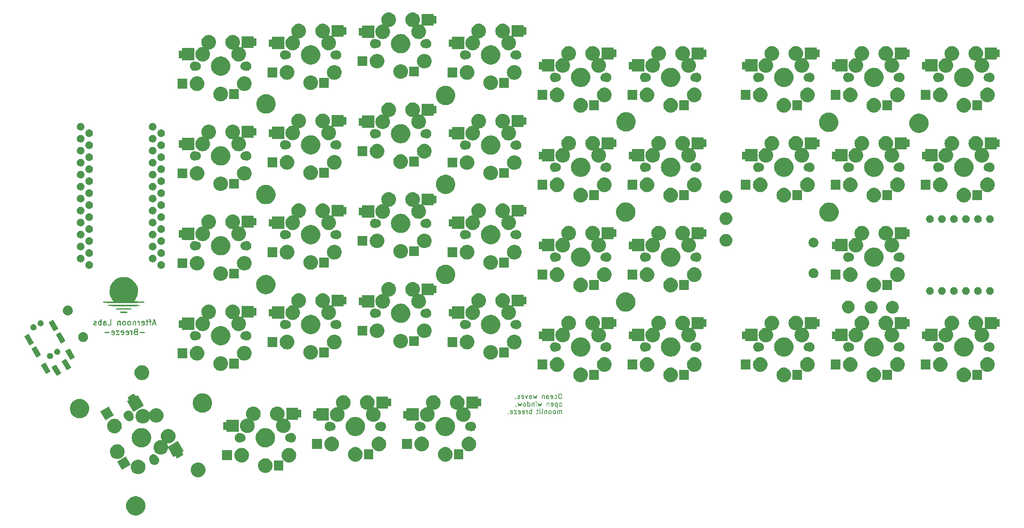
<source format=gbr>
%TF.GenerationSoftware,KiCad,Pcbnew,7.0.10*%
%TF.CreationDate,2024-03-24T21:28:29-04:00*%
%TF.ProjectId,Breeze,42726565-7a65-42e6-9b69-6361645f7063,Rev1.2*%
%TF.SameCoordinates,Original*%
%TF.FileFunction,Soldermask,Bot*%
%TF.FilePolarity,Negative*%
%FSLAX46Y46*%
G04 Gerber Fmt 4.6, Leading zero omitted, Abs format (unit mm)*
G04 Created by KiCad (PCBNEW 7.0.10) date 2024-03-24 21:28:29*
%MOMM*%
%LPD*%
G01*
G04 APERTURE LIST*
G04 APERTURE END LIST*
G36*
X128779967Y-199405269D02*
G01*
X129048688Y-199480561D01*
X129304655Y-199591743D01*
X129543098Y-199736744D01*
X129759576Y-199912862D01*
X129950057Y-200116816D01*
X130110991Y-200344809D01*
X130239382Y-200592591D01*
X130332837Y-200855549D01*
X130389616Y-201128782D01*
X130408660Y-201407202D01*
X130389616Y-201685622D01*
X130332837Y-201958855D01*
X130239382Y-202221813D01*
X130110991Y-202469595D01*
X129950057Y-202697588D01*
X129759576Y-202901542D01*
X129543098Y-203077660D01*
X129304655Y-203222661D01*
X129048688Y-203333843D01*
X128779967Y-203409135D01*
X128503495Y-203447135D01*
X128224425Y-203447135D01*
X127947953Y-203409135D01*
X127679232Y-203333843D01*
X127423265Y-203222661D01*
X127184822Y-203077660D01*
X126968344Y-202901542D01*
X126777863Y-202697588D01*
X126616929Y-202469595D01*
X126488538Y-202221813D01*
X126395083Y-201958855D01*
X126338304Y-201685622D01*
X126319260Y-201407202D01*
X126338304Y-201128782D01*
X126395083Y-200855549D01*
X126488538Y-200592591D01*
X126616929Y-200344809D01*
X126777863Y-200116816D01*
X126968344Y-199912862D01*
X127184822Y-199736744D01*
X127423265Y-199591743D01*
X127679232Y-199480561D01*
X127947953Y-199405269D01*
X128224425Y-199367269D01*
X128503495Y-199367269D01*
X128779967Y-199405269D01*
G37*
G36*
X141808540Y-192231790D02*
G01*
X142048827Y-192289478D01*
X142277131Y-192384045D01*
X142487831Y-192513162D01*
X142675739Y-192673650D01*
X142836227Y-192861558D01*
X142965344Y-193072258D01*
X143059911Y-193300562D01*
X143117599Y-193540849D01*
X143136987Y-193787202D01*
X143117599Y-194033555D01*
X143059911Y-194273842D01*
X142965344Y-194502146D01*
X142836227Y-194712846D01*
X142675739Y-194900754D01*
X142487831Y-195061242D01*
X142277131Y-195190359D01*
X142048827Y-195284926D01*
X141808540Y-195342614D01*
X141562187Y-195362002D01*
X141315834Y-195342614D01*
X141075547Y-195284926D01*
X140847243Y-195190359D01*
X140636543Y-195061242D01*
X140448635Y-194900754D01*
X140288147Y-194712846D01*
X140159030Y-194502146D01*
X140064463Y-194273842D01*
X140006775Y-194033555D01*
X139987387Y-193787202D01*
X140006775Y-193540849D01*
X140064463Y-193300562D01*
X140159030Y-193072258D01*
X140288147Y-192861558D01*
X140448635Y-192673650D01*
X140636543Y-192513162D01*
X140847243Y-192384045D01*
X141075547Y-192289478D01*
X141315834Y-192231790D01*
X141562187Y-192212402D01*
X141808540Y-192231790D01*
G37*
G36*
X129101305Y-191622420D02*
G01*
X129337930Y-191679229D01*
X129562754Y-191772354D01*
X129770243Y-191899503D01*
X129955287Y-192057546D01*
X130113330Y-192242590D01*
X130240479Y-192450079D01*
X130333604Y-192674903D01*
X130390413Y-192911528D01*
X130409506Y-193154127D01*
X130390413Y-193396726D01*
X130333604Y-193633351D01*
X130240479Y-193858175D01*
X130113330Y-194065664D01*
X129955287Y-194250708D01*
X129770243Y-194408751D01*
X129562754Y-194535900D01*
X129337930Y-194629025D01*
X129101305Y-194685834D01*
X128858706Y-194704927D01*
X128616107Y-194685834D01*
X128379482Y-194629025D01*
X128154658Y-194535900D01*
X127947169Y-194408751D01*
X127762125Y-194250708D01*
X127604082Y-194065664D01*
X127476933Y-193858175D01*
X127383808Y-193633351D01*
X127326999Y-193396726D01*
X127307906Y-193154127D01*
X127326999Y-192911528D01*
X127383808Y-192674903D01*
X127476933Y-192450079D01*
X127604082Y-192242590D01*
X127762125Y-192057546D01*
X127947169Y-191899503D01*
X128154658Y-191772354D01*
X128379482Y-191679229D01*
X128616107Y-191622420D01*
X128858706Y-191603327D01*
X129101305Y-191622420D01*
G37*
G36*
X156032599Y-191342293D02*
G01*
X156269224Y-191399102D01*
X156494048Y-191492227D01*
X156701537Y-191619376D01*
X156886581Y-191777419D01*
X157044624Y-191962463D01*
X157171773Y-192169952D01*
X157264898Y-192394776D01*
X157321707Y-192631401D01*
X157340800Y-192874000D01*
X157321707Y-193116599D01*
X157264898Y-193353224D01*
X157171773Y-193578048D01*
X157044624Y-193785537D01*
X156886581Y-193970581D01*
X156701537Y-194128624D01*
X156494048Y-194255773D01*
X156269224Y-194348898D01*
X156032599Y-194405707D01*
X155790000Y-194424800D01*
X155547401Y-194405707D01*
X155310776Y-194348898D01*
X155085952Y-194255773D01*
X154878463Y-194128624D01*
X154693419Y-193970581D01*
X154535376Y-193785537D01*
X154408227Y-193578048D01*
X154315102Y-193353224D01*
X154258293Y-193116599D01*
X154239200Y-192874000D01*
X154258293Y-192631401D01*
X154315102Y-192394776D01*
X154408227Y-192169952D01*
X154535376Y-191962463D01*
X154693419Y-191777419D01*
X154878463Y-191619376D01*
X155085952Y-191492227D01*
X155310776Y-191399102D01*
X155547401Y-191342293D01*
X155790000Y-191323200D01*
X156032599Y-191342293D01*
G37*
G36*
X159559440Y-191827067D02*
G01*
X159575921Y-191838079D01*
X159586933Y-191854560D01*
X159590800Y-191874000D01*
X159590800Y-193874000D01*
X159586933Y-193893440D01*
X159575921Y-193909921D01*
X159559440Y-193920933D01*
X159540000Y-193924800D01*
X157640000Y-193924800D01*
X157620560Y-193920933D01*
X157604079Y-193909921D01*
X157593067Y-193893440D01*
X157589200Y-193874000D01*
X157589200Y-191874000D01*
X157593067Y-191854560D01*
X157604079Y-191838079D01*
X157620560Y-191827067D01*
X157640000Y-191823200D01*
X159540000Y-191823200D01*
X159559440Y-191827067D01*
G37*
G36*
X126257623Y-190977078D02*
G01*
X126275401Y-190985845D01*
X126288469Y-191000747D01*
X126862978Y-191995825D01*
X127229944Y-192631430D01*
X127238469Y-192646195D01*
X127244841Y-192664964D01*
X127243544Y-192684743D01*
X127234777Y-192702520D01*
X127219875Y-192715589D01*
X125487825Y-193715589D01*
X125469056Y-193721960D01*
X125449277Y-193720664D01*
X125431499Y-193711897D01*
X125418431Y-193696995D01*
X125381686Y-193633351D01*
X124470917Y-192055854D01*
X124470916Y-192055851D01*
X124468431Y-192051547D01*
X124462059Y-192032778D01*
X124463356Y-192012999D01*
X124472123Y-191995222D01*
X124487025Y-191982153D01*
X124491334Y-191979665D01*
X126214767Y-190984639D01*
X126214772Y-190984637D01*
X126219075Y-190982153D01*
X126237844Y-190975782D01*
X126257623Y-190977078D01*
G37*
G36*
X132150628Y-190477544D02*
G01*
X132197159Y-190477544D01*
X132237339Y-190486084D01*
X132278688Y-190490157D01*
X132330634Y-190505914D01*
X132381363Y-190516697D01*
X132413821Y-190531148D01*
X132447630Y-190541404D01*
X132501356Y-190570121D01*
X132553400Y-190593293D01*
X132577599Y-190610874D01*
X132603322Y-190624624D01*
X132655796Y-190667688D01*
X132705753Y-190703984D01*
X132721972Y-190721997D01*
X132739789Y-190736619D01*
X132787659Y-190794950D01*
X132831763Y-190843932D01*
X132841030Y-190859983D01*
X132851783Y-190873086D01*
X132866621Y-190900846D01*
X132872138Y-190907568D01*
X133020672Y-191029468D01*
X133145135Y-191181125D01*
X133237619Y-191354150D01*
X133294570Y-191541894D01*
X133313800Y-191737140D01*
X133294570Y-191932386D01*
X133237619Y-192120130D01*
X133145135Y-192293155D01*
X133020672Y-192444812D01*
X132869015Y-192569275D01*
X132695990Y-192661759D01*
X132508246Y-192718710D01*
X132313000Y-192737940D01*
X132117754Y-192718710D01*
X131930010Y-192661759D01*
X131756985Y-192569275D01*
X131605328Y-192444812D01*
X131480865Y-192293155D01*
X131388381Y-192120130D01*
X131331430Y-191932386D01*
X131319635Y-191812638D01*
X131317110Y-191804310D01*
X131314433Y-191799302D01*
X131280078Y-191739797D01*
X131276128Y-191727642D01*
X131270995Y-191718038D01*
X131242690Y-191624728D01*
X131221885Y-191560696D01*
X131221152Y-191553727D01*
X131219748Y-191549097D01*
X131206077Y-191410304D01*
X131202200Y-191373409D01*
X131206077Y-191336516D01*
X131219748Y-191197720D01*
X131221152Y-191193089D01*
X131221885Y-191186122D01*
X131242683Y-191122110D01*
X131270995Y-191028778D01*
X131276130Y-191019170D01*
X131280078Y-191007021D01*
X131314404Y-190947566D01*
X131354215Y-190873086D01*
X131364974Y-190859976D01*
X131374237Y-190843932D01*
X131418324Y-190794968D01*
X131466210Y-190736619D01*
X131484030Y-190721994D01*
X131500247Y-190703984D01*
X131550195Y-190667694D01*
X131602677Y-190624624D01*
X131628403Y-190610872D01*
X131652600Y-190593293D01*
X131704637Y-190570124D01*
X131758369Y-190541404D01*
X131792180Y-190531147D01*
X131824637Y-190516697D01*
X131875361Y-190505915D01*
X131927311Y-190490157D01*
X131968661Y-190486084D01*
X132008841Y-190477544D01*
X132055372Y-190477544D01*
X132103000Y-190472853D01*
X132150628Y-190477544D01*
G37*
G36*
X151032599Y-189142293D02*
G01*
X151269224Y-189199102D01*
X151494048Y-189292227D01*
X151701537Y-189419376D01*
X151886581Y-189577419D01*
X152044624Y-189762463D01*
X152171773Y-189969952D01*
X152264898Y-190194776D01*
X152321707Y-190431401D01*
X152340800Y-190674000D01*
X152321707Y-190916599D01*
X152264898Y-191153224D01*
X152171773Y-191378048D01*
X152044624Y-191585537D01*
X151886581Y-191770581D01*
X151701537Y-191928624D01*
X151494048Y-192055773D01*
X151269224Y-192148898D01*
X151032599Y-192205707D01*
X150790000Y-192224800D01*
X150547401Y-192205707D01*
X150310776Y-192148898D01*
X150085952Y-192055773D01*
X149878463Y-191928624D01*
X149693419Y-191770581D01*
X149535376Y-191585537D01*
X149408227Y-191378048D01*
X149315102Y-191153224D01*
X149258293Y-190916599D01*
X149239200Y-190674000D01*
X149258293Y-190431401D01*
X149315102Y-190194776D01*
X149408227Y-189969952D01*
X149535376Y-189762463D01*
X149693419Y-189577419D01*
X149878463Y-189419376D01*
X150085952Y-189292227D01*
X150310776Y-189199102D01*
X150547401Y-189142293D01*
X150790000Y-189123200D01*
X151032599Y-189142293D01*
G37*
G36*
X161032599Y-189142293D02*
G01*
X161269224Y-189199102D01*
X161494048Y-189292227D01*
X161701537Y-189419376D01*
X161886581Y-189577419D01*
X162044624Y-189762463D01*
X162171773Y-189969952D01*
X162264898Y-190194776D01*
X162321707Y-190431401D01*
X162340800Y-190674000D01*
X162321707Y-190916599D01*
X162264898Y-191153224D01*
X162171773Y-191378048D01*
X162044624Y-191585537D01*
X161886581Y-191770581D01*
X161701537Y-191928624D01*
X161494048Y-192055773D01*
X161269224Y-192148898D01*
X161032599Y-192205707D01*
X160790000Y-192224800D01*
X160547401Y-192205707D01*
X160310776Y-192148898D01*
X160085952Y-192055773D01*
X159878463Y-191928624D01*
X159693419Y-191770581D01*
X159535376Y-191585537D01*
X159408227Y-191378048D01*
X159315102Y-191153224D01*
X159258293Y-190916599D01*
X159239200Y-190674000D01*
X159258293Y-190431401D01*
X159315102Y-190194776D01*
X159408227Y-189969952D01*
X159535376Y-189762463D01*
X159693419Y-189577419D01*
X159878463Y-189419376D01*
X160085952Y-189292227D01*
X160310776Y-189199102D01*
X160547401Y-189142293D01*
X160790000Y-189123200D01*
X161032599Y-189142293D01*
G37*
G36*
X175082599Y-188958293D02*
G01*
X175319224Y-189015102D01*
X175544048Y-189108227D01*
X175751537Y-189235376D01*
X175936581Y-189393419D01*
X176094624Y-189578463D01*
X176221773Y-189785952D01*
X176314898Y-190010776D01*
X176371707Y-190247401D01*
X176390800Y-190490000D01*
X176371707Y-190732599D01*
X176314898Y-190969224D01*
X176221773Y-191194048D01*
X176094624Y-191401537D01*
X175936581Y-191586581D01*
X175751537Y-191744624D01*
X175544048Y-191871773D01*
X175319224Y-191964898D01*
X175082599Y-192021707D01*
X174840000Y-192040800D01*
X174597401Y-192021707D01*
X174360776Y-191964898D01*
X174135952Y-191871773D01*
X173928463Y-191744624D01*
X173743419Y-191586581D01*
X173585376Y-191401537D01*
X173458227Y-191194048D01*
X173365102Y-190969224D01*
X173308293Y-190732599D01*
X173289200Y-190490000D01*
X173308293Y-190247401D01*
X173365102Y-190010776D01*
X173458227Y-189785952D01*
X173585376Y-189578463D01*
X173743419Y-189393419D01*
X173928463Y-189235376D01*
X174135952Y-189108227D01*
X174360776Y-189015102D01*
X174597401Y-188958293D01*
X174840000Y-188939200D01*
X175082599Y-188958293D01*
G37*
G36*
X194132599Y-188958293D02*
G01*
X194369224Y-189015102D01*
X194594048Y-189108227D01*
X194801537Y-189235376D01*
X194986581Y-189393419D01*
X195144624Y-189578463D01*
X195271773Y-189785952D01*
X195364898Y-190010776D01*
X195421707Y-190247401D01*
X195440800Y-190490000D01*
X195421707Y-190732599D01*
X195364898Y-190969224D01*
X195271773Y-191194048D01*
X195144624Y-191401537D01*
X194986581Y-191586581D01*
X194801537Y-191744624D01*
X194594048Y-191871773D01*
X194369224Y-191964898D01*
X194132599Y-192021707D01*
X193890000Y-192040800D01*
X193647401Y-192021707D01*
X193410776Y-191964898D01*
X193185952Y-191871773D01*
X192978463Y-191744624D01*
X192793419Y-191586581D01*
X192635376Y-191401537D01*
X192508227Y-191194048D01*
X192415102Y-190969224D01*
X192358293Y-190732599D01*
X192339200Y-190490000D01*
X192358293Y-190247401D01*
X192415102Y-190010776D01*
X192508227Y-189785952D01*
X192635376Y-189578463D01*
X192793419Y-189393419D01*
X192978463Y-189235376D01*
X193185952Y-189108227D01*
X193410776Y-189015102D01*
X193647401Y-188958293D01*
X193890000Y-188939200D01*
X194132599Y-188958293D01*
G37*
G36*
X148709440Y-189627067D02*
G01*
X148725921Y-189638079D01*
X148736933Y-189654560D01*
X148740800Y-189674000D01*
X148740800Y-191674000D01*
X148736933Y-191693440D01*
X148725921Y-191709921D01*
X148709440Y-191720933D01*
X148690000Y-191724800D01*
X146690000Y-191724800D01*
X146670560Y-191720933D01*
X146654079Y-191709921D01*
X146643067Y-191693440D01*
X146639200Y-191674000D01*
X146639200Y-189674000D01*
X146643067Y-189654560D01*
X146654079Y-189638079D01*
X146670560Y-189627067D01*
X146690000Y-189623200D01*
X148690000Y-189623200D01*
X148709440Y-189627067D01*
G37*
G36*
X178609440Y-189443067D02*
G01*
X178625921Y-189454079D01*
X178636933Y-189470560D01*
X178640800Y-189490000D01*
X178640800Y-191490000D01*
X178636933Y-191509440D01*
X178625921Y-191525921D01*
X178609440Y-191536933D01*
X178590000Y-191540800D01*
X176690000Y-191540800D01*
X176670560Y-191536933D01*
X176654079Y-191525921D01*
X176643067Y-191509440D01*
X176639200Y-191490000D01*
X176639200Y-189490000D01*
X176643067Y-189470560D01*
X176654079Y-189454079D01*
X176670560Y-189443067D01*
X176690000Y-189439200D01*
X178590000Y-189439200D01*
X178609440Y-189443067D01*
G37*
G36*
X197659440Y-189443067D02*
G01*
X197675921Y-189454079D01*
X197686933Y-189470560D01*
X197690800Y-189490000D01*
X197690800Y-191490000D01*
X197686933Y-191509440D01*
X197675921Y-191525921D01*
X197659440Y-191536933D01*
X197640000Y-191540800D01*
X195740000Y-191540800D01*
X195720560Y-191536933D01*
X195704079Y-191525921D01*
X195693067Y-191509440D01*
X195689200Y-191490000D01*
X195689200Y-189490000D01*
X195693067Y-189470560D01*
X195704079Y-189454079D01*
X195720560Y-189443067D01*
X195740000Y-189439200D01*
X197640000Y-189439200D01*
X197659440Y-189443067D01*
G37*
G36*
X124696049Y-188392293D02*
G01*
X124932674Y-188449102D01*
X125157498Y-188542227D01*
X125364987Y-188669376D01*
X125550031Y-188827419D01*
X125708074Y-189012463D01*
X125835223Y-189219952D01*
X125928348Y-189444776D01*
X125985157Y-189681401D01*
X126004250Y-189924000D01*
X125985157Y-190166599D01*
X125928348Y-190403224D01*
X125835223Y-190628048D01*
X125708074Y-190835537D01*
X125550031Y-191020581D01*
X125364987Y-191178624D01*
X125157498Y-191305773D01*
X124932674Y-191398898D01*
X124696049Y-191455707D01*
X124453450Y-191474800D01*
X124210851Y-191455707D01*
X123974226Y-191398898D01*
X123749402Y-191305773D01*
X123541913Y-191178624D01*
X123356869Y-191020581D01*
X123198826Y-190835537D01*
X123071677Y-190628048D01*
X122978552Y-190403224D01*
X122921743Y-190166599D01*
X122902650Y-189924000D01*
X122921743Y-189681401D01*
X122978552Y-189444776D01*
X123071677Y-189219952D01*
X123198826Y-189012463D01*
X123356869Y-188827419D01*
X123541913Y-188669376D01*
X123749402Y-188542227D01*
X123974226Y-188449102D01*
X124210851Y-188392293D01*
X124453450Y-188373200D01*
X124696049Y-188392293D01*
G37*
G36*
X135475008Y-185101998D02*
G01*
X135711633Y-185158807D01*
X135936457Y-185251932D01*
X136143946Y-185379081D01*
X136328990Y-185537124D01*
X136487033Y-185722168D01*
X136614182Y-185929657D01*
X136707307Y-186154481D01*
X136764116Y-186391106D01*
X136783209Y-186633705D01*
X136764116Y-186876304D01*
X136707307Y-187112929D01*
X136614182Y-187337753D01*
X136487033Y-187545242D01*
X136328990Y-187730286D01*
X136143946Y-187888329D01*
X135936457Y-188015478D01*
X135711633Y-188108603D01*
X135475008Y-188165412D01*
X135232409Y-188184505D01*
X135033732Y-188168868D01*
X135001577Y-188221341D01*
X135049478Y-188299509D01*
X135142603Y-188524333D01*
X135199412Y-188760958D01*
X135202584Y-188801266D01*
X135251711Y-188827115D01*
X135296632Y-188801180D01*
X135865554Y-188472712D01*
X137221928Y-187689608D01*
X137221932Y-187689606D01*
X137226239Y-187687120D01*
X137245009Y-187680749D01*
X137264787Y-187682046D01*
X137282565Y-187690812D01*
X137295634Y-187705715D01*
X138495634Y-189784175D01*
X138502005Y-189802945D01*
X138500708Y-189822723D01*
X138491942Y-189840501D01*
X138477039Y-189853570D01*
X138174260Y-190028379D01*
X138163433Y-190068786D01*
X138219905Y-190166599D01*
X138445756Y-190557783D01*
X138445757Y-190557786D01*
X138448243Y-190562092D01*
X138454614Y-190580861D01*
X138453318Y-190600640D01*
X138444551Y-190618417D01*
X138429649Y-190631486D01*
X137130611Y-191381486D01*
X137111842Y-191387857D01*
X137092063Y-191386561D01*
X137074286Y-191377794D01*
X137061217Y-191362892D01*
X136796856Y-190905005D01*
X136776407Y-190869587D01*
X136735998Y-190858760D01*
X136398579Y-191053570D01*
X136379809Y-191059941D01*
X136360031Y-191058644D01*
X136342253Y-191049878D01*
X136329184Y-191034975D01*
X135273963Y-189207279D01*
X135206226Y-189217100D01*
X135199490Y-189245154D01*
X135199412Y-189246156D01*
X135142603Y-189482781D01*
X135049478Y-189707605D01*
X134922329Y-189915094D01*
X134764286Y-190100138D01*
X134579242Y-190258181D01*
X134371753Y-190385330D01*
X134146929Y-190478455D01*
X133910304Y-190535264D01*
X133667705Y-190554357D01*
X133425106Y-190535264D01*
X133188481Y-190478455D01*
X132963657Y-190385330D01*
X132756168Y-190258181D01*
X132571124Y-190100138D01*
X132413081Y-189915094D01*
X132285932Y-189707605D01*
X132192807Y-189482781D01*
X132135998Y-189246156D01*
X132116905Y-189003557D01*
X132135998Y-188760958D01*
X132192807Y-188524333D01*
X132285932Y-188299509D01*
X132413081Y-188092020D01*
X132571124Y-187906976D01*
X132756168Y-187748933D01*
X132963657Y-187621784D01*
X133188481Y-187528659D01*
X133425106Y-187471850D01*
X133667705Y-187452757D01*
X133866379Y-187468393D01*
X133898536Y-187415919D01*
X133850636Y-187337753D01*
X133757511Y-187112929D01*
X133700702Y-186876304D01*
X133681609Y-186633705D01*
X133700702Y-186391106D01*
X133757511Y-186154481D01*
X133850636Y-185929657D01*
X133977785Y-185722168D01*
X134135828Y-185537124D01*
X134320872Y-185379081D01*
X134528361Y-185251932D01*
X134753185Y-185158807D01*
X134989810Y-185101998D01*
X135232409Y-185082905D01*
X135475008Y-185101998D01*
G37*
G36*
X170082599Y-186758293D02*
G01*
X170319224Y-186815102D01*
X170544048Y-186908227D01*
X170751537Y-187035376D01*
X170936581Y-187193419D01*
X171094624Y-187378463D01*
X171221773Y-187585952D01*
X171314898Y-187810776D01*
X171371707Y-188047401D01*
X171390800Y-188290000D01*
X171371707Y-188532599D01*
X171314898Y-188769224D01*
X171221773Y-188994048D01*
X171094624Y-189201537D01*
X170936581Y-189386581D01*
X170751537Y-189544624D01*
X170544048Y-189671773D01*
X170319224Y-189764898D01*
X170082599Y-189821707D01*
X169840000Y-189840800D01*
X169597401Y-189821707D01*
X169360776Y-189764898D01*
X169135952Y-189671773D01*
X168928463Y-189544624D01*
X168743419Y-189386581D01*
X168585376Y-189201537D01*
X168458227Y-188994048D01*
X168365102Y-188769224D01*
X168308293Y-188532599D01*
X168289200Y-188290000D01*
X168308293Y-188047401D01*
X168365102Y-187810776D01*
X168458227Y-187585952D01*
X168585376Y-187378463D01*
X168743419Y-187193419D01*
X168928463Y-187035376D01*
X169135952Y-186908227D01*
X169360776Y-186815102D01*
X169597401Y-186758293D01*
X169840000Y-186739200D01*
X170082599Y-186758293D01*
G37*
G36*
X180082599Y-186758293D02*
G01*
X180319224Y-186815102D01*
X180544048Y-186908227D01*
X180751537Y-187035376D01*
X180936581Y-187193419D01*
X181094624Y-187378463D01*
X181221773Y-187585952D01*
X181314898Y-187810776D01*
X181371707Y-188047401D01*
X181390800Y-188290000D01*
X181371707Y-188532599D01*
X181314898Y-188769224D01*
X181221773Y-188994048D01*
X181094624Y-189201537D01*
X180936581Y-189386581D01*
X180751537Y-189544624D01*
X180544048Y-189671773D01*
X180319224Y-189764898D01*
X180082599Y-189821707D01*
X179840000Y-189840800D01*
X179597401Y-189821707D01*
X179360776Y-189764898D01*
X179135952Y-189671773D01*
X178928463Y-189544624D01*
X178743419Y-189386581D01*
X178585376Y-189201537D01*
X178458227Y-188994048D01*
X178365102Y-188769224D01*
X178308293Y-188532599D01*
X178289200Y-188290000D01*
X178308293Y-188047401D01*
X178365102Y-187810776D01*
X178458227Y-187585952D01*
X178585376Y-187378463D01*
X178743419Y-187193419D01*
X178928463Y-187035376D01*
X179135952Y-186908227D01*
X179360776Y-186815102D01*
X179597401Y-186758293D01*
X179840000Y-186739200D01*
X180082599Y-186758293D01*
G37*
G36*
X189132599Y-186758293D02*
G01*
X189369224Y-186815102D01*
X189594048Y-186908227D01*
X189801537Y-187035376D01*
X189986581Y-187193419D01*
X190144624Y-187378463D01*
X190271773Y-187585952D01*
X190364898Y-187810776D01*
X190421707Y-188047401D01*
X190440800Y-188290000D01*
X190421707Y-188532599D01*
X190364898Y-188769224D01*
X190271773Y-188994048D01*
X190144624Y-189201537D01*
X189986581Y-189386581D01*
X189801537Y-189544624D01*
X189594048Y-189671773D01*
X189369224Y-189764898D01*
X189132599Y-189821707D01*
X188890000Y-189840800D01*
X188647401Y-189821707D01*
X188410776Y-189764898D01*
X188185952Y-189671773D01*
X187978463Y-189544624D01*
X187793419Y-189386581D01*
X187635376Y-189201537D01*
X187508227Y-188994048D01*
X187415102Y-188769224D01*
X187358293Y-188532599D01*
X187339200Y-188290000D01*
X187358293Y-188047401D01*
X187415102Y-187810776D01*
X187508227Y-187585952D01*
X187635376Y-187378463D01*
X187793419Y-187193419D01*
X187978463Y-187035376D01*
X188185952Y-186908227D01*
X188410776Y-186815102D01*
X188647401Y-186758293D01*
X188890000Y-186739200D01*
X189132599Y-186758293D01*
G37*
G36*
X199132599Y-186758293D02*
G01*
X199369224Y-186815102D01*
X199594048Y-186908227D01*
X199801537Y-187035376D01*
X199986581Y-187193419D01*
X200144624Y-187378463D01*
X200271773Y-187585952D01*
X200364898Y-187810776D01*
X200421707Y-188047401D01*
X200440800Y-188290000D01*
X200421707Y-188532599D01*
X200364898Y-188769224D01*
X200271773Y-188994048D01*
X200144624Y-189201537D01*
X199986581Y-189386581D01*
X199801537Y-189544624D01*
X199594048Y-189671773D01*
X199369224Y-189764898D01*
X199132599Y-189821707D01*
X198890000Y-189840800D01*
X198647401Y-189821707D01*
X198410776Y-189764898D01*
X198185952Y-189671773D01*
X197978463Y-189544624D01*
X197793419Y-189386581D01*
X197635376Y-189201537D01*
X197508227Y-188994048D01*
X197415102Y-188769224D01*
X197358293Y-188532599D01*
X197339200Y-188290000D01*
X197358293Y-188047401D01*
X197415102Y-187810776D01*
X197508227Y-187585952D01*
X197635376Y-187378463D01*
X197793419Y-187193419D01*
X197978463Y-187035376D01*
X198185952Y-186908227D01*
X198410776Y-186815102D01*
X198647401Y-186758293D01*
X198890000Y-186739200D01*
X199132599Y-186758293D01*
G37*
G36*
X167759440Y-187243067D02*
G01*
X167775921Y-187254079D01*
X167786933Y-187270560D01*
X167790800Y-187290000D01*
X167790800Y-189290000D01*
X167786933Y-189309440D01*
X167775921Y-189325921D01*
X167759440Y-189336933D01*
X167740000Y-189340800D01*
X165740000Y-189340800D01*
X165720560Y-189336933D01*
X165704079Y-189325921D01*
X165693067Y-189309440D01*
X165689200Y-189290000D01*
X165689200Y-187290000D01*
X165693067Y-187270560D01*
X165704079Y-187254079D01*
X165720560Y-187243067D01*
X165740000Y-187239200D01*
X167740000Y-187239200D01*
X167759440Y-187243067D01*
G37*
G36*
X186809440Y-187243067D02*
G01*
X186825921Y-187254079D01*
X186836933Y-187270560D01*
X186840800Y-187290000D01*
X186840800Y-189290000D01*
X186836933Y-189309440D01*
X186825921Y-189325921D01*
X186809440Y-189336933D01*
X186790000Y-189340800D01*
X184790000Y-189340800D01*
X184770560Y-189336933D01*
X184754079Y-189325921D01*
X184743067Y-189309440D01*
X184739200Y-189290000D01*
X184739200Y-187290000D01*
X184743067Y-187270560D01*
X184754079Y-187254079D01*
X184770560Y-187243067D01*
X184790000Y-187239200D01*
X186790000Y-187239200D01*
X186809440Y-187243067D01*
G37*
G36*
X129980248Y-184966094D02*
G01*
X130249771Y-185041611D01*
X130506501Y-185153125D01*
X130745656Y-185298558D01*
X130962780Y-185475202D01*
X131153829Y-185679765D01*
X131315243Y-185908437D01*
X131444017Y-186156959D01*
X131537751Y-186420701D01*
X131594699Y-186694749D01*
X131613800Y-186974000D01*
X131594699Y-187253251D01*
X131537751Y-187527299D01*
X131444017Y-187791041D01*
X131315243Y-188039563D01*
X131153829Y-188268235D01*
X130962780Y-188472798D01*
X130745656Y-188649442D01*
X130506501Y-188794875D01*
X130249771Y-188906389D01*
X129980248Y-188981906D01*
X129702952Y-189020019D01*
X129423048Y-189020019D01*
X129145752Y-188981906D01*
X128876229Y-188906389D01*
X128619499Y-188794875D01*
X128380344Y-188649442D01*
X128163220Y-188472798D01*
X127972171Y-188268235D01*
X127810757Y-188039563D01*
X127681983Y-187791041D01*
X127588249Y-187527299D01*
X127531301Y-187253251D01*
X127512200Y-186974000D01*
X127531301Y-186694749D01*
X127588249Y-186420701D01*
X127681983Y-186156959D01*
X127810757Y-185908437D01*
X127972171Y-185679765D01*
X128163220Y-185475202D01*
X128380344Y-185298558D01*
X128619499Y-185153125D01*
X128876229Y-185041611D01*
X129145752Y-184966094D01*
X129423048Y-184927981D01*
X129702952Y-184927981D01*
X129980248Y-184966094D01*
G37*
G36*
X156207248Y-184966094D02*
G01*
X156476771Y-185041611D01*
X156733501Y-185153125D01*
X156972656Y-185298558D01*
X157189780Y-185475202D01*
X157380829Y-185679765D01*
X157542243Y-185908437D01*
X157671017Y-186156959D01*
X157764751Y-186420701D01*
X157821699Y-186694749D01*
X157840800Y-186974000D01*
X157821699Y-187253251D01*
X157764751Y-187527299D01*
X157671017Y-187791041D01*
X157542243Y-188039563D01*
X157380829Y-188268235D01*
X157189780Y-188472798D01*
X156972656Y-188649442D01*
X156733501Y-188794875D01*
X156476771Y-188906389D01*
X156207248Y-188981906D01*
X155929952Y-189020019D01*
X155650048Y-189020019D01*
X155372752Y-188981906D01*
X155103229Y-188906389D01*
X154846499Y-188794875D01*
X154607344Y-188649442D01*
X154390220Y-188472798D01*
X154199171Y-188268235D01*
X154037757Y-188039563D01*
X153908983Y-187791041D01*
X153815249Y-187527299D01*
X153758301Y-187253251D01*
X153739200Y-186974000D01*
X153758301Y-186694749D01*
X153815249Y-186420701D01*
X153908983Y-186156959D01*
X154037757Y-185908437D01*
X154199171Y-185679765D01*
X154390220Y-185475202D01*
X154607344Y-185298558D01*
X154846499Y-185153125D01*
X155103229Y-185041611D01*
X155372752Y-184966094D01*
X155650048Y-184927981D01*
X155929952Y-184927981D01*
X156207248Y-184966094D01*
G37*
G36*
X150485246Y-185992430D02*
G01*
X150672990Y-186049381D01*
X150715905Y-186072320D01*
X150724231Y-186074845D01*
X150757633Y-186078135D01*
X150804159Y-186078135D01*
X150844338Y-186086675D01*
X150885688Y-186090748D01*
X150937634Y-186106505D01*
X150988363Y-186117288D01*
X151020821Y-186131739D01*
X151054630Y-186141995D01*
X151108356Y-186170712D01*
X151160400Y-186193884D01*
X151184599Y-186211465D01*
X151210322Y-186225215D01*
X151262796Y-186268279D01*
X151312753Y-186304575D01*
X151328972Y-186322588D01*
X151346789Y-186337210D01*
X151394664Y-186395546D01*
X151438763Y-186444523D01*
X151448028Y-186460571D01*
X151458784Y-186473677D01*
X151498582Y-186548133D01*
X151532922Y-186607612D01*
X151536871Y-186619766D01*
X151542004Y-186629369D01*
X151570301Y-186722654D01*
X151591115Y-186786713D01*
X151591847Y-186793685D01*
X151593251Y-186798311D01*
X151606906Y-186936956D01*
X151610800Y-186974000D01*
X151606906Y-187011046D01*
X151593251Y-187149688D01*
X151591847Y-187154313D01*
X151591115Y-187161287D01*
X151570296Y-187225359D01*
X151542004Y-187318630D01*
X151536871Y-187328231D01*
X151532922Y-187340388D01*
X151498575Y-187399878D01*
X151458784Y-187474322D01*
X151448030Y-187487425D01*
X151438763Y-187503477D01*
X151394655Y-187552463D01*
X151346789Y-187610789D01*
X151328975Y-187625407D01*
X151312753Y-187643425D01*
X151262785Y-187679728D01*
X151210322Y-187722784D01*
X151184604Y-187736530D01*
X151160400Y-187754116D01*
X151108344Y-187777292D01*
X151054630Y-187806004D01*
X151020828Y-187816257D01*
X150988363Y-187830712D01*
X150937623Y-187841496D01*
X150885688Y-187857251D01*
X150844346Y-187861322D01*
X150804159Y-187869865D01*
X150757623Y-187869865D01*
X150724231Y-187873154D01*
X150715910Y-187875677D01*
X150672990Y-187898619D01*
X150485246Y-187955570D01*
X150290000Y-187974800D01*
X150094754Y-187955570D01*
X149907010Y-187898619D01*
X149733985Y-187806135D01*
X149582328Y-187681672D01*
X149457865Y-187530015D01*
X149365381Y-187356990D01*
X149308430Y-187169246D01*
X149289200Y-186974000D01*
X149308430Y-186778754D01*
X149365381Y-186591010D01*
X149457865Y-186417985D01*
X149582328Y-186266328D01*
X149733985Y-186141865D01*
X149907010Y-186049381D01*
X150094754Y-185992430D01*
X150290000Y-185973200D01*
X150485246Y-185992430D01*
G37*
G36*
X161485246Y-185992430D02*
G01*
X161672990Y-186049381D01*
X161846015Y-186141865D01*
X161997672Y-186266328D01*
X162122135Y-186417985D01*
X162214619Y-186591010D01*
X162271570Y-186778754D01*
X162290800Y-186974000D01*
X162271570Y-187169246D01*
X162214619Y-187356990D01*
X162122135Y-187530015D01*
X161997672Y-187681672D01*
X161846015Y-187806135D01*
X161672990Y-187898619D01*
X161485246Y-187955570D01*
X161290000Y-187974800D01*
X161094754Y-187955570D01*
X160907010Y-187898619D01*
X160864091Y-187875678D01*
X160855768Y-187873154D01*
X160822376Y-187869865D01*
X160775841Y-187869865D01*
X160735653Y-187861323D01*
X160694311Y-187857251D01*
X160642372Y-187841495D01*
X160591637Y-187830712D01*
X160559173Y-187816258D01*
X160525369Y-187806004D01*
X160471649Y-187777289D01*
X160419600Y-187754116D01*
X160395398Y-187736532D01*
X160369677Y-187722784D01*
X160317205Y-187679722D01*
X160267247Y-187643425D01*
X160251027Y-187625411D01*
X160233210Y-187610789D01*
X160185333Y-187552451D01*
X160141237Y-187503477D01*
X160131972Y-187487429D01*
X160121215Y-187474322D01*
X160081411Y-187399855D01*
X160047078Y-187340388D01*
X160043129Y-187328236D01*
X160037995Y-187318630D01*
X160009688Y-187225312D01*
X159988885Y-187161287D01*
X159988152Y-187154318D01*
X159986748Y-187149688D01*
X159973077Y-187010895D01*
X159969200Y-186974000D01*
X159973077Y-186937107D01*
X159986748Y-186798311D01*
X159988152Y-186793680D01*
X159988885Y-186786713D01*
X160009683Y-186722701D01*
X160037995Y-186629369D01*
X160043130Y-186619761D01*
X160047078Y-186607612D01*
X160081404Y-186548157D01*
X160121215Y-186473677D01*
X160131974Y-186460567D01*
X160141237Y-186444523D01*
X160185324Y-186395559D01*
X160233210Y-186337210D01*
X160251030Y-186322585D01*
X160267247Y-186304575D01*
X160317195Y-186268285D01*
X160369677Y-186225215D01*
X160395403Y-186211463D01*
X160419600Y-186193884D01*
X160471637Y-186170715D01*
X160525369Y-186141995D01*
X160559180Y-186131738D01*
X160591637Y-186117288D01*
X160642361Y-186106506D01*
X160694311Y-186090748D01*
X160735662Y-186086674D01*
X160775841Y-186078135D01*
X160822366Y-186078135D01*
X160855768Y-186074845D01*
X160864096Y-186072318D01*
X160907010Y-186049381D01*
X161094754Y-185992430D01*
X161290000Y-185973200D01*
X161485246Y-185992430D01*
G37*
G36*
X175257248Y-182582094D02*
G01*
X175526771Y-182657611D01*
X175783501Y-182769125D01*
X176022656Y-182914558D01*
X176239780Y-183091202D01*
X176430829Y-183295765D01*
X176592243Y-183524437D01*
X176721017Y-183772959D01*
X176814751Y-184036701D01*
X176871699Y-184310749D01*
X176890800Y-184590000D01*
X176871699Y-184869251D01*
X176814751Y-185143299D01*
X176721017Y-185407041D01*
X176592243Y-185655563D01*
X176430829Y-185884235D01*
X176239780Y-186088798D01*
X176022656Y-186265442D01*
X175783501Y-186410875D01*
X175526771Y-186522389D01*
X175257248Y-186597906D01*
X174979952Y-186636019D01*
X174700048Y-186636019D01*
X174422752Y-186597906D01*
X174153229Y-186522389D01*
X173896499Y-186410875D01*
X173657344Y-186265442D01*
X173440220Y-186088798D01*
X173249171Y-185884235D01*
X173087757Y-185655563D01*
X172958983Y-185407041D01*
X172865249Y-185143299D01*
X172808301Y-184869251D01*
X172789200Y-184590000D01*
X172808301Y-184310749D01*
X172865249Y-184036701D01*
X172958983Y-183772959D01*
X173087757Y-183524437D01*
X173249171Y-183295765D01*
X173440220Y-183091202D01*
X173657344Y-182914558D01*
X173896499Y-182769125D01*
X174153229Y-182657611D01*
X174422752Y-182582094D01*
X174700048Y-182543981D01*
X174979952Y-182543981D01*
X175257248Y-182582094D01*
G37*
G36*
X194307248Y-182582094D02*
G01*
X194576771Y-182657611D01*
X194833501Y-182769125D01*
X195072656Y-182914558D01*
X195289780Y-183091202D01*
X195480829Y-183295765D01*
X195642243Y-183524437D01*
X195771017Y-183772959D01*
X195864751Y-184036701D01*
X195921699Y-184310749D01*
X195940800Y-184590000D01*
X195921699Y-184869251D01*
X195864751Y-185143299D01*
X195771017Y-185407041D01*
X195642243Y-185655563D01*
X195480829Y-185884235D01*
X195289780Y-186088798D01*
X195072656Y-186265442D01*
X194833501Y-186410875D01*
X194576771Y-186522389D01*
X194307248Y-186597906D01*
X194029952Y-186636019D01*
X193750048Y-186636019D01*
X193472752Y-186597906D01*
X193203229Y-186522389D01*
X192946499Y-186410875D01*
X192707344Y-186265442D01*
X192490220Y-186088798D01*
X192299171Y-185884235D01*
X192137757Y-185655563D01*
X192008983Y-185407041D01*
X191915249Y-185143299D01*
X191858301Y-184869251D01*
X191839200Y-184590000D01*
X191858301Y-184310749D01*
X191915249Y-184036701D01*
X192008983Y-183772959D01*
X192137757Y-183524437D01*
X192299171Y-183295765D01*
X192490220Y-183091202D01*
X192707344Y-182914558D01*
X192946499Y-182769125D01*
X193203229Y-182657611D01*
X193472752Y-182582094D01*
X193750048Y-182543981D01*
X194029952Y-182543981D01*
X194307248Y-182582094D01*
G37*
G36*
X124101305Y-182962166D02*
G01*
X124337930Y-183018975D01*
X124562754Y-183112100D01*
X124770243Y-183239249D01*
X124955287Y-183397292D01*
X125113330Y-183582336D01*
X125240479Y-183789825D01*
X125333604Y-184014649D01*
X125390413Y-184251274D01*
X125409506Y-184493873D01*
X125390413Y-184736472D01*
X125333604Y-184973097D01*
X125240479Y-185197921D01*
X125113330Y-185405410D01*
X124955287Y-185590454D01*
X124770243Y-185748497D01*
X124562754Y-185875646D01*
X124337930Y-185968771D01*
X124101305Y-186025580D01*
X123858706Y-186044673D01*
X123616107Y-186025580D01*
X123379482Y-185968771D01*
X123154658Y-185875646D01*
X122947169Y-185748497D01*
X122762125Y-185590454D01*
X122604082Y-185405410D01*
X122476933Y-185197921D01*
X122383808Y-184973097D01*
X122326999Y-184736472D01*
X122307906Y-184493873D01*
X122326999Y-184251274D01*
X122383808Y-184014649D01*
X122476933Y-183789825D01*
X122604082Y-183582336D01*
X122762125Y-183397292D01*
X122947169Y-183239249D01*
X123154658Y-183112100D01*
X123379482Y-183018975D01*
X123616107Y-182962166D01*
X123858706Y-182943073D01*
X124101305Y-182962166D01*
G37*
G36*
X158572599Y-180362293D02*
G01*
X158809224Y-180419102D01*
X159034048Y-180512227D01*
X159241537Y-180639376D01*
X159426581Y-180797419D01*
X159584624Y-180982463D01*
X159711773Y-181189952D01*
X159804898Y-181414776D01*
X159861707Y-181651401D01*
X159880800Y-181894000D01*
X159861707Y-182136599D01*
X159804898Y-182373224D01*
X159711773Y-182598048D01*
X159584624Y-182805537D01*
X159583973Y-182806299D01*
X159567944Y-182832456D01*
X159593622Y-182882853D01*
X159599015Y-182883277D01*
X159600000Y-182883200D01*
X159842599Y-182902293D01*
X160079224Y-182959102D01*
X160194468Y-183006837D01*
X160239200Y-182976949D01*
X160239200Y-180698975D01*
X160239200Y-180698974D01*
X160239200Y-180694000D01*
X160243067Y-180674560D01*
X160254079Y-180658079D01*
X160270560Y-180647067D01*
X160290000Y-180643200D01*
X162690000Y-180643200D01*
X162709440Y-180647067D01*
X162725921Y-180658079D01*
X162736933Y-180674560D01*
X162740800Y-180694000D01*
X162740800Y-181043619D01*
X162770381Y-181073200D01*
X163340000Y-181073200D01*
X163359440Y-181077067D01*
X163375921Y-181088079D01*
X163386933Y-181104560D01*
X163390800Y-181124000D01*
X163390800Y-182624000D01*
X163386933Y-182643440D01*
X163375921Y-182659921D01*
X163359440Y-182670933D01*
X163340000Y-182674800D01*
X162770380Y-182674800D01*
X162740800Y-182704380D01*
X162740800Y-183094000D01*
X162736933Y-183113440D01*
X162725921Y-183129921D01*
X162709440Y-183140933D01*
X162690000Y-183144800D01*
X160572500Y-183144800D01*
X160548193Y-183210683D01*
X160696581Y-183337419D01*
X160854624Y-183522463D01*
X160981773Y-183729952D01*
X161074898Y-183954776D01*
X161131707Y-184191401D01*
X161150800Y-184434000D01*
X161131707Y-184676599D01*
X161074898Y-184913224D01*
X160981773Y-185138048D01*
X160854624Y-185345537D01*
X160696581Y-185530581D01*
X160511537Y-185688624D01*
X160304048Y-185815773D01*
X160079224Y-185908898D01*
X159842599Y-185965707D01*
X159600000Y-185984800D01*
X159357401Y-185965707D01*
X159120776Y-185908898D01*
X158895952Y-185815773D01*
X158688463Y-185688624D01*
X158503419Y-185530581D01*
X158345376Y-185345537D01*
X158218227Y-185138048D01*
X158125102Y-184913224D01*
X158068293Y-184676599D01*
X158049200Y-184434000D01*
X158068293Y-184191401D01*
X158125102Y-183954776D01*
X158218227Y-183729952D01*
X158345376Y-183522463D01*
X158346019Y-183521709D01*
X158362055Y-183495542D01*
X158336377Y-183445146D01*
X158330990Y-183444722D01*
X158330000Y-183444800D01*
X158087401Y-183425707D01*
X157850776Y-183368898D01*
X157625952Y-183275773D01*
X157418463Y-183148624D01*
X157233419Y-182990581D01*
X157075376Y-182805537D01*
X156948227Y-182598048D01*
X156855102Y-182373224D01*
X156798293Y-182136599D01*
X156779200Y-181894000D01*
X156798293Y-181651401D01*
X156855102Y-181414776D01*
X156948227Y-181189952D01*
X157075376Y-180982463D01*
X157233419Y-180797419D01*
X157418463Y-180639376D01*
X157625952Y-180512227D01*
X157850776Y-180419102D01*
X158087401Y-180362293D01*
X158330000Y-180343200D01*
X158572599Y-180362293D01*
G37*
G36*
X153492599Y-180362293D02*
G01*
X153729224Y-180419102D01*
X153954048Y-180512227D01*
X154161537Y-180639376D01*
X154346581Y-180797419D01*
X154504624Y-180982463D01*
X154631773Y-181189952D01*
X154724898Y-181414776D01*
X154781707Y-181651401D01*
X154800800Y-181894000D01*
X154781707Y-182136599D01*
X154724898Y-182373224D01*
X154631773Y-182598048D01*
X154504624Y-182805537D01*
X154346581Y-182990581D01*
X154161537Y-183148624D01*
X153954048Y-183275773D01*
X153729224Y-183368898D01*
X153492599Y-183425707D01*
X153250000Y-183444800D01*
X153249009Y-183444722D01*
X153243622Y-183445146D01*
X153217944Y-183495543D01*
X153233973Y-183521700D01*
X153234624Y-183522462D01*
X153361773Y-183729951D01*
X153454898Y-183954775D01*
X153511707Y-184191400D01*
X153530800Y-184433999D01*
X153511707Y-184676598D01*
X153454898Y-184913223D01*
X153361773Y-185138047D01*
X153234624Y-185345536D01*
X153076581Y-185530580D01*
X152891537Y-185688623D01*
X152684048Y-185815772D01*
X152459224Y-185908897D01*
X152222599Y-185965706D01*
X151980000Y-185984799D01*
X151737401Y-185965706D01*
X151500776Y-185908897D01*
X151275952Y-185815772D01*
X151068463Y-185688623D01*
X150883419Y-185530580D01*
X150725376Y-185345536D01*
X150598227Y-185138047D01*
X150505102Y-184913223D01*
X150448293Y-184676598D01*
X150429200Y-184433999D01*
X150448293Y-184191400D01*
X150505102Y-183954775D01*
X150598227Y-183729951D01*
X150725376Y-183522462D01*
X150883419Y-183337418D01*
X151068463Y-183179375D01*
X151275952Y-183052226D01*
X151500776Y-182959101D01*
X151737401Y-182902292D01*
X151980000Y-182883199D01*
X151980984Y-182883276D01*
X151986377Y-182882852D01*
X152012055Y-182832455D01*
X151996025Y-182806297D01*
X151995376Y-182805537D01*
X151868227Y-182598048D01*
X151775102Y-182373224D01*
X151718293Y-182136599D01*
X151699200Y-181894000D01*
X151718293Y-181651401D01*
X151775102Y-181414776D01*
X151868227Y-181189952D01*
X151995376Y-180982463D01*
X152153419Y-180797419D01*
X152338463Y-180639376D01*
X152545952Y-180512227D01*
X152770776Y-180419102D01*
X153007401Y-180362293D01*
X153250000Y-180343200D01*
X153492599Y-180362293D01*
G37*
G36*
X150159440Y-183137067D02*
G01*
X150175921Y-183148079D01*
X150186933Y-183164560D01*
X150190800Y-183184000D01*
X150190800Y-185684000D01*
X150186933Y-185703440D01*
X150175921Y-185719921D01*
X150159440Y-185730933D01*
X150140000Y-185734800D01*
X147640000Y-185734800D01*
X147620560Y-185730933D01*
X147604079Y-185719921D01*
X147593067Y-185703440D01*
X147589200Y-185684000D01*
X147589200Y-185304381D01*
X147559619Y-185274800D01*
X146940000Y-185274800D01*
X146920560Y-185270933D01*
X146904079Y-185259921D01*
X146893067Y-185243440D01*
X146889200Y-185224000D01*
X146889200Y-183724000D01*
X146893067Y-183704560D01*
X146904079Y-183688079D01*
X146920560Y-183677067D01*
X146940000Y-183673200D01*
X147559618Y-183673200D01*
X147589200Y-183643618D01*
X147589200Y-183188975D01*
X147589200Y-183188974D01*
X147589200Y-183184000D01*
X147593067Y-183164560D01*
X147604079Y-183148079D01*
X147620560Y-183137067D01*
X147640000Y-183133200D01*
X150140000Y-183133200D01*
X150159440Y-183137067D01*
G37*
G36*
X169535246Y-183608430D02*
G01*
X169722990Y-183665381D01*
X169765905Y-183688320D01*
X169774231Y-183690845D01*
X169807633Y-183694135D01*
X169854159Y-183694135D01*
X169894338Y-183702675D01*
X169935688Y-183706748D01*
X169987634Y-183722505D01*
X170038363Y-183733288D01*
X170070821Y-183747739D01*
X170104630Y-183757995D01*
X170158356Y-183786712D01*
X170210400Y-183809884D01*
X170234599Y-183827465D01*
X170260322Y-183841215D01*
X170312796Y-183884279D01*
X170362753Y-183920575D01*
X170378972Y-183938588D01*
X170396789Y-183953210D01*
X170444664Y-184011546D01*
X170488763Y-184060523D01*
X170498028Y-184076571D01*
X170508784Y-184089677D01*
X170548582Y-184164133D01*
X170582922Y-184223612D01*
X170586871Y-184235766D01*
X170592004Y-184245369D01*
X170620301Y-184338654D01*
X170641115Y-184402713D01*
X170641847Y-184409685D01*
X170643251Y-184414311D01*
X170656906Y-184552956D01*
X170660800Y-184590000D01*
X170656906Y-184627046D01*
X170643251Y-184765688D01*
X170641847Y-184770313D01*
X170641115Y-184777287D01*
X170620296Y-184841359D01*
X170592004Y-184934630D01*
X170586871Y-184944231D01*
X170582922Y-184956388D01*
X170548575Y-185015878D01*
X170508784Y-185090322D01*
X170498030Y-185103425D01*
X170488763Y-185119477D01*
X170444655Y-185168463D01*
X170396789Y-185226789D01*
X170378975Y-185241407D01*
X170362753Y-185259425D01*
X170312785Y-185295728D01*
X170260322Y-185338784D01*
X170234604Y-185352530D01*
X170210400Y-185370116D01*
X170158344Y-185393292D01*
X170104630Y-185422004D01*
X170070828Y-185432257D01*
X170038363Y-185446712D01*
X169987623Y-185457496D01*
X169935688Y-185473251D01*
X169894346Y-185477322D01*
X169854159Y-185485865D01*
X169807623Y-185485865D01*
X169774231Y-185489154D01*
X169765910Y-185491677D01*
X169722990Y-185514619D01*
X169535246Y-185571570D01*
X169340000Y-185590800D01*
X169144754Y-185571570D01*
X168957010Y-185514619D01*
X168783985Y-185422135D01*
X168632328Y-185297672D01*
X168507865Y-185146015D01*
X168415381Y-184972990D01*
X168358430Y-184785246D01*
X168339200Y-184590000D01*
X168358430Y-184394754D01*
X168415381Y-184207010D01*
X168507865Y-184033985D01*
X168632328Y-183882328D01*
X168783985Y-183757865D01*
X168957010Y-183665381D01*
X169144754Y-183608430D01*
X169340000Y-183589200D01*
X169535246Y-183608430D01*
G37*
G36*
X180535246Y-183608430D02*
G01*
X180722990Y-183665381D01*
X180896015Y-183757865D01*
X181047672Y-183882328D01*
X181172135Y-184033985D01*
X181264619Y-184207010D01*
X181321570Y-184394754D01*
X181340800Y-184590000D01*
X181321570Y-184785246D01*
X181264619Y-184972990D01*
X181172135Y-185146015D01*
X181047672Y-185297672D01*
X180896015Y-185422135D01*
X180722990Y-185514619D01*
X180535246Y-185571570D01*
X180340000Y-185590800D01*
X180144754Y-185571570D01*
X179957010Y-185514619D01*
X179914091Y-185491678D01*
X179905768Y-185489154D01*
X179872376Y-185485865D01*
X179825841Y-185485865D01*
X179785653Y-185477323D01*
X179744311Y-185473251D01*
X179692372Y-185457495D01*
X179641637Y-185446712D01*
X179609173Y-185432258D01*
X179575369Y-185422004D01*
X179521649Y-185393289D01*
X179469600Y-185370116D01*
X179445398Y-185352532D01*
X179419677Y-185338784D01*
X179367205Y-185295722D01*
X179317247Y-185259425D01*
X179301027Y-185241411D01*
X179283210Y-185226789D01*
X179235333Y-185168451D01*
X179191237Y-185119477D01*
X179181972Y-185103429D01*
X179171215Y-185090322D01*
X179131411Y-185015855D01*
X179097078Y-184956388D01*
X179093129Y-184944236D01*
X179087995Y-184934630D01*
X179059688Y-184841312D01*
X179038885Y-184777287D01*
X179038152Y-184770318D01*
X179036748Y-184765688D01*
X179023077Y-184626895D01*
X179019200Y-184590000D01*
X179023077Y-184553107D01*
X179036748Y-184414311D01*
X179038152Y-184409680D01*
X179038885Y-184402713D01*
X179059683Y-184338701D01*
X179087995Y-184245369D01*
X179093130Y-184235761D01*
X179097078Y-184223612D01*
X179131404Y-184164157D01*
X179171215Y-184089677D01*
X179181974Y-184076567D01*
X179191237Y-184060523D01*
X179235324Y-184011559D01*
X179283210Y-183953210D01*
X179301030Y-183938585D01*
X179317247Y-183920575D01*
X179367195Y-183884285D01*
X179419677Y-183841215D01*
X179445403Y-183827463D01*
X179469600Y-183809884D01*
X179521637Y-183786715D01*
X179575369Y-183757995D01*
X179609180Y-183747738D01*
X179641637Y-183733288D01*
X179692361Y-183722506D01*
X179744311Y-183706748D01*
X179785662Y-183702674D01*
X179825841Y-183694135D01*
X179872366Y-183694135D01*
X179905768Y-183690845D01*
X179914096Y-183688318D01*
X179957010Y-183665381D01*
X180144754Y-183608430D01*
X180340000Y-183589200D01*
X180535246Y-183608430D01*
G37*
G36*
X188585246Y-183608430D02*
G01*
X188772990Y-183665381D01*
X188815905Y-183688320D01*
X188824231Y-183690845D01*
X188857633Y-183694135D01*
X188904159Y-183694135D01*
X188944338Y-183702675D01*
X188985688Y-183706748D01*
X189037634Y-183722505D01*
X189088363Y-183733288D01*
X189120821Y-183747739D01*
X189154630Y-183757995D01*
X189208356Y-183786712D01*
X189260400Y-183809884D01*
X189284599Y-183827465D01*
X189310322Y-183841215D01*
X189362796Y-183884279D01*
X189412753Y-183920575D01*
X189428972Y-183938588D01*
X189446789Y-183953210D01*
X189494664Y-184011546D01*
X189538763Y-184060523D01*
X189548028Y-184076571D01*
X189558784Y-184089677D01*
X189598582Y-184164133D01*
X189632922Y-184223612D01*
X189636871Y-184235766D01*
X189642004Y-184245369D01*
X189670301Y-184338654D01*
X189691115Y-184402713D01*
X189691847Y-184409685D01*
X189693251Y-184414311D01*
X189706906Y-184552956D01*
X189710800Y-184590000D01*
X189706906Y-184627046D01*
X189693251Y-184765688D01*
X189691847Y-184770313D01*
X189691115Y-184777287D01*
X189670296Y-184841359D01*
X189642004Y-184934630D01*
X189636871Y-184944231D01*
X189632922Y-184956388D01*
X189598575Y-185015878D01*
X189558784Y-185090322D01*
X189548030Y-185103425D01*
X189538763Y-185119477D01*
X189494655Y-185168463D01*
X189446789Y-185226789D01*
X189428975Y-185241407D01*
X189412753Y-185259425D01*
X189362785Y-185295728D01*
X189310322Y-185338784D01*
X189284604Y-185352530D01*
X189260400Y-185370116D01*
X189208344Y-185393292D01*
X189154630Y-185422004D01*
X189120828Y-185432257D01*
X189088363Y-185446712D01*
X189037623Y-185457496D01*
X188985688Y-185473251D01*
X188944346Y-185477322D01*
X188904159Y-185485865D01*
X188857623Y-185485865D01*
X188824231Y-185489154D01*
X188815910Y-185491677D01*
X188772990Y-185514619D01*
X188585246Y-185571570D01*
X188390000Y-185590800D01*
X188194754Y-185571570D01*
X188007010Y-185514619D01*
X187833985Y-185422135D01*
X187682328Y-185297672D01*
X187557865Y-185146015D01*
X187465381Y-184972990D01*
X187408430Y-184785246D01*
X187389200Y-184590000D01*
X187408430Y-184394754D01*
X187465381Y-184207010D01*
X187557865Y-184033985D01*
X187682328Y-183882328D01*
X187833985Y-183757865D01*
X188007010Y-183665381D01*
X188194754Y-183608430D01*
X188390000Y-183589200D01*
X188585246Y-183608430D01*
G37*
G36*
X199585246Y-183608430D02*
G01*
X199772990Y-183665381D01*
X199946015Y-183757865D01*
X200097672Y-183882328D01*
X200222135Y-184033985D01*
X200314619Y-184207010D01*
X200371570Y-184394754D01*
X200390800Y-184590000D01*
X200371570Y-184785246D01*
X200314619Y-184972990D01*
X200222135Y-185146015D01*
X200097672Y-185297672D01*
X199946015Y-185422135D01*
X199772990Y-185514619D01*
X199585246Y-185571570D01*
X199390000Y-185590800D01*
X199194754Y-185571570D01*
X199007010Y-185514619D01*
X198964091Y-185491678D01*
X198955768Y-185489154D01*
X198922376Y-185485865D01*
X198875841Y-185485865D01*
X198835653Y-185477323D01*
X198794311Y-185473251D01*
X198742372Y-185457495D01*
X198691637Y-185446712D01*
X198659173Y-185432258D01*
X198625369Y-185422004D01*
X198571649Y-185393289D01*
X198519600Y-185370116D01*
X198495398Y-185352532D01*
X198469677Y-185338784D01*
X198417205Y-185295722D01*
X198367247Y-185259425D01*
X198351027Y-185241411D01*
X198333210Y-185226789D01*
X198285333Y-185168451D01*
X198241237Y-185119477D01*
X198231972Y-185103429D01*
X198221215Y-185090322D01*
X198181411Y-185015855D01*
X198147078Y-184956388D01*
X198143129Y-184944236D01*
X198137995Y-184934630D01*
X198109688Y-184841312D01*
X198088885Y-184777287D01*
X198088152Y-184770318D01*
X198086748Y-184765688D01*
X198073077Y-184626895D01*
X198069200Y-184590000D01*
X198073077Y-184553107D01*
X198086748Y-184414311D01*
X198088152Y-184409680D01*
X198088885Y-184402713D01*
X198109683Y-184338701D01*
X198137995Y-184245369D01*
X198143130Y-184235761D01*
X198147078Y-184223612D01*
X198181404Y-184164157D01*
X198221215Y-184089677D01*
X198231974Y-184076567D01*
X198241237Y-184060523D01*
X198285324Y-184011559D01*
X198333210Y-183953210D01*
X198351030Y-183938585D01*
X198367247Y-183920575D01*
X198417195Y-183884285D01*
X198469677Y-183841215D01*
X198495403Y-183827463D01*
X198519600Y-183809884D01*
X198571637Y-183786715D01*
X198625369Y-183757995D01*
X198659180Y-183747738D01*
X198691637Y-183733288D01*
X198742361Y-183722506D01*
X198794311Y-183706748D01*
X198835662Y-183702674D01*
X198875841Y-183694135D01*
X198922366Y-183694135D01*
X198955768Y-183690845D01*
X198964096Y-183688318D01*
X199007010Y-183665381D01*
X199194754Y-183608430D01*
X199390000Y-183589200D01*
X199585246Y-183608430D01*
G37*
G36*
X132935008Y-180702588D02*
G01*
X133171633Y-180759397D01*
X133396457Y-180852522D01*
X133603946Y-180979671D01*
X133788990Y-181137714D01*
X133947033Y-181322758D01*
X134074182Y-181530247D01*
X134167307Y-181755071D01*
X134224116Y-181991696D01*
X134243209Y-182234295D01*
X134224116Y-182476894D01*
X134167307Y-182713519D01*
X134074182Y-182938343D01*
X133947033Y-183145832D01*
X133788990Y-183330876D01*
X133603946Y-183488919D01*
X133396457Y-183616068D01*
X133171633Y-183709193D01*
X132935008Y-183766002D01*
X132692409Y-183785095D01*
X132449810Y-183766002D01*
X132213185Y-183709193D01*
X131988361Y-183616068D01*
X131780872Y-183488919D01*
X131595828Y-183330876D01*
X131437785Y-183145832D01*
X131345644Y-182995472D01*
X131284291Y-183000301D01*
X131239478Y-183108491D01*
X131112329Y-183315980D01*
X130954286Y-183501024D01*
X130769242Y-183659067D01*
X130561753Y-183786216D01*
X130336929Y-183879341D01*
X130100304Y-183936150D01*
X129857705Y-183955243D01*
X129615106Y-183936150D01*
X129378481Y-183879341D01*
X129153657Y-183786216D01*
X128946168Y-183659067D01*
X128761124Y-183501024D01*
X128603081Y-183315980D01*
X128475932Y-183108491D01*
X128382807Y-182883667D01*
X128325998Y-182647042D01*
X128306905Y-182404443D01*
X128325998Y-182161844D01*
X128382807Y-181925219D01*
X128475932Y-181700395D01*
X128603081Y-181492906D01*
X128761124Y-181307862D01*
X128946168Y-181149819D01*
X129153657Y-181022670D01*
X129378481Y-180929545D01*
X129615106Y-180872736D01*
X129857705Y-180853643D01*
X130100304Y-180872736D01*
X130336929Y-180929545D01*
X130561753Y-181022670D01*
X130769242Y-181149819D01*
X130954286Y-181307862D01*
X131112329Y-181492906D01*
X131204468Y-181643264D01*
X131265822Y-181638435D01*
X131310636Y-181530247D01*
X131437785Y-181322758D01*
X131595828Y-181137714D01*
X131780872Y-180979671D01*
X131988361Y-180852522D01*
X132213185Y-180759397D01*
X132449810Y-180702588D01*
X132692409Y-180683495D01*
X132935008Y-180702588D01*
G37*
G36*
X177622599Y-177978293D02*
G01*
X177859224Y-178035102D01*
X178084048Y-178128227D01*
X178291537Y-178255376D01*
X178476581Y-178413419D01*
X178634624Y-178598463D01*
X178761773Y-178805952D01*
X178854898Y-179030776D01*
X178911707Y-179267401D01*
X178930800Y-179510000D01*
X178911707Y-179752599D01*
X178854898Y-179989224D01*
X178761773Y-180214048D01*
X178634624Y-180421537D01*
X178633973Y-180422299D01*
X178617944Y-180448456D01*
X178643622Y-180498853D01*
X178649015Y-180499277D01*
X178650000Y-180499200D01*
X178892599Y-180518293D01*
X179129224Y-180575102D01*
X179244468Y-180622837D01*
X179289200Y-180592949D01*
X179289200Y-178314975D01*
X179289200Y-178314974D01*
X179289200Y-178310000D01*
X179293067Y-178290560D01*
X179304079Y-178274079D01*
X179320560Y-178263067D01*
X179340000Y-178259200D01*
X181740000Y-178259200D01*
X181759440Y-178263067D01*
X181775921Y-178274079D01*
X181786933Y-178290560D01*
X181790800Y-178310000D01*
X181790800Y-178659619D01*
X181820381Y-178689200D01*
X182390000Y-178689200D01*
X182409440Y-178693067D01*
X182425921Y-178704079D01*
X182436933Y-178720560D01*
X182440800Y-178740000D01*
X182440800Y-180240000D01*
X182436933Y-180259440D01*
X182425921Y-180275921D01*
X182409440Y-180286933D01*
X182390000Y-180290800D01*
X181820380Y-180290800D01*
X181790800Y-180320380D01*
X181790800Y-180710000D01*
X181786933Y-180729440D01*
X181775921Y-180745921D01*
X181759440Y-180756933D01*
X181740000Y-180760800D01*
X179622500Y-180760800D01*
X179598193Y-180826683D01*
X179746581Y-180953419D01*
X179904624Y-181138463D01*
X180031773Y-181345952D01*
X180124898Y-181570776D01*
X180181707Y-181807401D01*
X180200800Y-182050000D01*
X180181707Y-182292599D01*
X180124898Y-182529224D01*
X180031773Y-182754048D01*
X179904624Y-182961537D01*
X179746581Y-183146581D01*
X179561537Y-183304624D01*
X179354048Y-183431773D01*
X179129224Y-183524898D01*
X178892599Y-183581707D01*
X178650000Y-183600800D01*
X178407401Y-183581707D01*
X178170776Y-183524898D01*
X177945952Y-183431773D01*
X177738463Y-183304624D01*
X177553419Y-183146581D01*
X177395376Y-182961537D01*
X177268227Y-182754048D01*
X177175102Y-182529224D01*
X177118293Y-182292599D01*
X177099200Y-182050000D01*
X177118293Y-181807401D01*
X177175102Y-181570776D01*
X177268227Y-181345952D01*
X177395376Y-181138463D01*
X177396019Y-181137709D01*
X177412055Y-181111542D01*
X177386377Y-181061146D01*
X177380990Y-181060722D01*
X177380000Y-181060800D01*
X177137401Y-181041707D01*
X176900776Y-180984898D01*
X176675952Y-180891773D01*
X176468463Y-180764624D01*
X176283419Y-180606581D01*
X176125376Y-180421537D01*
X175998227Y-180214048D01*
X175905102Y-179989224D01*
X175848293Y-179752599D01*
X175829200Y-179510000D01*
X175848293Y-179267401D01*
X175905102Y-179030776D01*
X175998227Y-178805952D01*
X176125376Y-178598463D01*
X176283419Y-178413419D01*
X176468463Y-178255376D01*
X176675952Y-178128227D01*
X176900776Y-178035102D01*
X177137401Y-177978293D01*
X177380000Y-177959200D01*
X177622599Y-177978293D01*
G37*
G36*
X196672599Y-177978293D02*
G01*
X196909224Y-178035102D01*
X197134048Y-178128227D01*
X197341537Y-178255376D01*
X197526581Y-178413419D01*
X197684624Y-178598463D01*
X197811773Y-178805952D01*
X197904898Y-179030776D01*
X197961707Y-179267401D01*
X197980800Y-179510000D01*
X197961707Y-179752599D01*
X197904898Y-179989224D01*
X197811773Y-180214048D01*
X197684624Y-180421537D01*
X197683973Y-180422299D01*
X197667944Y-180448456D01*
X197693622Y-180498853D01*
X197699015Y-180499277D01*
X197700000Y-180499200D01*
X197942599Y-180518293D01*
X198179224Y-180575102D01*
X198294468Y-180622837D01*
X198339200Y-180592949D01*
X198339200Y-178314975D01*
X198339200Y-178314974D01*
X198339200Y-178310000D01*
X198343067Y-178290560D01*
X198354079Y-178274079D01*
X198370560Y-178263067D01*
X198390000Y-178259200D01*
X200790000Y-178259200D01*
X200809440Y-178263067D01*
X200825921Y-178274079D01*
X200836933Y-178290560D01*
X200840800Y-178310000D01*
X200840800Y-178659619D01*
X200870381Y-178689200D01*
X201440000Y-178689200D01*
X201459440Y-178693067D01*
X201475921Y-178704079D01*
X201486933Y-178720560D01*
X201490800Y-178740000D01*
X201490800Y-180240000D01*
X201486933Y-180259440D01*
X201475921Y-180275921D01*
X201459440Y-180286933D01*
X201440000Y-180290800D01*
X200870380Y-180290800D01*
X200840800Y-180320380D01*
X200840800Y-180710000D01*
X200836933Y-180729440D01*
X200825921Y-180745921D01*
X200809440Y-180756933D01*
X200790000Y-180760800D01*
X198672500Y-180760800D01*
X198648193Y-180826683D01*
X198796581Y-180953419D01*
X198954624Y-181138463D01*
X199081773Y-181345952D01*
X199174898Y-181570776D01*
X199231707Y-181807401D01*
X199250800Y-182050000D01*
X199231707Y-182292599D01*
X199174898Y-182529224D01*
X199081773Y-182754048D01*
X198954624Y-182961537D01*
X198796581Y-183146581D01*
X198611537Y-183304624D01*
X198404048Y-183431773D01*
X198179224Y-183524898D01*
X197942599Y-183581707D01*
X197700000Y-183600800D01*
X197457401Y-183581707D01*
X197220776Y-183524898D01*
X196995952Y-183431773D01*
X196788463Y-183304624D01*
X196603419Y-183146581D01*
X196445376Y-182961537D01*
X196318227Y-182754048D01*
X196225102Y-182529224D01*
X196168293Y-182292599D01*
X196149200Y-182050000D01*
X196168293Y-181807401D01*
X196225102Y-181570776D01*
X196318227Y-181345952D01*
X196445376Y-181138463D01*
X196446019Y-181137709D01*
X196462055Y-181111542D01*
X196436377Y-181061146D01*
X196430990Y-181060722D01*
X196430000Y-181060800D01*
X196187401Y-181041707D01*
X195950776Y-180984898D01*
X195725952Y-180891773D01*
X195518463Y-180764624D01*
X195333419Y-180606581D01*
X195175376Y-180421537D01*
X195048227Y-180214048D01*
X194955102Y-179989224D01*
X194898293Y-179752599D01*
X194879200Y-179510000D01*
X194898293Y-179267401D01*
X194955102Y-179030776D01*
X195048227Y-178805952D01*
X195175376Y-178598463D01*
X195333419Y-178413419D01*
X195518463Y-178255376D01*
X195725952Y-178128227D01*
X195950776Y-178035102D01*
X196187401Y-177978293D01*
X196430000Y-177959200D01*
X196672599Y-177978293D01*
G37*
G36*
X172542599Y-177978293D02*
G01*
X172779224Y-178035102D01*
X173004048Y-178128227D01*
X173211537Y-178255376D01*
X173396581Y-178413419D01*
X173554624Y-178598463D01*
X173681773Y-178805952D01*
X173774898Y-179030776D01*
X173831707Y-179267401D01*
X173850800Y-179510000D01*
X173831707Y-179752599D01*
X173774898Y-179989224D01*
X173681773Y-180214048D01*
X173554624Y-180421537D01*
X173396581Y-180606581D01*
X173211537Y-180764624D01*
X173004048Y-180891773D01*
X172779224Y-180984898D01*
X172542599Y-181041707D01*
X172300000Y-181060800D01*
X172299009Y-181060722D01*
X172293622Y-181061146D01*
X172267944Y-181111543D01*
X172283973Y-181137700D01*
X172284624Y-181138462D01*
X172411773Y-181345951D01*
X172504898Y-181570775D01*
X172561707Y-181807400D01*
X172580800Y-182049999D01*
X172561707Y-182292598D01*
X172504898Y-182529223D01*
X172411773Y-182754047D01*
X172284624Y-182961536D01*
X172126581Y-183146580D01*
X171941537Y-183304623D01*
X171734048Y-183431772D01*
X171509224Y-183524897D01*
X171272599Y-183581706D01*
X171030000Y-183600799D01*
X170787401Y-183581706D01*
X170550776Y-183524897D01*
X170325952Y-183431772D01*
X170118463Y-183304623D01*
X169933419Y-183146580D01*
X169775376Y-182961536D01*
X169648227Y-182754047D01*
X169555102Y-182529223D01*
X169498293Y-182292598D01*
X169479200Y-182049999D01*
X169498293Y-181807400D01*
X169555102Y-181570775D01*
X169648227Y-181345951D01*
X169775376Y-181138462D01*
X169933419Y-180953418D01*
X170118463Y-180795375D01*
X170325952Y-180668226D01*
X170550776Y-180575101D01*
X170787401Y-180518292D01*
X171030000Y-180499199D01*
X171030984Y-180499276D01*
X171036377Y-180498852D01*
X171062055Y-180448455D01*
X171046025Y-180422297D01*
X171045376Y-180421537D01*
X170918227Y-180214048D01*
X170825102Y-179989224D01*
X170768293Y-179752599D01*
X170749200Y-179510000D01*
X170768293Y-179267401D01*
X170825102Y-179030776D01*
X170918227Y-178805952D01*
X171045376Y-178598463D01*
X171203419Y-178413419D01*
X171388463Y-178255376D01*
X171595952Y-178128227D01*
X171820776Y-178035102D01*
X172057401Y-177978293D01*
X172300000Y-177959200D01*
X172542599Y-177978293D01*
G37*
G36*
X191592599Y-177978293D02*
G01*
X191829224Y-178035102D01*
X192054048Y-178128227D01*
X192261537Y-178255376D01*
X192446581Y-178413419D01*
X192604624Y-178598463D01*
X192731773Y-178805952D01*
X192824898Y-179030776D01*
X192881707Y-179267401D01*
X192900800Y-179510000D01*
X192881707Y-179752599D01*
X192824898Y-179989224D01*
X192731773Y-180214048D01*
X192604624Y-180421537D01*
X192446581Y-180606581D01*
X192261537Y-180764624D01*
X192054048Y-180891773D01*
X191829224Y-180984898D01*
X191592599Y-181041707D01*
X191350000Y-181060800D01*
X191349009Y-181060722D01*
X191343622Y-181061146D01*
X191317944Y-181111543D01*
X191333973Y-181137700D01*
X191334624Y-181138462D01*
X191461773Y-181345951D01*
X191554898Y-181570775D01*
X191611707Y-181807400D01*
X191630800Y-182049999D01*
X191611707Y-182292598D01*
X191554898Y-182529223D01*
X191461773Y-182754047D01*
X191334624Y-182961536D01*
X191176581Y-183146580D01*
X190991537Y-183304623D01*
X190784048Y-183431772D01*
X190559224Y-183524897D01*
X190322599Y-183581706D01*
X190080000Y-183600799D01*
X189837401Y-183581706D01*
X189600776Y-183524897D01*
X189375952Y-183431772D01*
X189168463Y-183304623D01*
X188983419Y-183146580D01*
X188825376Y-182961536D01*
X188698227Y-182754047D01*
X188605102Y-182529223D01*
X188548293Y-182292598D01*
X188529200Y-182049999D01*
X188548293Y-181807400D01*
X188605102Y-181570775D01*
X188698227Y-181345951D01*
X188825376Y-181138462D01*
X188983419Y-180953418D01*
X189168463Y-180795375D01*
X189375952Y-180668226D01*
X189600776Y-180575101D01*
X189837401Y-180518292D01*
X190080000Y-180499199D01*
X190080984Y-180499276D01*
X190086377Y-180498852D01*
X190112055Y-180448455D01*
X190096025Y-180422297D01*
X190095376Y-180421537D01*
X189968227Y-180214048D01*
X189875102Y-179989224D01*
X189818293Y-179752599D01*
X189799200Y-179510000D01*
X189818293Y-179267401D01*
X189875102Y-179030776D01*
X189968227Y-178805952D01*
X190095376Y-178598463D01*
X190253419Y-178413419D01*
X190438463Y-178255376D01*
X190645952Y-178128227D01*
X190870776Y-178035102D01*
X191107401Y-177978293D01*
X191350000Y-177959200D01*
X191592599Y-177978293D01*
G37*
G36*
X127008246Y-181229290D02*
G01*
X127195990Y-181286241D01*
X127369015Y-181378725D01*
X127520672Y-181503188D01*
X127645135Y-181654845D01*
X127737619Y-181827870D01*
X127794570Y-182015614D01*
X127806364Y-182135363D01*
X127808889Y-182143689D01*
X127811560Y-182148686D01*
X127845922Y-182208203D01*
X127849872Y-182220360D01*
X127855004Y-182229961D01*
X127883299Y-182323239D01*
X127904115Y-182387304D01*
X127904847Y-182394276D01*
X127906251Y-182398902D01*
X127919906Y-182537547D01*
X127923800Y-182574591D01*
X127919906Y-182611637D01*
X127906251Y-182750279D01*
X127904847Y-182754904D01*
X127904115Y-182761878D01*
X127883296Y-182825950D01*
X127855004Y-182919221D01*
X127849871Y-182928822D01*
X127845922Y-182940979D01*
X127811575Y-183000469D01*
X127771784Y-183074913D01*
X127761030Y-183088016D01*
X127751763Y-183104068D01*
X127707655Y-183153054D01*
X127659789Y-183211380D01*
X127641975Y-183225998D01*
X127625753Y-183244016D01*
X127575785Y-183280319D01*
X127523322Y-183323375D01*
X127497604Y-183337121D01*
X127473400Y-183354707D01*
X127421344Y-183377883D01*
X127367630Y-183406595D01*
X127333828Y-183416848D01*
X127301363Y-183431303D01*
X127250623Y-183442087D01*
X127198688Y-183457842D01*
X127157348Y-183461913D01*
X127117159Y-183470456D01*
X127070618Y-183470456D01*
X127023000Y-183475146D01*
X126975382Y-183470456D01*
X126928841Y-183470456D01*
X126888652Y-183461913D01*
X126847311Y-183457842D01*
X126795372Y-183442086D01*
X126744637Y-183431303D01*
X126712173Y-183416849D01*
X126678369Y-183406595D01*
X126624649Y-183377880D01*
X126572600Y-183354707D01*
X126548398Y-183337123D01*
X126522677Y-183323375D01*
X126470205Y-183280313D01*
X126420247Y-183244016D01*
X126404027Y-183226002D01*
X126386210Y-183211380D01*
X126338334Y-183153043D01*
X126294237Y-183104068D01*
X126284971Y-183088019D01*
X126274216Y-183074914D01*
X126259377Y-183047153D01*
X126253860Y-183040430D01*
X126105328Y-182918532D01*
X125980865Y-182766875D01*
X125888381Y-182593850D01*
X125831430Y-182406106D01*
X125812200Y-182210860D01*
X125831430Y-182015614D01*
X125888381Y-181827870D01*
X125980865Y-181654845D01*
X126105328Y-181503188D01*
X126256985Y-181378725D01*
X126430010Y-181286241D01*
X126617754Y-181229290D01*
X126813000Y-181210060D01*
X127008246Y-181229290D01*
G37*
G36*
X169209440Y-180753067D02*
G01*
X169225921Y-180764079D01*
X169236933Y-180780560D01*
X169240800Y-180800000D01*
X169240800Y-183300000D01*
X169236933Y-183319440D01*
X169225921Y-183335921D01*
X169209440Y-183346933D01*
X169190000Y-183350800D01*
X166690000Y-183350800D01*
X166670560Y-183346933D01*
X166654079Y-183335921D01*
X166643067Y-183319440D01*
X166639200Y-183300000D01*
X166639200Y-182920381D01*
X166609619Y-182890800D01*
X165990000Y-182890800D01*
X165970560Y-182886933D01*
X165954079Y-182875921D01*
X165943067Y-182859440D01*
X165939200Y-182840000D01*
X165939200Y-181340000D01*
X165943067Y-181320560D01*
X165954079Y-181304079D01*
X165970560Y-181293067D01*
X165990000Y-181289200D01*
X166609618Y-181289200D01*
X166639200Y-181259618D01*
X166639200Y-180804975D01*
X166639200Y-180804974D01*
X166639200Y-180800000D01*
X166643067Y-180780560D01*
X166654079Y-180764079D01*
X166670560Y-180753067D01*
X166690000Y-180749200D01*
X169190000Y-180749200D01*
X169209440Y-180753067D01*
G37*
G36*
X188259440Y-180753067D02*
G01*
X188275921Y-180764079D01*
X188286933Y-180780560D01*
X188290800Y-180800000D01*
X188290800Y-183300000D01*
X188286933Y-183319440D01*
X188275921Y-183335921D01*
X188259440Y-183346933D01*
X188240000Y-183350800D01*
X185740000Y-183350800D01*
X185720560Y-183346933D01*
X185704079Y-183335921D01*
X185693067Y-183319440D01*
X185689200Y-183300000D01*
X185689200Y-182920381D01*
X185659619Y-182890800D01*
X185040000Y-182890800D01*
X185020560Y-182886933D01*
X185004079Y-182875921D01*
X184993067Y-182859440D01*
X184989200Y-182840000D01*
X184989200Y-181340000D01*
X184993067Y-181320560D01*
X185004079Y-181304079D01*
X185020560Y-181293067D01*
X185040000Y-181289200D01*
X185659618Y-181289200D01*
X185689200Y-181259618D01*
X185689200Y-180804975D01*
X185689200Y-180804974D01*
X185689200Y-180800000D01*
X185693067Y-180780560D01*
X185704079Y-180764079D01*
X185720560Y-180753067D01*
X185740000Y-180749200D01*
X188240000Y-180749200D01*
X188259440Y-180753067D01*
G37*
G36*
X122687879Y-180394100D02*
G01*
X122705657Y-180402867D01*
X122718725Y-180417769D01*
X122868982Y-180678022D01*
X123711092Y-182136599D01*
X123718725Y-182149819D01*
X123725097Y-182168588D01*
X123723800Y-182188367D01*
X123715033Y-182206145D01*
X123700131Y-182219213D01*
X121968081Y-183219213D01*
X121949312Y-183225585D01*
X121929533Y-183224288D01*
X121911755Y-183215521D01*
X121898687Y-183200619D01*
X121891964Y-183188975D01*
X120901173Y-181472876D01*
X120901172Y-181472873D01*
X120898687Y-181468569D01*
X120892315Y-181449800D01*
X120893612Y-181430021D01*
X120902379Y-181412243D01*
X120917281Y-181399175D01*
X120921583Y-181396690D01*
X120921587Y-181396688D01*
X122645023Y-180401661D01*
X122645028Y-180401659D01*
X122649331Y-180399175D01*
X122668100Y-180392803D01*
X122687879Y-180394100D01*
G37*
G36*
X116879967Y-178793865D02*
G01*
X117148688Y-178869157D01*
X117404655Y-178980339D01*
X117643098Y-179125340D01*
X117859576Y-179301458D01*
X118050057Y-179505412D01*
X118210991Y-179733405D01*
X118339382Y-179981187D01*
X118432837Y-180244145D01*
X118489616Y-180517378D01*
X118508660Y-180795798D01*
X118489616Y-181074218D01*
X118432837Y-181347451D01*
X118339382Y-181610409D01*
X118210991Y-181858191D01*
X118050057Y-182086184D01*
X117859576Y-182290138D01*
X117643098Y-182466256D01*
X117404655Y-182611257D01*
X117148688Y-182722439D01*
X116879967Y-182797731D01*
X116603495Y-182835731D01*
X116324425Y-182835731D01*
X116047953Y-182797731D01*
X115779232Y-182722439D01*
X115523265Y-182611257D01*
X115284822Y-182466256D01*
X115068344Y-182290138D01*
X114877863Y-182086184D01*
X114716929Y-181858191D01*
X114588538Y-181610409D01*
X114495083Y-181347451D01*
X114438304Y-181074218D01*
X114419260Y-180795798D01*
X114438304Y-180517378D01*
X114495083Y-180244145D01*
X114588538Y-179981187D01*
X114716929Y-179733405D01*
X114877863Y-179505412D01*
X115068344Y-179301458D01*
X115284822Y-179125340D01*
X115523265Y-178980339D01*
X115779232Y-178869157D01*
X116047953Y-178793865D01*
X116324425Y-178755865D01*
X116603495Y-178755865D01*
X116879967Y-178793865D01*
G37*
G36*
X207981572Y-181140533D02*
G01*
X207981579Y-181140534D01*
X208000165Y-181143811D01*
X208000168Y-181143812D01*
X208005061Y-181144675D01*
X208007371Y-181146613D01*
X208010344Y-181147769D01*
X208012950Y-181148070D01*
X208016894Y-181150042D01*
X208016897Y-181150043D01*
X208063970Y-181173580D01*
X208108188Y-181195689D01*
X208129109Y-181211206D01*
X208130819Y-181215152D01*
X208131496Y-181216713D01*
X208137354Y-181225083D01*
X208138513Y-181226181D01*
X208138523Y-181226195D01*
X208141729Y-181229230D01*
X208189348Y-181324468D01*
X208196774Y-181349434D01*
X208196072Y-181352371D01*
X208196367Y-181355539D01*
X208197266Y-181358009D01*
X208197266Y-181738961D01*
X208192743Y-181764613D01*
X208190801Y-181766926D01*
X208189647Y-181769893D01*
X208189348Y-181772502D01*
X208141729Y-181867741D01*
X208126212Y-181888662D01*
X208120697Y-181891051D01*
X208112316Y-181896920D01*
X208108188Y-181901282D01*
X208012950Y-181948901D01*
X207987983Y-181956327D01*
X207985045Y-181955625D01*
X207981879Y-181955919D01*
X207979409Y-181956819D01*
X207974987Y-181956819D01*
X207791138Y-181956819D01*
X207788933Y-181956819D01*
X207763281Y-181952296D01*
X207760968Y-181950355D01*
X207757998Y-181949200D01*
X207755392Y-181948901D01*
X207660154Y-181901282D01*
X207639233Y-181885765D01*
X207631877Y-181868795D01*
X207620808Y-181843258D01*
X207620807Y-181843256D01*
X207618830Y-181838694D01*
X207619930Y-181834995D01*
X207619931Y-181834989D01*
X207632038Y-181794285D01*
X207632039Y-181794282D01*
X207633456Y-181789519D01*
X207636678Y-181787391D01*
X207636680Y-181787390D01*
X207672120Y-181763992D01*
X207672121Y-181763991D01*
X207676269Y-181761253D01*
X207680102Y-181761694D01*
X207680105Y-181761694D01*
X207722850Y-181766613D01*
X207722851Y-181766613D01*
X207727236Y-181767118D01*
X207731180Y-181769090D01*
X207731183Y-181769091D01*
X207801235Y-181804117D01*
X207812680Y-181806819D01*
X207955662Y-181806819D01*
X207967108Y-181804117D01*
X208011018Y-181782160D01*
X208022606Y-181770572D01*
X208044564Y-181726660D01*
X208047266Y-181715214D01*
X208047266Y-181633313D01*
X208024375Y-181605391D01*
X207631367Y-181526791D01*
X207607100Y-181517325D01*
X207605212Y-181514968D01*
X207602342Y-181511386D01*
X207595202Y-181505254D01*
X207592929Y-181503942D01*
X207592928Y-181503941D01*
X207588623Y-181501456D01*
X207587303Y-181497830D01*
X207587300Y-181497824D01*
X207585247Y-181492180D01*
X207581200Y-181484983D01*
X207578139Y-181481162D01*
X207578138Y-181481160D01*
X207575031Y-181477281D01*
X207575119Y-181473422D01*
X207575118Y-181473414D01*
X207575204Y-181469679D01*
X207573675Y-181460387D01*
X207572586Y-181457397D01*
X207572585Y-181457394D01*
X207571076Y-181453247D01*
X207571076Y-181358009D01*
X207571457Y-181355846D01*
X207571458Y-181355838D01*
X207574102Y-181340844D01*
X207738510Y-181340844D01*
X207745994Y-181396744D01*
X208010300Y-181449605D01*
X208047266Y-181419300D01*
X208047266Y-181381756D01*
X208044564Y-181370311D01*
X208022608Y-181326398D01*
X208011018Y-181314809D01*
X207967106Y-181292854D01*
X207955662Y-181290152D01*
X207812680Y-181290152D01*
X207801236Y-181292852D01*
X207749596Y-181318672D01*
X207738510Y-181340844D01*
X207574102Y-181340844D01*
X207574735Y-181337252D01*
X207574736Y-181337247D01*
X207575599Y-181332357D01*
X207577537Y-181330045D01*
X207578693Y-181327073D01*
X207578994Y-181324468D01*
X207580965Y-181320524D01*
X207580967Y-181320520D01*
X207625629Y-181231197D01*
X207625631Y-181231192D01*
X207626613Y-181229230D01*
X207627923Y-181227463D01*
X207627926Y-181227459D01*
X207639166Y-181212305D01*
X207639166Y-181212304D01*
X207642130Y-181208309D01*
X207644898Y-181207108D01*
X207644907Y-181207101D01*
X207647670Y-181205900D01*
X207655993Y-181200072D01*
X207657089Y-181198916D01*
X207657120Y-181198892D01*
X207660154Y-181195689D01*
X207664099Y-181193716D01*
X207664104Y-181193713D01*
X207753425Y-181149053D01*
X207753429Y-181149051D01*
X207755392Y-181148070D01*
X207757497Y-181147443D01*
X207757502Y-181147442D01*
X207775589Y-181142062D01*
X207775591Y-181142061D01*
X207780358Y-181140644D01*
X207783294Y-181141345D01*
X207786464Y-181141050D01*
X207788933Y-181140152D01*
X207979409Y-181140152D01*
X207981572Y-181140533D01*
G37*
G36*
X208981572Y-181140533D02*
G01*
X208981579Y-181140534D01*
X209000163Y-181143811D01*
X209000164Y-181143811D01*
X209005061Y-181144675D01*
X209007372Y-181146614D01*
X209007373Y-181146615D01*
X209039607Y-181173663D01*
X209044361Y-181177652D01*
X209053270Y-181228176D01*
X209027618Y-181272605D01*
X208979409Y-181290152D01*
X208974988Y-181290152D01*
X208682206Y-181290152D01*
X208654575Y-181346999D01*
X209038383Y-181835482D01*
X209041426Y-181841168D01*
X209041998Y-181842236D01*
X209042145Y-181842459D01*
X209044361Y-181844319D01*
X209044865Y-181847182D01*
X209045808Y-181849355D01*
X209050675Y-181858447D01*
X209050169Y-181874158D01*
X209050541Y-181879365D01*
X209053270Y-181894843D01*
X209051334Y-181898193D01*
X209050434Y-181900510D01*
X209049370Y-181903952D01*
X209049184Y-181904748D01*
X209049025Y-181909724D01*
X209038536Y-181921435D01*
X209035478Y-181925657D01*
X209027618Y-181939272D01*
X209023972Y-181940598D01*
X209021807Y-181941786D01*
X209018776Y-181943742D01*
X209018124Y-181944231D01*
X209014801Y-181947944D01*
X208999235Y-181950174D01*
X208994177Y-181951443D01*
X208979409Y-181956819D01*
X208974988Y-181956819D01*
X208457805Y-181956819D01*
X208455600Y-181956819D01*
X208429948Y-181952296D01*
X208401794Y-181928672D01*
X208394459Y-181922517D01*
X208394458Y-181922516D01*
X208390648Y-181919319D01*
X208389977Y-181915518D01*
X208389976Y-181915513D01*
X208382602Y-181873692D01*
X208382602Y-181873689D01*
X208381739Y-181868795D01*
X208383666Y-181865456D01*
X208383669Y-181865450D01*
X208404902Y-181828675D01*
X208404905Y-181828671D01*
X208407391Y-181824366D01*
X208411019Y-181823045D01*
X208411022Y-181823044D01*
X208451444Y-181808331D01*
X208451447Y-181808330D01*
X208455600Y-181806819D01*
X208752803Y-181806819D01*
X208780433Y-181749971D01*
X208396626Y-181261489D01*
X208393008Y-181254731D01*
X208392862Y-181254510D01*
X208390648Y-181252652D01*
X208390143Y-181249791D01*
X208389195Y-181247606D01*
X208386680Y-181242908D01*
X208386679Y-181242906D01*
X208384334Y-181238524D01*
X208384430Y-181235508D01*
X208384430Y-181235506D01*
X208384838Y-181222810D01*
X208384467Y-181217606D01*
X208382602Y-181207027D01*
X208382602Y-181207023D01*
X208381739Y-181202128D01*
X208383668Y-181198786D01*
X208384575Y-181196454D01*
X208385636Y-181193023D01*
X208385823Y-181192215D01*
X208385984Y-181187247D01*
X208388560Y-181184369D01*
X208388564Y-181184364D01*
X208396470Y-181175534D01*
X208399532Y-181171308D01*
X208404904Y-181162005D01*
X208404905Y-181162002D01*
X208407391Y-181157699D01*
X208411014Y-181156379D01*
X208413211Y-181155175D01*
X208416229Y-181153228D01*
X208416891Y-181152730D01*
X208420208Y-181149027D01*
X208424030Y-181148479D01*
X208424037Y-181148477D01*
X208435770Y-181146795D01*
X208440831Y-181145526D01*
X208451444Y-181141663D01*
X208451451Y-181141661D01*
X208455600Y-181140152D01*
X208979409Y-181140152D01*
X208981572Y-181140533D01*
G37*
G36*
X209648239Y-181140533D02*
G01*
X209648246Y-181140534D01*
X209666832Y-181143811D01*
X209666835Y-181143812D01*
X209671728Y-181144675D01*
X209674038Y-181146613D01*
X209677011Y-181147769D01*
X209679617Y-181148070D01*
X209683561Y-181150042D01*
X209683564Y-181150043D01*
X209730637Y-181173580D01*
X209774855Y-181195689D01*
X209795776Y-181211206D01*
X209797486Y-181215152D01*
X209798163Y-181216713D01*
X209804021Y-181225083D01*
X209805180Y-181226181D01*
X209805190Y-181226195D01*
X209808396Y-181229230D01*
X209856015Y-181324468D01*
X209863441Y-181349434D01*
X209862739Y-181352371D01*
X209863034Y-181355539D01*
X209863933Y-181358009D01*
X209863933Y-181738961D01*
X209859410Y-181764613D01*
X209857468Y-181766926D01*
X209856314Y-181769893D01*
X209856015Y-181772502D01*
X209808396Y-181867741D01*
X209792879Y-181888662D01*
X209787364Y-181891051D01*
X209778983Y-181896920D01*
X209774855Y-181901282D01*
X209679617Y-181948901D01*
X209654650Y-181956327D01*
X209651712Y-181955625D01*
X209648546Y-181955919D01*
X209646076Y-181956819D01*
X209641654Y-181956819D01*
X209457805Y-181956819D01*
X209455600Y-181956819D01*
X209429948Y-181952296D01*
X209427635Y-181950355D01*
X209424665Y-181949200D01*
X209422059Y-181948901D01*
X209326821Y-181901282D01*
X209305900Y-181885765D01*
X209298544Y-181868795D01*
X209287475Y-181843258D01*
X209287474Y-181843256D01*
X209285497Y-181838694D01*
X209286597Y-181834995D01*
X209286598Y-181834989D01*
X209298705Y-181794285D01*
X209298706Y-181794282D01*
X209300123Y-181789519D01*
X209303345Y-181787391D01*
X209303347Y-181787390D01*
X209338787Y-181763992D01*
X209338788Y-181763991D01*
X209342936Y-181761253D01*
X209346769Y-181761694D01*
X209346772Y-181761694D01*
X209389517Y-181766613D01*
X209389518Y-181766613D01*
X209393903Y-181767118D01*
X209397847Y-181769090D01*
X209397850Y-181769091D01*
X209467902Y-181804117D01*
X209479347Y-181806819D01*
X209622329Y-181806819D01*
X209633775Y-181804117D01*
X209677685Y-181782160D01*
X209689273Y-181770572D01*
X209711231Y-181726660D01*
X209713933Y-181715214D01*
X209713933Y-181633313D01*
X209691042Y-181605391D01*
X209298034Y-181526791D01*
X209273767Y-181517325D01*
X209271879Y-181514968D01*
X209269009Y-181511386D01*
X209261869Y-181505254D01*
X209259596Y-181503942D01*
X209259595Y-181503941D01*
X209255290Y-181501456D01*
X209253970Y-181497830D01*
X209253967Y-181497824D01*
X209251914Y-181492180D01*
X209247867Y-181484983D01*
X209244806Y-181481162D01*
X209244805Y-181481160D01*
X209241698Y-181477281D01*
X209241786Y-181473422D01*
X209241785Y-181473414D01*
X209241871Y-181469679D01*
X209240342Y-181460387D01*
X209239253Y-181457397D01*
X209239252Y-181457394D01*
X209237743Y-181453247D01*
X209237743Y-181358009D01*
X209238124Y-181355846D01*
X209238125Y-181355838D01*
X209240769Y-181340844D01*
X209405177Y-181340844D01*
X209412661Y-181396744D01*
X209676967Y-181449605D01*
X209713933Y-181419300D01*
X209713933Y-181381756D01*
X209711231Y-181370311D01*
X209689275Y-181326398D01*
X209677685Y-181314809D01*
X209633773Y-181292854D01*
X209622329Y-181290152D01*
X209479347Y-181290152D01*
X209467903Y-181292852D01*
X209416263Y-181318672D01*
X209405177Y-181340844D01*
X209240769Y-181340844D01*
X209241402Y-181337252D01*
X209241403Y-181337247D01*
X209242266Y-181332357D01*
X209244204Y-181330045D01*
X209245360Y-181327073D01*
X209245661Y-181324468D01*
X209247632Y-181320524D01*
X209247634Y-181320520D01*
X209292296Y-181231197D01*
X209292298Y-181231192D01*
X209293280Y-181229230D01*
X209294590Y-181227463D01*
X209294593Y-181227459D01*
X209305833Y-181212305D01*
X209305833Y-181212304D01*
X209308797Y-181208309D01*
X209311565Y-181207108D01*
X209311574Y-181207101D01*
X209314337Y-181205900D01*
X209322660Y-181200072D01*
X209323756Y-181198916D01*
X209323787Y-181198892D01*
X209326821Y-181195689D01*
X209330766Y-181193716D01*
X209330771Y-181193713D01*
X209420092Y-181149053D01*
X209420096Y-181149051D01*
X209422059Y-181148070D01*
X209424164Y-181147443D01*
X209424169Y-181147442D01*
X209442256Y-181142062D01*
X209442258Y-181142061D01*
X209447025Y-181140644D01*
X209449961Y-181141345D01*
X209453131Y-181141050D01*
X209455600Y-181140152D01*
X209646076Y-181140152D01*
X209648239Y-181140533D01*
G37*
G36*
X210505382Y-181140533D02*
G01*
X210505389Y-181140534D01*
X210523975Y-181143811D01*
X210523978Y-181143812D01*
X210528871Y-181144675D01*
X210531181Y-181146613D01*
X210534154Y-181147769D01*
X210536760Y-181148070D01*
X210540704Y-181150042D01*
X210540707Y-181150043D01*
X210587780Y-181173580D01*
X210631998Y-181195689D01*
X210652919Y-181211206D01*
X210654629Y-181215152D01*
X210655306Y-181216713D01*
X210661164Y-181225083D01*
X210662323Y-181226181D01*
X210662333Y-181226195D01*
X210665539Y-181229230D01*
X210713158Y-181324468D01*
X210720584Y-181349434D01*
X210719882Y-181352371D01*
X210720177Y-181355539D01*
X210721076Y-181358009D01*
X210721076Y-181738961D01*
X210716553Y-181764613D01*
X210714611Y-181766926D01*
X210713457Y-181769893D01*
X210713158Y-181772502D01*
X210665539Y-181867741D01*
X210650022Y-181888662D01*
X210644507Y-181891051D01*
X210636126Y-181896920D01*
X210631998Y-181901282D01*
X210536760Y-181948901D01*
X210511793Y-181956327D01*
X210508855Y-181955625D01*
X210505689Y-181955919D01*
X210503219Y-181956819D01*
X210498797Y-181956819D01*
X210314948Y-181956819D01*
X210312743Y-181956819D01*
X210287091Y-181952296D01*
X210284778Y-181950355D01*
X210281808Y-181949200D01*
X210279202Y-181948901D01*
X210183964Y-181901282D01*
X210163043Y-181885765D01*
X210155687Y-181868795D01*
X210144618Y-181843258D01*
X210144617Y-181843256D01*
X210142640Y-181838694D01*
X210143740Y-181834995D01*
X210143741Y-181834989D01*
X210155848Y-181794285D01*
X210155849Y-181794282D01*
X210157266Y-181789519D01*
X210160488Y-181787391D01*
X210160490Y-181787390D01*
X210195930Y-181763992D01*
X210195931Y-181763991D01*
X210200079Y-181761253D01*
X210203912Y-181761694D01*
X210203915Y-181761694D01*
X210246660Y-181766613D01*
X210246661Y-181766613D01*
X210251046Y-181767118D01*
X210254990Y-181769090D01*
X210254993Y-181769091D01*
X210325045Y-181804117D01*
X210336490Y-181806819D01*
X210479472Y-181806819D01*
X210490918Y-181804117D01*
X210534828Y-181782160D01*
X210546416Y-181770572D01*
X210568374Y-181726660D01*
X210571076Y-181715214D01*
X210571076Y-181633313D01*
X210548185Y-181605391D01*
X210155177Y-181526791D01*
X210130910Y-181517325D01*
X210129022Y-181514968D01*
X210126152Y-181511386D01*
X210119012Y-181505254D01*
X210116739Y-181503942D01*
X210116738Y-181503941D01*
X210112433Y-181501456D01*
X210111113Y-181497830D01*
X210111110Y-181497824D01*
X210109057Y-181492180D01*
X210105010Y-181484983D01*
X210101949Y-181481162D01*
X210101948Y-181481160D01*
X210098841Y-181477281D01*
X210098929Y-181473422D01*
X210098928Y-181473414D01*
X210099014Y-181469679D01*
X210097485Y-181460387D01*
X210096396Y-181457397D01*
X210096395Y-181457394D01*
X210094886Y-181453247D01*
X210094886Y-181358009D01*
X210095267Y-181355846D01*
X210095268Y-181355838D01*
X210097912Y-181340844D01*
X210262320Y-181340844D01*
X210269804Y-181396744D01*
X210534110Y-181449605D01*
X210571076Y-181419300D01*
X210571076Y-181381756D01*
X210568374Y-181370311D01*
X210546418Y-181326398D01*
X210534828Y-181314809D01*
X210490916Y-181292854D01*
X210479472Y-181290152D01*
X210336490Y-181290152D01*
X210325046Y-181292852D01*
X210273406Y-181318672D01*
X210262320Y-181340844D01*
X210097912Y-181340844D01*
X210098545Y-181337252D01*
X210098546Y-181337247D01*
X210099409Y-181332357D01*
X210101347Y-181330045D01*
X210102503Y-181327073D01*
X210102804Y-181324468D01*
X210104775Y-181320524D01*
X210104777Y-181320520D01*
X210149439Y-181231197D01*
X210149441Y-181231192D01*
X210150423Y-181229230D01*
X210151733Y-181227463D01*
X210151736Y-181227459D01*
X210162976Y-181212305D01*
X210162976Y-181212304D01*
X210165940Y-181208309D01*
X210168708Y-181207108D01*
X210168717Y-181207101D01*
X210171480Y-181205900D01*
X210179803Y-181200072D01*
X210180899Y-181198916D01*
X210180930Y-181198892D01*
X210183964Y-181195689D01*
X210187909Y-181193716D01*
X210187914Y-181193713D01*
X210277235Y-181149053D01*
X210277239Y-181149051D01*
X210279202Y-181148070D01*
X210281307Y-181147443D01*
X210281312Y-181147442D01*
X210299399Y-181142062D01*
X210299401Y-181142061D01*
X210304168Y-181140644D01*
X210307104Y-181141345D01*
X210310274Y-181141050D01*
X210312743Y-181140152D01*
X210503219Y-181140152D01*
X210505382Y-181140533D01*
G37*
G36*
X212138631Y-180809886D02*
G01*
X212138635Y-180809888D01*
X212175410Y-180831121D01*
X212175411Y-180831122D01*
X212179720Y-180833610D01*
X212197267Y-180881819D01*
X212197267Y-181881819D01*
X212192744Y-181907471D01*
X212159767Y-181946771D01*
X212109243Y-181955680D01*
X212093396Y-181946529D01*
X212070342Y-181944831D01*
X212062554Y-181947908D01*
X212060570Y-181948901D01*
X212035603Y-181956327D01*
X212032665Y-181955625D01*
X212029499Y-181955919D01*
X212027029Y-181956819D01*
X212022607Y-181956819D01*
X211838758Y-181956819D01*
X211836553Y-181956819D01*
X211810901Y-181952296D01*
X211808588Y-181950355D01*
X211805618Y-181949200D01*
X211803012Y-181948901D01*
X211707774Y-181901282D01*
X211689762Y-181887922D01*
X211688281Y-181887232D01*
X211663935Y-181862886D01*
X211642218Y-181841168D01*
X211640662Y-181839612D01*
X211627802Y-181821246D01*
X211626614Y-181820121D01*
X211624640Y-181816174D01*
X211624639Y-181816172D01*
X211579978Y-181726849D01*
X211578995Y-181724883D01*
X211576680Y-181717099D01*
X211572987Y-181704684D01*
X211572986Y-181704683D01*
X211571569Y-181699916D01*
X211572270Y-181696978D01*
X211571975Y-181693810D01*
X211571077Y-181691342D01*
X211571077Y-181667595D01*
X211721077Y-181667595D01*
X211723779Y-181679040D01*
X211753491Y-181738464D01*
X211758251Y-181745068D01*
X211782826Y-181769644D01*
X211789431Y-181774405D01*
X211848855Y-181804117D01*
X211860300Y-181806819D01*
X212009324Y-181806819D01*
X212026046Y-181798457D01*
X212047267Y-181777237D01*
X212047267Y-181319734D01*
X212026045Y-181298512D01*
X212009324Y-181290152D01*
X211860300Y-181290152D01*
X211848855Y-181292854D01*
X211789429Y-181322567D01*
X211782827Y-181327324D01*
X211758249Y-181351902D01*
X211753492Y-181358504D01*
X211723779Y-181417930D01*
X211721077Y-181429375D01*
X211721077Y-181667595D01*
X211571077Y-181667595D01*
X211571077Y-181405628D01*
X211571458Y-181403465D01*
X211571459Y-181403457D01*
X211574736Y-181384871D01*
X211574737Y-181384866D01*
X211575600Y-181379976D01*
X211577538Y-181377664D01*
X211578694Y-181374692D01*
X211578995Y-181372087D01*
X211580966Y-181368143D01*
X211580968Y-181368139D01*
X211625629Y-181278818D01*
X211625631Y-181278813D01*
X211626614Y-181276849D01*
X211639972Y-181258838D01*
X211640663Y-181257357D01*
X211643781Y-181254238D01*
X211643784Y-181254235D01*
X211686718Y-181211301D01*
X211686724Y-181211295D01*
X211688282Y-181209738D01*
X211706648Y-181196878D01*
X211707774Y-181195689D01*
X211711716Y-181193717D01*
X211711719Y-181193716D01*
X211801045Y-181149053D01*
X211801049Y-181149051D01*
X211803012Y-181148070D01*
X211805117Y-181147443D01*
X211805122Y-181147442D01*
X211823209Y-181142062D01*
X211823211Y-181142061D01*
X211827978Y-181140644D01*
X211830914Y-181141345D01*
X211834084Y-181141050D01*
X211836553Y-181140152D01*
X212017685Y-181140152D01*
X212047267Y-181110570D01*
X212047267Y-180884023D01*
X212047267Y-180881819D01*
X212047648Y-180879656D01*
X212047649Y-180879648D01*
X212050926Y-180861064D01*
X212050927Y-180861061D01*
X212051790Y-180856167D01*
X212053729Y-180853855D01*
X212053730Y-180853854D01*
X212081568Y-180820678D01*
X212081571Y-180820675D01*
X212084767Y-180816867D01*
X212088565Y-180816197D01*
X212088572Y-180816195D01*
X212130393Y-180808821D01*
X212130396Y-180808821D01*
X212135291Y-180807958D01*
X212138631Y-180809886D01*
G37*
G36*
X213471965Y-180809886D02*
G01*
X213471969Y-180809888D01*
X213508744Y-180831121D01*
X213508745Y-180831122D01*
X213513054Y-180833610D01*
X213530601Y-180881819D01*
X213530601Y-180886239D01*
X213530601Y-181110570D01*
X213560183Y-181140152D01*
X213596253Y-181140152D01*
X213598458Y-181140152D01*
X213600621Y-181140533D01*
X213600628Y-181140534D01*
X213619212Y-181143811D01*
X213619213Y-181143811D01*
X213624110Y-181144675D01*
X213626421Y-181146614D01*
X213626422Y-181146615D01*
X213658656Y-181173663D01*
X213663410Y-181177652D01*
X213672319Y-181228176D01*
X213646667Y-181272605D01*
X213598458Y-181290152D01*
X213594037Y-181290152D01*
X213560183Y-181290152D01*
X213530601Y-181319734D01*
X213530601Y-181738961D01*
X213526078Y-181764613D01*
X213524136Y-181766926D01*
X213522982Y-181769893D01*
X213522683Y-181772502D01*
X213475064Y-181867741D01*
X213459547Y-181888662D01*
X213454032Y-181891051D01*
X213445651Y-181896920D01*
X213441523Y-181901282D01*
X213346285Y-181948901D01*
X213321318Y-181956327D01*
X213318380Y-181955625D01*
X213315214Y-181955919D01*
X213312744Y-181956819D01*
X213308322Y-181956819D01*
X213219711Y-181956819D01*
X213217506Y-181956819D01*
X213191854Y-181952296D01*
X213163700Y-181928672D01*
X213156365Y-181922517D01*
X213156364Y-181922516D01*
X213152554Y-181919319D01*
X213151883Y-181915518D01*
X213151882Y-181915513D01*
X213144508Y-181873692D01*
X213144508Y-181873689D01*
X213143645Y-181868795D01*
X213145572Y-181865456D01*
X213145575Y-181865450D01*
X213166808Y-181828675D01*
X213166811Y-181828671D01*
X213169297Y-181824366D01*
X213172925Y-181823045D01*
X213172928Y-181823044D01*
X213213350Y-181808331D01*
X213213353Y-181808330D01*
X213217506Y-181806819D01*
X213288997Y-181806819D01*
X213300443Y-181804117D01*
X213344353Y-181782160D01*
X213355941Y-181770572D01*
X213377899Y-181726660D01*
X213380601Y-181715214D01*
X213380601Y-181319734D01*
X213351019Y-181290152D01*
X213217506Y-181290152D01*
X213191854Y-181285629D01*
X213152554Y-181252652D01*
X213151883Y-181248851D01*
X213151882Y-181248846D01*
X213144508Y-181207025D01*
X213144508Y-181207022D01*
X213143645Y-181202128D01*
X213145572Y-181198789D01*
X213145575Y-181198783D01*
X213166808Y-181162008D01*
X213166811Y-181162004D01*
X213169297Y-181157699D01*
X213172925Y-181156378D01*
X213172928Y-181156377D01*
X213213350Y-181141664D01*
X213213353Y-181141663D01*
X213217506Y-181140152D01*
X213351019Y-181140152D01*
X213380601Y-181110570D01*
X213380601Y-180884023D01*
X213380601Y-180881819D01*
X213380982Y-180879656D01*
X213380983Y-180879648D01*
X213384260Y-180861064D01*
X213384261Y-180861061D01*
X213385124Y-180856167D01*
X213387063Y-180853855D01*
X213387064Y-180853854D01*
X213414902Y-180820678D01*
X213414905Y-180820675D01*
X213418101Y-180816867D01*
X213421899Y-180816197D01*
X213421906Y-180816195D01*
X213463727Y-180808821D01*
X213463730Y-180808821D01*
X213468625Y-180807958D01*
X213471965Y-180809886D01*
G37*
G36*
X216124431Y-181140533D02*
G01*
X216124438Y-181140534D01*
X216143024Y-181143811D01*
X216143027Y-181143812D01*
X216147920Y-181144675D01*
X216150230Y-181146613D01*
X216153203Y-181147769D01*
X216155809Y-181148070D01*
X216159753Y-181150042D01*
X216159756Y-181150043D01*
X216206829Y-181173580D01*
X216251047Y-181195689D01*
X216269057Y-181209047D01*
X216270539Y-181209738D01*
X216318158Y-181257357D01*
X216331017Y-181275723D01*
X216332207Y-181276849D01*
X216379826Y-181372087D01*
X216387252Y-181397053D01*
X216386550Y-181399990D01*
X216386845Y-181403158D01*
X216387744Y-181405628D01*
X216387744Y-181691342D01*
X216383221Y-181716994D01*
X216381279Y-181719307D01*
X216380125Y-181722274D01*
X216379826Y-181724883D01*
X216332207Y-181820121D01*
X216318848Y-181838131D01*
X216318158Y-181839613D01*
X216270540Y-181887232D01*
X216252171Y-181900094D01*
X216251047Y-181901282D01*
X216155809Y-181948901D01*
X216130842Y-181956327D01*
X216127904Y-181955625D01*
X216124738Y-181955919D01*
X216122268Y-181956819D01*
X216117846Y-181956819D01*
X215981616Y-181956819D01*
X215979411Y-181956819D01*
X215953759Y-181952296D01*
X215951446Y-181950355D01*
X215948476Y-181949200D01*
X215945870Y-181948901D01*
X215850632Y-181901282D01*
X215832620Y-181887922D01*
X215831139Y-181887232D01*
X215806793Y-181862886D01*
X215785076Y-181841168D01*
X215783520Y-181839612D01*
X215770660Y-181821246D01*
X215769472Y-181820121D01*
X215767498Y-181816174D01*
X215767497Y-181816172D01*
X215722836Y-181726849D01*
X215721853Y-181724883D01*
X215719538Y-181717099D01*
X215715845Y-181704684D01*
X215715844Y-181704683D01*
X215714427Y-181699916D01*
X215715128Y-181696978D01*
X215714833Y-181693810D01*
X215713935Y-181691342D01*
X215713935Y-181667595D01*
X215863935Y-181667595D01*
X215866637Y-181679040D01*
X215896349Y-181738464D01*
X215901109Y-181745068D01*
X215925684Y-181769644D01*
X215932289Y-181774405D01*
X215991713Y-181804117D01*
X216003158Y-181806819D01*
X216098521Y-181806819D01*
X216109966Y-181804117D01*
X216169388Y-181774405D01*
X216175993Y-181769645D01*
X216200571Y-181745067D01*
X216205331Y-181738462D01*
X216206228Y-181736669D01*
X216235042Y-181679040D01*
X216237744Y-181667596D01*
X216237744Y-181429375D01*
X216235042Y-181417930D01*
X216205329Y-181358504D01*
X216200571Y-181351902D01*
X216175993Y-181327324D01*
X216169392Y-181322567D01*
X216109966Y-181292854D01*
X216098521Y-181290152D01*
X216003158Y-181290152D01*
X215991713Y-181292854D01*
X215932287Y-181322567D01*
X215925685Y-181327324D01*
X215901107Y-181351902D01*
X215896350Y-181358504D01*
X215866637Y-181417930D01*
X215863935Y-181429375D01*
X215863935Y-181667595D01*
X215713935Y-181667595D01*
X215713935Y-181405628D01*
X215714316Y-181403465D01*
X215714317Y-181403457D01*
X215717594Y-181384871D01*
X215717595Y-181384866D01*
X215718458Y-181379976D01*
X215720396Y-181377664D01*
X215721552Y-181374692D01*
X215721853Y-181372087D01*
X215723824Y-181368143D01*
X215723826Y-181368139D01*
X215768487Y-181278818D01*
X215768489Y-181278813D01*
X215769472Y-181276849D01*
X215782830Y-181258838D01*
X215783521Y-181257357D01*
X215786639Y-181254238D01*
X215786642Y-181254235D01*
X215829576Y-181211301D01*
X215829582Y-181211295D01*
X215831140Y-181209738D01*
X215849506Y-181196878D01*
X215850632Y-181195689D01*
X215854574Y-181193717D01*
X215854577Y-181193716D01*
X215943903Y-181149053D01*
X215943907Y-181149051D01*
X215945870Y-181148070D01*
X215947975Y-181147443D01*
X215947980Y-181147442D01*
X215966067Y-181142062D01*
X215966069Y-181142061D01*
X215970836Y-181140644D01*
X215973772Y-181141345D01*
X215976942Y-181141050D01*
X215979411Y-181140152D01*
X216122268Y-181140152D01*
X216124431Y-181140533D01*
G37*
G36*
X217029193Y-181140533D02*
G01*
X217029200Y-181140534D01*
X217047786Y-181143811D01*
X217047789Y-181143812D01*
X217052682Y-181144675D01*
X217054992Y-181146613D01*
X217057965Y-181147769D01*
X217060571Y-181148070D01*
X217064515Y-181150042D01*
X217064518Y-181150043D01*
X217111591Y-181173580D01*
X217155809Y-181195689D01*
X217173819Y-181209047D01*
X217175301Y-181209738D01*
X217222920Y-181257357D01*
X217235779Y-181275723D01*
X217236969Y-181276849D01*
X217284588Y-181372087D01*
X217292014Y-181397053D01*
X217291312Y-181399990D01*
X217291607Y-181403158D01*
X217292506Y-181405628D01*
X217292506Y-181691342D01*
X217287983Y-181716994D01*
X217286041Y-181719307D01*
X217284887Y-181722274D01*
X217284588Y-181724883D01*
X217236969Y-181820121D01*
X217223610Y-181838131D01*
X217222920Y-181839613D01*
X217175302Y-181887232D01*
X217156933Y-181900094D01*
X217155809Y-181901282D01*
X217060571Y-181948901D01*
X217035604Y-181956327D01*
X217032666Y-181955625D01*
X217029500Y-181955919D01*
X217027030Y-181956819D01*
X217022608Y-181956819D01*
X216886378Y-181956819D01*
X216884173Y-181956819D01*
X216858521Y-181952296D01*
X216856208Y-181950355D01*
X216853238Y-181949200D01*
X216850632Y-181948901D01*
X216755394Y-181901282D01*
X216737382Y-181887922D01*
X216735901Y-181887232D01*
X216711555Y-181862886D01*
X216689838Y-181841168D01*
X216688282Y-181839612D01*
X216675422Y-181821246D01*
X216674234Y-181820121D01*
X216672260Y-181816174D01*
X216672259Y-181816172D01*
X216627598Y-181726849D01*
X216626615Y-181724883D01*
X216624300Y-181717099D01*
X216620607Y-181704684D01*
X216620606Y-181704683D01*
X216619189Y-181699916D01*
X216619890Y-181696978D01*
X216619595Y-181693810D01*
X216618697Y-181691342D01*
X216618697Y-181667595D01*
X216768697Y-181667595D01*
X216771399Y-181679040D01*
X216801111Y-181738464D01*
X216805871Y-181745068D01*
X216830446Y-181769644D01*
X216837051Y-181774405D01*
X216896475Y-181804117D01*
X216907920Y-181806819D01*
X217003283Y-181806819D01*
X217014728Y-181804117D01*
X217074150Y-181774405D01*
X217080755Y-181769645D01*
X217105333Y-181745067D01*
X217110093Y-181738462D01*
X217110990Y-181736669D01*
X217139804Y-181679040D01*
X217142506Y-181667596D01*
X217142506Y-181429375D01*
X217139804Y-181417930D01*
X217110091Y-181358504D01*
X217105333Y-181351902D01*
X217080755Y-181327324D01*
X217074154Y-181322567D01*
X217014728Y-181292854D01*
X217003283Y-181290152D01*
X216907920Y-181290152D01*
X216896475Y-181292854D01*
X216837049Y-181322567D01*
X216830447Y-181327324D01*
X216805869Y-181351902D01*
X216801112Y-181358504D01*
X216771399Y-181417930D01*
X216768697Y-181429375D01*
X216768697Y-181667595D01*
X216618697Y-181667595D01*
X216618697Y-181405628D01*
X216619078Y-181403465D01*
X216619079Y-181403457D01*
X216622356Y-181384871D01*
X216622357Y-181384866D01*
X216623220Y-181379976D01*
X216625158Y-181377664D01*
X216626314Y-181374692D01*
X216626615Y-181372087D01*
X216628586Y-181368143D01*
X216628588Y-181368139D01*
X216673249Y-181278818D01*
X216673251Y-181278813D01*
X216674234Y-181276849D01*
X216687592Y-181258838D01*
X216688283Y-181257357D01*
X216691401Y-181254238D01*
X216691404Y-181254235D01*
X216734338Y-181211301D01*
X216734344Y-181211295D01*
X216735902Y-181209738D01*
X216754268Y-181196878D01*
X216755394Y-181195689D01*
X216759336Y-181193717D01*
X216759339Y-181193716D01*
X216848665Y-181149053D01*
X216848669Y-181149051D01*
X216850632Y-181148070D01*
X216852737Y-181147443D01*
X216852742Y-181147442D01*
X216870829Y-181142062D01*
X216870831Y-181142061D01*
X216875598Y-181140644D01*
X216878534Y-181141345D01*
X216881704Y-181141050D01*
X216884173Y-181140152D01*
X217027030Y-181140152D01*
X217029193Y-181140533D01*
G37*
G36*
X207226333Y-181712934D02*
G01*
X207227917Y-181713178D01*
X207230528Y-181712719D01*
X207232718Y-181713983D01*
X207234277Y-181714365D01*
X207236915Y-181714135D01*
X207249249Y-181722772D01*
X207251063Y-181724042D01*
X207254882Y-181726247D01*
X207266533Y-181731679D01*
X207266539Y-181731683D01*
X207270538Y-181733548D01*
X207318156Y-181781167D01*
X207323830Y-181789270D01*
X207326560Y-181791182D01*
X207327209Y-181793608D01*
X207328612Y-181796099D01*
X207333097Y-181802505D01*
X207334516Y-181818741D01*
X207334601Y-181819711D01*
X207335367Y-181824056D01*
X207339837Y-181840737D01*
X207338199Y-181844246D01*
X207337884Y-181845331D01*
X207337160Y-181848967D01*
X207337567Y-181853612D01*
X207335351Y-181856775D01*
X207335352Y-181856775D01*
X207327659Y-181867762D01*
X207325454Y-181871582D01*
X207318156Y-181887233D01*
X207270537Y-181934852D01*
X207262433Y-181940526D01*
X207260522Y-181943256D01*
X207258068Y-181943912D01*
X207256708Y-181944738D01*
X207255004Y-181946771D01*
X207253013Y-181947122D01*
X207249200Y-181949792D01*
X207231980Y-181951298D01*
X207227654Y-181952061D01*
X207210967Y-181956533D01*
X207208667Y-181955460D01*
X207207094Y-181955218D01*
X207204480Y-181955680D01*
X207202283Y-181954412D01*
X207200733Y-181954032D01*
X207198093Y-181954264D01*
X207194927Y-181952047D01*
X207194925Y-181952046D01*
X207188771Y-181947736D01*
X207183939Y-181944352D01*
X207180124Y-181942150D01*
X207179343Y-181941786D01*
X207164471Y-181934852D01*
X207116852Y-181887233D01*
X207115587Y-181885427D01*
X207111175Y-181879128D01*
X207108448Y-181877219D01*
X207107797Y-181874791D01*
X207106392Y-181872294D01*
X207104764Y-181869970D01*
X207104762Y-181869967D01*
X207101912Y-181865896D01*
X207101648Y-181862890D01*
X207101647Y-181862886D01*
X207100404Y-181848685D01*
X207099639Y-181844347D01*
X207096457Y-181832467D01*
X207096456Y-181832463D01*
X207095171Y-181827664D01*
X207096800Y-181824168D01*
X207097123Y-181823064D01*
X207097846Y-181819429D01*
X207097440Y-181814789D01*
X207099652Y-181811628D01*
X207099656Y-181811622D01*
X207107349Y-181800634D01*
X207109551Y-181796820D01*
X207114984Y-181785170D01*
X207114986Y-181785166D01*
X207116851Y-181781168D01*
X207119970Y-181778048D01*
X207119973Y-181778045D01*
X207162913Y-181735104D01*
X207162919Y-181735098D01*
X207164470Y-181733548D01*
X207166264Y-181732290D01*
X207166279Y-181732279D01*
X207172575Y-181727870D01*
X207174486Y-181725143D01*
X207176931Y-181724487D01*
X207178300Y-181723657D01*
X207180004Y-181721628D01*
X207181993Y-181721277D01*
X207185807Y-181718607D01*
X207188812Y-181718343D01*
X207188817Y-181718342D01*
X207203019Y-181717099D01*
X207207356Y-181716334D01*
X207219235Y-181713152D01*
X207219242Y-181713151D01*
X207224041Y-181711866D01*
X207226333Y-181712934D01*
G37*
G36*
X214471965Y-180809886D02*
G01*
X214471969Y-180809888D01*
X214508744Y-180831121D01*
X214508745Y-180831122D01*
X214513054Y-180833610D01*
X214530601Y-180881819D01*
X214530601Y-181738961D01*
X214526078Y-181764613D01*
X214524136Y-181766926D01*
X214522982Y-181769893D01*
X214522683Y-181772502D01*
X214475064Y-181867741D01*
X214459547Y-181888662D01*
X214454032Y-181891051D01*
X214445651Y-181896920D01*
X214441523Y-181901282D01*
X214346285Y-181948901D01*
X214321318Y-181956327D01*
X214271420Y-181944407D01*
X214268541Y-181940526D01*
X214243819Y-181907197D01*
X214243818Y-181907195D01*
X214240856Y-181903202D01*
X214241087Y-181899348D01*
X214241087Y-181899344D01*
X214243632Y-181856954D01*
X214243633Y-181856949D01*
X214243931Y-181851991D01*
X214246586Y-181849186D01*
X214246588Y-181849184D01*
X214276165Y-181817945D01*
X214276167Y-181817943D01*
X214279203Y-181814737D01*
X214283149Y-181812763D01*
X214283156Y-181812759D01*
X214344353Y-181782161D01*
X214355941Y-181770572D01*
X214377899Y-181726660D01*
X214380601Y-181715214D01*
X214380601Y-180884023D01*
X214380601Y-180881819D01*
X214380982Y-180879656D01*
X214380983Y-180879648D01*
X214384260Y-180861064D01*
X214384261Y-180861061D01*
X214385124Y-180856167D01*
X214387063Y-180853855D01*
X214387064Y-180853854D01*
X214414902Y-180820678D01*
X214414905Y-180820675D01*
X214418101Y-180816867D01*
X214421899Y-180816197D01*
X214421906Y-180816195D01*
X214463727Y-180808821D01*
X214463730Y-180808821D01*
X214468625Y-180807958D01*
X214471965Y-180809886D01*
G37*
G36*
X211029192Y-181140533D02*
G01*
X211029199Y-181140534D01*
X211047785Y-181143811D01*
X211047788Y-181143812D01*
X211052681Y-181144675D01*
X211054991Y-181146613D01*
X211057964Y-181147769D01*
X211060570Y-181148070D01*
X211064514Y-181150042D01*
X211064517Y-181150043D01*
X211125993Y-181180781D01*
X211160317Y-181173663D01*
X211176808Y-181154010D01*
X211180005Y-181150200D01*
X211183803Y-181149530D01*
X211183810Y-181149528D01*
X211225631Y-181142154D01*
X211225634Y-181142154D01*
X211230529Y-181141291D01*
X211233869Y-181143219D01*
X211233873Y-181143221D01*
X211270648Y-181164454D01*
X211270649Y-181164455D01*
X211274958Y-181166943D01*
X211292505Y-181215152D01*
X211292505Y-181881819D01*
X211287982Y-181907471D01*
X211255005Y-181946771D01*
X211204481Y-181955680D01*
X211201137Y-181953749D01*
X211201136Y-181953749D01*
X211164361Y-181932516D01*
X211164360Y-181932515D01*
X211160052Y-181930028D01*
X211158729Y-181926394D01*
X211144017Y-181885974D01*
X211144016Y-181885972D01*
X211142505Y-181881819D01*
X211142505Y-181429375D01*
X211139803Y-181417930D01*
X211110090Y-181358504D01*
X211105332Y-181351902D01*
X211080754Y-181327324D01*
X211074153Y-181322567D01*
X211014727Y-181292854D01*
X211003282Y-181290152D01*
X210931791Y-181290152D01*
X210906139Y-181285629D01*
X210866839Y-181252652D01*
X210866168Y-181248851D01*
X210866167Y-181248846D01*
X210858793Y-181207025D01*
X210858793Y-181207022D01*
X210857930Y-181202128D01*
X210859857Y-181198789D01*
X210859860Y-181198783D01*
X210881093Y-181162008D01*
X210881096Y-181162004D01*
X210883582Y-181157699D01*
X210887210Y-181156378D01*
X210887213Y-181156377D01*
X210927635Y-181141664D01*
X210927638Y-181141663D01*
X210931791Y-181140152D01*
X211027029Y-181140152D01*
X211029192Y-181140533D01*
G37*
G36*
X213948156Y-181143220D02*
G01*
X213948161Y-181143222D01*
X213984934Y-181164454D01*
X213984935Y-181164455D01*
X213989244Y-181166943D01*
X214006791Y-181215152D01*
X214006791Y-181881819D01*
X214002268Y-181907471D01*
X213969291Y-181946771D01*
X213918767Y-181955680D01*
X213915423Y-181953749D01*
X213915422Y-181953749D01*
X213878647Y-181932516D01*
X213878646Y-181932515D01*
X213874338Y-181930028D01*
X213873015Y-181926394D01*
X213858303Y-181885974D01*
X213858302Y-181885972D01*
X213856791Y-181881819D01*
X213856791Y-181215152D01*
X213857172Y-181212989D01*
X213857173Y-181212981D01*
X213860450Y-181194397D01*
X213860451Y-181194394D01*
X213861314Y-181189500D01*
X213863253Y-181187188D01*
X213863254Y-181187187D01*
X213891092Y-181154011D01*
X213891095Y-181154008D01*
X213894291Y-181150200D01*
X213898093Y-181149529D01*
X213898101Y-181149527D01*
X213943695Y-181141486D01*
X213943699Y-181141487D01*
X213944815Y-181141291D01*
X213948156Y-181143220D01*
G37*
G36*
X215219669Y-181140533D02*
G01*
X215219676Y-181140534D01*
X215238260Y-181143811D01*
X215238261Y-181143811D01*
X215243158Y-181144675D01*
X215245469Y-181146614D01*
X215248440Y-181147769D01*
X215251047Y-181148070D01*
X215282167Y-181163629D01*
X215311587Y-181160492D01*
X215319668Y-181154006D01*
X215322863Y-181150200D01*
X215326661Y-181149530D01*
X215326665Y-181149529D01*
X215368489Y-181142154D01*
X215368492Y-181142154D01*
X215373387Y-181141291D01*
X215376727Y-181143219D01*
X215376731Y-181143221D01*
X215413506Y-181164454D01*
X215413507Y-181164455D01*
X215417816Y-181166943D01*
X215435363Y-181215152D01*
X215435363Y-181881819D01*
X215430840Y-181907471D01*
X215397863Y-181946771D01*
X215347339Y-181955680D01*
X215343995Y-181953749D01*
X215343994Y-181953749D01*
X215307219Y-181932516D01*
X215307218Y-181932515D01*
X215302910Y-181930028D01*
X215301587Y-181926394D01*
X215286875Y-181885974D01*
X215286874Y-181885972D01*
X215285363Y-181881819D01*
X215285363Y-181349797D01*
X215271866Y-181327959D01*
X215268317Y-181324410D01*
X215256841Y-181318672D01*
X215205203Y-181292854D01*
X215193759Y-181290152D01*
X215098396Y-181290152D01*
X215086952Y-181292853D01*
X215043035Y-181314810D01*
X215031450Y-181326395D01*
X215009493Y-181370311D01*
X215006792Y-181381755D01*
X215006792Y-181881819D01*
X215002269Y-181907471D01*
X214969292Y-181946771D01*
X214918768Y-181955680D01*
X214915424Y-181953749D01*
X214915423Y-181953749D01*
X214878648Y-181932516D01*
X214878647Y-181932515D01*
X214874339Y-181930028D01*
X214873016Y-181926394D01*
X214858304Y-181885974D01*
X214858303Y-181885972D01*
X214856792Y-181881819D01*
X214856792Y-181358009D01*
X214857173Y-181355846D01*
X214857174Y-181355838D01*
X214860451Y-181337252D01*
X214860452Y-181337247D01*
X214861315Y-181332357D01*
X214863253Y-181330045D01*
X214864409Y-181327073D01*
X214864710Y-181324468D01*
X214866681Y-181320524D01*
X214866683Y-181320520D01*
X214911345Y-181231197D01*
X214911347Y-181231192D01*
X214912329Y-181229230D01*
X214913639Y-181227463D01*
X214913642Y-181227459D01*
X214924882Y-181212305D01*
X214924882Y-181212304D01*
X214927846Y-181208309D01*
X214930614Y-181207108D01*
X214930623Y-181207101D01*
X214933386Y-181205900D01*
X214941709Y-181200072D01*
X214942805Y-181198916D01*
X214942836Y-181198892D01*
X214945870Y-181195689D01*
X214949815Y-181193716D01*
X214949820Y-181193713D01*
X215039141Y-181149053D01*
X215039145Y-181149051D01*
X215041108Y-181148070D01*
X215043213Y-181147443D01*
X215043218Y-181147442D01*
X215061305Y-181142062D01*
X215061307Y-181142061D01*
X215066074Y-181140644D01*
X215069010Y-181141345D01*
X215072180Y-181141050D01*
X215074649Y-181140152D01*
X215217506Y-181140152D01*
X215219669Y-181140533D01*
G37*
G36*
X217933955Y-181140533D02*
G01*
X217933962Y-181140534D01*
X217952548Y-181143811D01*
X217952551Y-181143812D01*
X217957444Y-181144675D01*
X217959754Y-181146613D01*
X217962727Y-181147769D01*
X217965333Y-181148070D01*
X217969277Y-181150042D01*
X217969280Y-181150043D01*
X218062728Y-181196767D01*
X218086570Y-181196767D01*
X218181998Y-181149053D01*
X218182002Y-181149051D01*
X218183965Y-181148070D01*
X218186070Y-181147443D01*
X218186075Y-181147442D01*
X218204162Y-181142062D01*
X218204164Y-181142061D01*
X218208931Y-181140644D01*
X218211867Y-181141345D01*
X218215037Y-181141050D01*
X218217506Y-181140152D01*
X218360363Y-181140152D01*
X218362526Y-181140533D01*
X218362533Y-181140534D01*
X218381117Y-181143811D01*
X218381118Y-181143811D01*
X218386015Y-181144675D01*
X218388326Y-181146614D01*
X218391297Y-181147769D01*
X218393904Y-181148070D01*
X218425024Y-181163629D01*
X218454444Y-181160492D01*
X218462525Y-181154006D01*
X218465720Y-181150200D01*
X218469518Y-181149530D01*
X218469522Y-181149529D01*
X218511346Y-181142154D01*
X218511349Y-181142154D01*
X218516244Y-181141291D01*
X218519584Y-181143219D01*
X218519588Y-181143221D01*
X218556363Y-181164454D01*
X218556364Y-181164455D01*
X218560673Y-181166943D01*
X218578220Y-181215152D01*
X218578220Y-181881819D01*
X218573697Y-181907471D01*
X218540720Y-181946771D01*
X218490196Y-181955680D01*
X218486852Y-181953749D01*
X218486851Y-181953749D01*
X218450076Y-181932516D01*
X218450075Y-181932515D01*
X218445767Y-181930028D01*
X218444444Y-181926394D01*
X218429732Y-181885974D01*
X218429731Y-181885972D01*
X218428220Y-181881819D01*
X218428220Y-181349797D01*
X218414723Y-181327959D01*
X218411174Y-181324410D01*
X218399698Y-181318672D01*
X218348060Y-181292854D01*
X218336616Y-181290152D01*
X218241253Y-181290152D01*
X218229809Y-181292853D01*
X218185892Y-181314810D01*
X218174307Y-181326395D01*
X218152350Y-181370311D01*
X218149649Y-181381755D01*
X218149649Y-181881819D01*
X218145126Y-181907471D01*
X218112149Y-181946771D01*
X218061625Y-181955680D01*
X218058281Y-181953749D01*
X218058280Y-181953749D01*
X218021505Y-181932516D01*
X218021504Y-181932515D01*
X218017196Y-181930028D01*
X218015873Y-181926394D01*
X218001161Y-181885974D01*
X218001160Y-181885972D01*
X217999649Y-181881819D01*
X217999649Y-181381755D01*
X217996947Y-181370311D01*
X217974991Y-181326398D01*
X217963401Y-181314809D01*
X217919489Y-181292854D01*
X217908045Y-181290152D01*
X217812681Y-181290152D01*
X217801236Y-181292854D01*
X217778785Y-181304079D01*
X217757323Y-181314809D01*
X217745734Y-181326397D01*
X217734035Y-181349797D01*
X217723779Y-181370310D01*
X217721077Y-181381755D01*
X217721077Y-181881819D01*
X217716554Y-181907471D01*
X217683577Y-181946771D01*
X217633053Y-181955680D01*
X217629709Y-181953749D01*
X217629708Y-181953749D01*
X217592933Y-181932516D01*
X217592932Y-181932515D01*
X217588624Y-181930028D01*
X217587301Y-181926394D01*
X217572589Y-181885974D01*
X217572588Y-181885972D01*
X217571077Y-181881819D01*
X217571077Y-181358009D01*
X217571458Y-181355846D01*
X217571459Y-181355838D01*
X217574736Y-181337252D01*
X217574737Y-181337247D01*
X217575600Y-181332357D01*
X217577538Y-181330045D01*
X217578694Y-181327073D01*
X217578995Y-181324468D01*
X217580966Y-181320524D01*
X217580968Y-181320520D01*
X217625630Y-181231197D01*
X217625632Y-181231192D01*
X217626614Y-181229230D01*
X217627924Y-181227463D01*
X217627927Y-181227459D01*
X217639167Y-181212305D01*
X217639167Y-181212304D01*
X217642131Y-181208309D01*
X217644899Y-181207108D01*
X217644908Y-181207101D01*
X217647671Y-181205900D01*
X217655994Y-181200072D01*
X217657090Y-181198916D01*
X217657121Y-181198892D01*
X217660155Y-181195689D01*
X217664100Y-181193716D01*
X217664105Y-181193713D01*
X217753427Y-181149053D01*
X217753431Y-181149051D01*
X217755394Y-181148070D01*
X217757499Y-181147443D01*
X217757504Y-181147442D01*
X217775592Y-181142062D01*
X217775594Y-181142061D01*
X217780361Y-181140644D01*
X217783296Y-181141344D01*
X217786466Y-181141050D01*
X217788935Y-181140152D01*
X217931792Y-181140152D01*
X217933955Y-181140533D01*
G37*
G36*
X142891248Y-177603094D02*
G01*
X143160771Y-177678611D01*
X143417501Y-177790125D01*
X143656656Y-177935558D01*
X143873780Y-178112202D01*
X144064829Y-178316765D01*
X144226243Y-178545437D01*
X144355017Y-178793959D01*
X144448751Y-179057701D01*
X144505699Y-179331749D01*
X144524800Y-179611000D01*
X144505699Y-179890251D01*
X144448751Y-180164299D01*
X144355017Y-180428041D01*
X144226243Y-180676563D01*
X144064829Y-180905235D01*
X143873780Y-181109798D01*
X143656656Y-181286442D01*
X143417501Y-181431875D01*
X143160771Y-181543389D01*
X142891248Y-181618906D01*
X142613952Y-181657019D01*
X142334048Y-181657019D01*
X142056752Y-181618906D01*
X141787229Y-181543389D01*
X141530499Y-181431875D01*
X141291344Y-181286442D01*
X141074220Y-181109798D01*
X140883171Y-180905235D01*
X140721757Y-180676563D01*
X140592983Y-180428041D01*
X140499249Y-180164299D01*
X140442301Y-179890251D01*
X140423200Y-179611000D01*
X140442301Y-179331749D01*
X140499249Y-179057701D01*
X140592983Y-178793959D01*
X140721757Y-178545437D01*
X140883171Y-178316765D01*
X141074220Y-178112202D01*
X141291344Y-177935558D01*
X141530499Y-177790125D01*
X141787229Y-177678611D01*
X142056752Y-177603094D01*
X142334048Y-177564981D01*
X142613952Y-177564981D01*
X142891248Y-177603094D01*
G37*
G36*
X127965731Y-177635606D02*
G01*
X127983508Y-177644373D01*
X127996577Y-177659275D01*
X128306386Y-178195881D01*
X128346796Y-178206708D01*
X128740525Y-177979387D01*
X128740531Y-177979384D01*
X128744837Y-177976899D01*
X128763606Y-177970528D01*
X128783385Y-177971824D01*
X128801162Y-177980591D01*
X128814231Y-177995493D01*
X129767935Y-179647357D01*
X130060799Y-180154613D01*
X130064231Y-180160557D01*
X130070602Y-180179326D01*
X130069306Y-180199105D01*
X130060539Y-180216882D01*
X130045637Y-180229951D01*
X127880573Y-181479951D01*
X127861804Y-181486322D01*
X127842025Y-181485026D01*
X127824248Y-181476259D01*
X127811179Y-181461357D01*
X127121847Y-180267398D01*
X126563666Y-179300602D01*
X126563664Y-179300598D01*
X126561179Y-179296293D01*
X126554808Y-179277524D01*
X126556104Y-179257745D01*
X126564871Y-179239968D01*
X126579773Y-179226899D01*
X126908534Y-179037088D01*
X126919360Y-178996681D01*
X126769045Y-178736327D01*
X126612037Y-178464383D01*
X126612035Y-178464377D01*
X126609551Y-178460075D01*
X126603180Y-178441306D01*
X126604476Y-178421527D01*
X126613243Y-178403750D01*
X126628145Y-178390681D01*
X127242827Y-178035794D01*
X127922874Y-177643168D01*
X127922877Y-177643166D01*
X127927183Y-177640681D01*
X127945952Y-177634310D01*
X127965731Y-177635606D01*
G37*
G36*
X213940618Y-180808173D02*
G01*
X213942205Y-180808418D01*
X213944815Y-180807958D01*
X213947009Y-180809225D01*
X213948562Y-180809605D01*
X213951202Y-180809375D01*
X213965351Y-180819282D01*
X213969166Y-180821485D01*
X213980821Y-180826919D01*
X213980823Y-180826920D01*
X213984824Y-180828786D01*
X214032443Y-180876405D01*
X214033709Y-180878213D01*
X214037777Y-180884023D01*
X214038117Y-180884508D01*
X214040847Y-180886420D01*
X214041496Y-180888845D01*
X214042901Y-180891341D01*
X214044530Y-180893666D01*
X214044531Y-180893670D01*
X214047383Y-180897742D01*
X214048888Y-180914954D01*
X214049651Y-180919283D01*
X214054124Y-180935975D01*
X214052487Y-180939483D01*
X214052171Y-180940570D01*
X214051447Y-180944206D01*
X214051854Y-180948849D01*
X214041942Y-180963003D01*
X214039747Y-180966805D01*
X214032443Y-180982471D01*
X213984824Y-181030090D01*
X213976720Y-181035764D01*
X213974809Y-181038494D01*
X213972355Y-181039150D01*
X213970995Y-181039976D01*
X213969291Y-181042009D01*
X213967300Y-181042360D01*
X213963487Y-181045030D01*
X213944073Y-181046728D01*
X213925254Y-181051771D01*
X213922146Y-181050322D01*
X213918767Y-181050918D01*
X213915796Y-181049203D01*
X213912380Y-181049502D01*
X213909214Y-181047285D01*
X213909212Y-181047284D01*
X213904928Y-181044284D01*
X213898226Y-181039590D01*
X213894411Y-181037388D01*
X213891127Y-181035857D01*
X213878758Y-181030090D01*
X213831139Y-180982471D01*
X213829872Y-180980662D01*
X213829869Y-180980658D01*
X213825464Y-180974366D01*
X213822735Y-180972456D01*
X213822084Y-180970030D01*
X213820680Y-180967534D01*
X213819051Y-180965208D01*
X213819049Y-180965205D01*
X213816199Y-180961134D01*
X213815935Y-180958128D01*
X213815935Y-180958126D01*
X213814693Y-180943925D01*
X213813927Y-180939584D01*
X213810744Y-180927705D01*
X213810743Y-180927700D01*
X213809458Y-180922902D01*
X213811087Y-180919406D01*
X213811410Y-180918302D01*
X213812133Y-180914667D01*
X213811727Y-180910027D01*
X213813939Y-180906866D01*
X213813941Y-180906864D01*
X213821636Y-180895873D01*
X213823839Y-180892057D01*
X213829270Y-180880411D01*
X213829272Y-180880407D01*
X213831139Y-180876405D01*
X213834261Y-180873282D01*
X213834264Y-180873279D01*
X213877198Y-180830345D01*
X213877204Y-180830339D01*
X213878758Y-180828786D01*
X213880556Y-180827526D01*
X213880568Y-180827517D01*
X213886862Y-180823110D01*
X213888773Y-180820382D01*
X213891216Y-180819726D01*
X213892589Y-180818894D01*
X213894291Y-180816867D01*
X213896281Y-180816515D01*
X213900095Y-180813846D01*
X213903101Y-180813582D01*
X213903106Y-180813581D01*
X213917305Y-180812338D01*
X213921642Y-180811574D01*
X213933522Y-180808391D01*
X213933527Y-180808390D01*
X213938327Y-180807105D01*
X213940618Y-180808173D01*
G37*
G36*
X217505383Y-179530533D02*
G01*
X217505390Y-179530534D01*
X217523976Y-179533811D01*
X217523979Y-179533812D01*
X217528872Y-179534675D01*
X217531182Y-179536613D01*
X217534156Y-179537769D01*
X217536761Y-179538070D01*
X217542242Y-179540810D01*
X217559660Y-179541224D01*
X217560270Y-179541019D01*
X217560958Y-179540200D01*
X217564660Y-179539547D01*
X217564664Y-179539546D01*
X217606584Y-179532154D01*
X217606587Y-179532154D01*
X217611482Y-179531291D01*
X217614822Y-179533219D01*
X217614826Y-179533221D01*
X217651601Y-179554454D01*
X217651602Y-179554455D01*
X217655911Y-179556943D01*
X217673458Y-179605152D01*
X217673458Y-180605152D01*
X217668935Y-180630804D01*
X217635958Y-180670104D01*
X217585434Y-180679013D01*
X217582090Y-180677082D01*
X217582089Y-180677082D01*
X217545314Y-180655849D01*
X217545313Y-180655848D01*
X217541005Y-180653361D01*
X217523458Y-180605152D01*
X217523458Y-180376401D01*
X217493876Y-180346819D01*
X217314949Y-180346819D01*
X217312744Y-180346819D01*
X217287092Y-180342296D01*
X217284779Y-180340355D01*
X217281809Y-180339200D01*
X217279203Y-180338901D01*
X217183965Y-180291282D01*
X217165953Y-180277922D01*
X217164472Y-180277232D01*
X217116853Y-180229612D01*
X217103993Y-180211246D01*
X217102805Y-180210121D01*
X217100831Y-180206174D01*
X217100830Y-180206172D01*
X217056169Y-180116849D01*
X217055186Y-180114883D01*
X217053861Y-180110429D01*
X217049178Y-180094684D01*
X217049177Y-180094683D01*
X217047760Y-180089916D01*
X217048461Y-180086978D01*
X217048166Y-180083810D01*
X217047268Y-180081342D01*
X217047268Y-180057595D01*
X217197268Y-180057595D01*
X217199970Y-180069040D01*
X217229682Y-180128464D01*
X217234442Y-180135068D01*
X217259017Y-180159644D01*
X217265622Y-180164405D01*
X217325046Y-180194117D01*
X217336491Y-180196819D01*
X217485515Y-180196819D01*
X217502237Y-180188457D01*
X217523458Y-180167237D01*
X217523458Y-179709734D01*
X217502236Y-179688512D01*
X217485515Y-179680152D01*
X217336491Y-179680152D01*
X217325046Y-179682854D01*
X217265620Y-179712567D01*
X217259018Y-179717324D01*
X217234440Y-179741902D01*
X217229683Y-179748504D01*
X217199970Y-179807930D01*
X217197268Y-179819375D01*
X217197268Y-180057595D01*
X217047268Y-180057595D01*
X217047268Y-179795628D01*
X217047649Y-179793465D01*
X217047650Y-179793457D01*
X217050927Y-179774871D01*
X217050928Y-179774866D01*
X217051791Y-179769976D01*
X217053729Y-179767664D01*
X217054885Y-179764692D01*
X217055186Y-179762087D01*
X217057157Y-179758143D01*
X217057159Y-179758139D01*
X217101820Y-179668818D01*
X217101822Y-179668813D01*
X217102805Y-179666849D01*
X217116163Y-179648838D01*
X217116854Y-179647357D01*
X217119972Y-179644238D01*
X217119975Y-179644235D01*
X217162909Y-179601301D01*
X217162915Y-179601295D01*
X217164473Y-179599738D01*
X217182839Y-179586878D01*
X217183965Y-179585689D01*
X217187907Y-179583717D01*
X217187910Y-179583716D01*
X217277236Y-179539053D01*
X217277240Y-179539051D01*
X217279203Y-179538070D01*
X217281308Y-179537443D01*
X217281313Y-179537442D01*
X217299400Y-179532062D01*
X217299402Y-179532061D01*
X217304169Y-179530644D01*
X217307105Y-179531345D01*
X217310275Y-179531050D01*
X217312744Y-179530152D01*
X217503220Y-179530152D01*
X217505383Y-179530533D01*
G37*
G36*
X208852917Y-180152267D02*
G01*
X208852921Y-180152269D01*
X208889696Y-180173502D01*
X208889697Y-180173503D01*
X208894006Y-180175991D01*
X208911553Y-180224200D01*
X208911553Y-180228620D01*
X208911553Y-180248072D01*
X208914255Y-180259517D01*
X208943968Y-180318943D01*
X208948725Y-180325544D01*
X208984824Y-180361643D01*
X208999764Y-180382980D01*
X209004235Y-180434087D01*
X208974809Y-180476113D01*
X208925254Y-180489390D01*
X208878758Y-180467709D01*
X208831139Y-180420090D01*
X208818279Y-180401723D01*
X208817090Y-180400598D01*
X208769471Y-180305360D01*
X208767812Y-180299783D01*
X208763463Y-180285161D01*
X208763462Y-180285160D01*
X208762045Y-180280393D01*
X208762746Y-180277455D01*
X208762451Y-180274287D01*
X208761553Y-180271819D01*
X208761553Y-180224200D01*
X208761934Y-180222037D01*
X208761935Y-180222029D01*
X208765212Y-180203445D01*
X208765213Y-180203442D01*
X208766076Y-180198548D01*
X208768015Y-180196236D01*
X208768016Y-180196235D01*
X208795854Y-180163059D01*
X208795857Y-180163056D01*
X208799053Y-180159248D01*
X208802851Y-180158578D01*
X208802858Y-180158576D01*
X208844679Y-180151202D01*
X208844682Y-180151202D01*
X208849577Y-180150339D01*
X208852917Y-180152267D01*
G37*
G36*
X210695859Y-179530533D02*
G01*
X210695866Y-179530534D01*
X210714452Y-179533811D01*
X210714455Y-179533812D01*
X210719348Y-179534675D01*
X210721658Y-179536613D01*
X210724631Y-179537769D01*
X210727237Y-179538070D01*
X210731181Y-179540042D01*
X210731184Y-179540043D01*
X210779085Y-179563994D01*
X210822475Y-179585689D01*
X210840485Y-179599047D01*
X210841967Y-179599738D01*
X210889586Y-179647357D01*
X210902445Y-179665723D01*
X210903635Y-179666849D01*
X210951254Y-179762087D01*
X210958680Y-179787053D01*
X210957978Y-179789990D01*
X210958273Y-179793158D01*
X210959172Y-179795628D01*
X210959172Y-180081342D01*
X210954649Y-180106994D01*
X210952707Y-180109307D01*
X210951553Y-180112274D01*
X210951254Y-180114883D01*
X210903635Y-180210121D01*
X210890276Y-180228131D01*
X210889586Y-180229613D01*
X210841968Y-180277232D01*
X210823599Y-180290094D01*
X210822475Y-180291282D01*
X210727237Y-180338901D01*
X210702270Y-180346327D01*
X210699332Y-180345625D01*
X210696166Y-180345919D01*
X210693696Y-180346819D01*
X210689274Y-180346819D01*
X210553044Y-180346819D01*
X210550839Y-180346819D01*
X210525187Y-180342296D01*
X210522874Y-180340355D01*
X210519904Y-180339200D01*
X210517298Y-180338901D01*
X210422060Y-180291282D01*
X210404048Y-180277922D01*
X210402567Y-180277232D01*
X210354948Y-180229612D01*
X210342088Y-180211246D01*
X210340900Y-180210121D01*
X210338926Y-180206174D01*
X210338925Y-180206172D01*
X210294264Y-180116849D01*
X210293281Y-180114883D01*
X210291956Y-180110429D01*
X210287273Y-180094684D01*
X210287272Y-180094683D01*
X210285855Y-180089916D01*
X210286556Y-180086978D01*
X210286261Y-180083810D01*
X210285363Y-180081342D01*
X210285363Y-180057595D01*
X210435363Y-180057595D01*
X210438065Y-180069040D01*
X210467777Y-180128464D01*
X210472537Y-180135068D01*
X210497112Y-180159644D01*
X210503717Y-180164405D01*
X210563141Y-180194117D01*
X210574586Y-180196819D01*
X210669949Y-180196819D01*
X210681394Y-180194117D01*
X210740816Y-180164405D01*
X210747421Y-180159645D01*
X210771999Y-180135067D01*
X210776759Y-180128462D01*
X210781572Y-180118837D01*
X210806470Y-180069040D01*
X210809172Y-180057596D01*
X210809172Y-179819375D01*
X210806470Y-179807930D01*
X210776757Y-179748504D01*
X210771999Y-179741902D01*
X210747421Y-179717324D01*
X210740820Y-179712567D01*
X210681394Y-179682854D01*
X210669949Y-179680152D01*
X210574586Y-179680152D01*
X210563141Y-179682854D01*
X210503715Y-179712567D01*
X210497113Y-179717324D01*
X210472535Y-179741902D01*
X210467778Y-179748504D01*
X210438065Y-179807930D01*
X210435363Y-179819375D01*
X210435363Y-180057595D01*
X210285363Y-180057595D01*
X210285363Y-179795628D01*
X210285744Y-179793465D01*
X210285745Y-179793457D01*
X210289022Y-179774871D01*
X210289023Y-179774866D01*
X210289886Y-179769976D01*
X210291824Y-179767664D01*
X210292980Y-179764692D01*
X210293281Y-179762087D01*
X210295252Y-179758143D01*
X210295254Y-179758139D01*
X210339915Y-179668818D01*
X210339917Y-179668813D01*
X210340900Y-179666849D01*
X210354258Y-179648838D01*
X210354949Y-179647357D01*
X210358067Y-179644238D01*
X210358070Y-179644235D01*
X210401004Y-179601301D01*
X210401010Y-179601295D01*
X210402568Y-179599738D01*
X210420934Y-179586878D01*
X210422060Y-179585689D01*
X210426002Y-179583717D01*
X210426005Y-179583716D01*
X210515331Y-179539053D01*
X210515335Y-179539051D01*
X210517298Y-179538070D01*
X210519403Y-179537443D01*
X210519408Y-179537442D01*
X210537495Y-179532062D01*
X210537497Y-179532061D01*
X210542264Y-179530644D01*
X210545200Y-179531345D01*
X210548370Y-179531050D01*
X210550839Y-179530152D01*
X210693696Y-179530152D01*
X210695859Y-179530533D01*
G37*
G36*
X211329108Y-179199886D02*
G01*
X211329112Y-179199888D01*
X211365887Y-179221121D01*
X211365888Y-179221122D01*
X211370197Y-179223610D01*
X211387744Y-179271819D01*
X211387744Y-179276239D01*
X211387744Y-179500570D01*
X211417326Y-179530152D01*
X211598458Y-179530152D01*
X211600621Y-179530533D01*
X211600628Y-179530534D01*
X211619214Y-179533811D01*
X211619217Y-179533812D01*
X211624110Y-179534675D01*
X211626420Y-179536613D01*
X211629393Y-179537769D01*
X211631999Y-179538070D01*
X211635943Y-179540042D01*
X211635946Y-179540043D01*
X211683847Y-179563994D01*
X211727237Y-179585689D01*
X211745247Y-179599047D01*
X211746729Y-179599738D01*
X211794348Y-179647357D01*
X211807207Y-179665723D01*
X211808397Y-179666849D01*
X211856016Y-179762087D01*
X211863442Y-179787053D01*
X211862740Y-179789990D01*
X211863035Y-179793158D01*
X211863934Y-179795628D01*
X211863934Y-180081342D01*
X211859411Y-180106994D01*
X211857469Y-180109307D01*
X211856315Y-180112274D01*
X211856016Y-180114883D01*
X211808397Y-180210121D01*
X211795038Y-180228131D01*
X211794348Y-180229613D01*
X211746730Y-180277232D01*
X211728361Y-180290094D01*
X211727237Y-180291282D01*
X211631999Y-180338901D01*
X211607032Y-180346327D01*
X211604094Y-180345625D01*
X211600928Y-180345919D01*
X211598458Y-180346819D01*
X211594036Y-180346819D01*
X211410187Y-180346819D01*
X211407982Y-180346819D01*
X211382330Y-180342296D01*
X211380018Y-180340356D01*
X211377046Y-180339200D01*
X211374441Y-180338901D01*
X211368898Y-180336129D01*
X211351287Y-180335770D01*
X211351001Y-180335867D01*
X211350244Y-180336771D01*
X211299720Y-180345680D01*
X211296376Y-180343749D01*
X211296375Y-180343749D01*
X211259600Y-180322516D01*
X211259599Y-180322515D01*
X211255291Y-180320028D01*
X211248871Y-180302390D01*
X211239256Y-180275974D01*
X211239255Y-180275972D01*
X211237744Y-180271819D01*
X211237744Y-180167237D01*
X211387744Y-180167237D01*
X211408964Y-180188457D01*
X211425687Y-180196819D01*
X211574711Y-180196819D01*
X211586156Y-180194117D01*
X211645578Y-180164405D01*
X211652183Y-180159645D01*
X211676761Y-180135067D01*
X211681521Y-180128462D01*
X211686334Y-180118837D01*
X211711232Y-180069040D01*
X211713934Y-180057596D01*
X211713934Y-179819375D01*
X211711232Y-179807930D01*
X211681519Y-179748504D01*
X211676761Y-179741902D01*
X211652183Y-179717324D01*
X211645582Y-179712567D01*
X211586156Y-179682854D01*
X211574711Y-179680152D01*
X211425687Y-179680152D01*
X211408965Y-179688512D01*
X211387744Y-179709734D01*
X211387744Y-180167237D01*
X211237744Y-180167237D01*
X211237744Y-179271819D01*
X211238125Y-179269656D01*
X211238126Y-179269648D01*
X211241403Y-179251064D01*
X211241404Y-179251061D01*
X211242267Y-179246167D01*
X211244206Y-179243855D01*
X211244207Y-179243854D01*
X211272045Y-179210678D01*
X211272048Y-179210675D01*
X211275244Y-179206867D01*
X211279042Y-179206197D01*
X211279049Y-179206195D01*
X211320870Y-179198821D01*
X211320873Y-179198821D01*
X211325768Y-179197958D01*
X211329108Y-179199886D01*
G37*
G36*
X216600621Y-179530533D02*
G01*
X216600628Y-179530534D01*
X216619214Y-179533811D01*
X216619217Y-179533812D01*
X216624110Y-179534675D01*
X216626420Y-179536613D01*
X216629393Y-179537769D01*
X216631999Y-179538070D01*
X216635943Y-179540042D01*
X216635946Y-179540043D01*
X216683847Y-179563994D01*
X216727237Y-179585689D01*
X216748158Y-179601206D01*
X216749868Y-179605152D01*
X216750545Y-179606713D01*
X216756403Y-179615083D01*
X216757562Y-179616181D01*
X216757572Y-179616195D01*
X216760778Y-179619230D01*
X216808397Y-179714468D01*
X216815823Y-179739434D01*
X216815121Y-179742371D01*
X216815416Y-179745539D01*
X216816315Y-179748009D01*
X216816315Y-180128961D01*
X216811792Y-180154613D01*
X216809850Y-180156926D01*
X216808696Y-180159893D01*
X216808397Y-180162502D01*
X216760778Y-180257741D01*
X216745261Y-180278662D01*
X216739746Y-180281051D01*
X216731365Y-180286920D01*
X216727237Y-180291282D01*
X216631999Y-180338901D01*
X216607032Y-180346327D01*
X216604094Y-180345625D01*
X216600928Y-180345919D01*
X216598458Y-180346819D01*
X216594036Y-180346819D01*
X216410187Y-180346819D01*
X216407982Y-180346819D01*
X216382330Y-180342296D01*
X216380017Y-180340355D01*
X216377047Y-180339200D01*
X216374441Y-180338901D01*
X216279203Y-180291282D01*
X216258282Y-180275765D01*
X216244576Y-180244145D01*
X216239857Y-180233258D01*
X216239856Y-180233256D01*
X216237879Y-180228694D01*
X216238979Y-180224995D01*
X216238980Y-180224989D01*
X216251087Y-180184285D01*
X216251088Y-180184282D01*
X216252505Y-180179519D01*
X216255727Y-180177391D01*
X216255729Y-180177390D01*
X216291169Y-180153992D01*
X216291170Y-180153991D01*
X216295318Y-180151253D01*
X216299151Y-180151694D01*
X216299154Y-180151694D01*
X216341899Y-180156613D01*
X216341900Y-180156613D01*
X216346285Y-180157118D01*
X216350229Y-180159090D01*
X216350232Y-180159091D01*
X216420284Y-180194117D01*
X216431729Y-180196819D01*
X216574711Y-180196819D01*
X216586157Y-180194117D01*
X216630067Y-180172160D01*
X216641655Y-180160572D01*
X216663613Y-180116660D01*
X216666315Y-180105214D01*
X216666315Y-180023313D01*
X216643424Y-179995391D01*
X216250416Y-179916791D01*
X216226149Y-179907325D01*
X216224261Y-179904968D01*
X216221391Y-179901386D01*
X216214251Y-179895254D01*
X216211978Y-179893942D01*
X216211977Y-179893941D01*
X216207672Y-179891456D01*
X216206352Y-179887830D01*
X216206349Y-179887824D01*
X216204296Y-179882180D01*
X216200249Y-179874983D01*
X216197188Y-179871162D01*
X216197187Y-179871160D01*
X216194080Y-179867281D01*
X216194168Y-179863422D01*
X216194167Y-179863414D01*
X216194253Y-179859679D01*
X216192724Y-179850387D01*
X216191635Y-179847397D01*
X216191634Y-179847394D01*
X216190125Y-179843247D01*
X216190125Y-179748009D01*
X216190506Y-179745846D01*
X216190507Y-179745838D01*
X216193151Y-179730844D01*
X216357559Y-179730844D01*
X216365043Y-179786744D01*
X216629349Y-179839605D01*
X216666315Y-179809300D01*
X216666315Y-179771756D01*
X216663613Y-179760311D01*
X216641657Y-179716398D01*
X216630067Y-179704809D01*
X216586155Y-179682854D01*
X216574711Y-179680152D01*
X216431729Y-179680152D01*
X216420285Y-179682852D01*
X216368645Y-179708672D01*
X216357559Y-179730844D01*
X216193151Y-179730844D01*
X216193784Y-179727252D01*
X216193785Y-179727247D01*
X216194648Y-179722357D01*
X216196586Y-179720045D01*
X216197742Y-179717073D01*
X216198043Y-179714468D01*
X216200014Y-179710524D01*
X216200016Y-179710520D01*
X216244678Y-179621197D01*
X216244680Y-179621192D01*
X216245662Y-179619230D01*
X216246972Y-179617463D01*
X216246975Y-179617459D01*
X216258215Y-179602305D01*
X216258215Y-179602304D01*
X216261179Y-179598309D01*
X216263947Y-179597108D01*
X216263956Y-179597101D01*
X216266719Y-179595900D01*
X216275042Y-179590072D01*
X216276138Y-179588916D01*
X216276169Y-179588892D01*
X216279203Y-179585689D01*
X216283148Y-179583716D01*
X216283153Y-179583713D01*
X216372474Y-179539053D01*
X216372478Y-179539051D01*
X216374441Y-179538070D01*
X216376546Y-179537443D01*
X216376551Y-179537442D01*
X216394638Y-179532062D01*
X216394640Y-179532061D01*
X216399407Y-179530644D01*
X216402343Y-179531345D01*
X216405513Y-179531050D01*
X216407982Y-179530152D01*
X216598458Y-179530152D01*
X216600621Y-179530533D01*
G37*
G36*
X218362526Y-179530533D02*
G01*
X218362533Y-179530534D01*
X218381119Y-179533811D01*
X218381122Y-179533812D01*
X218386015Y-179534675D01*
X218388325Y-179536613D01*
X218391298Y-179537769D01*
X218393904Y-179538070D01*
X218397848Y-179540042D01*
X218397851Y-179540043D01*
X218445752Y-179563994D01*
X218489142Y-179585689D01*
X218507152Y-179599047D01*
X218508634Y-179599738D01*
X218556253Y-179647357D01*
X218569112Y-179665723D01*
X218570302Y-179666849D01*
X218617921Y-179762087D01*
X218625347Y-179787053D01*
X218624645Y-179789990D01*
X218624940Y-179793158D01*
X218625839Y-179795628D01*
X218625839Y-180081342D01*
X218621316Y-180106994D01*
X218619374Y-180109307D01*
X218618220Y-180112274D01*
X218617921Y-180114883D01*
X218570302Y-180210121D01*
X218556943Y-180228131D01*
X218556253Y-180229613D01*
X218508635Y-180277232D01*
X218490266Y-180290094D01*
X218489142Y-180291282D01*
X218393904Y-180338901D01*
X218368937Y-180346327D01*
X218365999Y-180345625D01*
X218362833Y-180345919D01*
X218360363Y-180346819D01*
X218355941Y-180346819D01*
X218219711Y-180346819D01*
X218217506Y-180346819D01*
X218191854Y-180342296D01*
X218189541Y-180340355D01*
X218186571Y-180339200D01*
X218183965Y-180338901D01*
X218088727Y-180291282D01*
X218070715Y-180277922D01*
X218069234Y-180277232D01*
X218021615Y-180229612D01*
X218008755Y-180211246D01*
X218007567Y-180210121D01*
X218005593Y-180206174D01*
X218005592Y-180206172D01*
X217960931Y-180116849D01*
X217959948Y-180114883D01*
X217958623Y-180110429D01*
X217953940Y-180094684D01*
X217953939Y-180094683D01*
X217952522Y-180089916D01*
X217953223Y-180086978D01*
X217952928Y-180083810D01*
X217952030Y-180081342D01*
X217952030Y-180057595D01*
X218102030Y-180057595D01*
X218104732Y-180069040D01*
X218134444Y-180128464D01*
X218139204Y-180135068D01*
X218163779Y-180159644D01*
X218170384Y-180164405D01*
X218229808Y-180194117D01*
X218241253Y-180196819D01*
X218336616Y-180196819D01*
X218348061Y-180194117D01*
X218407483Y-180164405D01*
X218414088Y-180159645D01*
X218438666Y-180135067D01*
X218443426Y-180128462D01*
X218448239Y-180118837D01*
X218473137Y-180069040D01*
X218475839Y-180057596D01*
X218475839Y-179819375D01*
X218473137Y-179807930D01*
X218443424Y-179748504D01*
X218438666Y-179741902D01*
X218414088Y-179717324D01*
X218407487Y-179712567D01*
X218348061Y-179682854D01*
X218336616Y-179680152D01*
X218241253Y-179680152D01*
X218229808Y-179682854D01*
X218170382Y-179712567D01*
X218163780Y-179717324D01*
X218139202Y-179741902D01*
X218134445Y-179748504D01*
X218104732Y-179807930D01*
X218102030Y-179819375D01*
X218102030Y-180057595D01*
X217952030Y-180057595D01*
X217952030Y-179795628D01*
X217952411Y-179793465D01*
X217952412Y-179793457D01*
X217955689Y-179774871D01*
X217955690Y-179774866D01*
X217956553Y-179769976D01*
X217958491Y-179767664D01*
X217959647Y-179764692D01*
X217959948Y-179762087D01*
X217961919Y-179758143D01*
X217961921Y-179758139D01*
X218006582Y-179668818D01*
X218006584Y-179668813D01*
X218007567Y-179666849D01*
X218020925Y-179648838D01*
X218021616Y-179647357D01*
X218024734Y-179644238D01*
X218024737Y-179644235D01*
X218067671Y-179601301D01*
X218067677Y-179601295D01*
X218069235Y-179599738D01*
X218087601Y-179586878D01*
X218088727Y-179585689D01*
X218092669Y-179583717D01*
X218092672Y-179583716D01*
X218181998Y-179539053D01*
X218182002Y-179539051D01*
X218183965Y-179538070D01*
X218186070Y-179537443D01*
X218186075Y-179537442D01*
X218204162Y-179532062D01*
X218204164Y-179532061D01*
X218208931Y-179530644D01*
X218211867Y-179531345D01*
X218215037Y-179531050D01*
X218217506Y-179530152D01*
X218360363Y-179530152D01*
X218362526Y-179530533D01*
G37*
G36*
X209271569Y-179534113D02*
G01*
X209302299Y-179541806D01*
X209302300Y-179541806D01*
X209307123Y-179543014D01*
X209337239Y-179584548D01*
X209427764Y-179901386D01*
X209436781Y-179932946D01*
X209508896Y-179936634D01*
X209575622Y-179769820D01*
X209575624Y-179769814D01*
X209576441Y-179767774D01*
X209586244Y-179751963D01*
X209587137Y-179749249D01*
X209588421Y-179748452D01*
X209590168Y-179745636D01*
X209592826Y-179744210D01*
X209592827Y-179744210D01*
X209610119Y-179734939D01*
X209611473Y-179734158D01*
X209630738Y-179722213D01*
X209632734Y-179722500D01*
X209632891Y-179722442D01*
X209633644Y-179722326D01*
X209635382Y-179721395D01*
X209639158Y-179722183D01*
X209639161Y-179722184D01*
X209657553Y-179726026D01*
X209659114Y-179726301D01*
X209676591Y-179728820D01*
X209681516Y-179729530D01*
X209682862Y-179731034D01*
X209683024Y-179731092D01*
X209683667Y-179731482D01*
X209685601Y-179731887D01*
X209699262Y-179749249D01*
X209699608Y-179749689D01*
X209700618Y-179750893D01*
X209707097Y-179758139D01*
X209712514Y-179764197D01*
X209715713Y-179767774D01*
X209783256Y-179936633D01*
X209855371Y-179932946D01*
X209954308Y-179586671D01*
X209954309Y-179586666D01*
X209954915Y-179584548D01*
X209955878Y-179582568D01*
X209955881Y-179582561D01*
X209964133Y-179565600D01*
X209964136Y-179565595D01*
X209966311Y-179561126D01*
X209968811Y-179559436D01*
X209968812Y-179559435D01*
X210004695Y-179535181D01*
X210004697Y-179535179D01*
X210008815Y-179532397D01*
X210012656Y-179532797D01*
X210012657Y-179532797D01*
X210054893Y-179537195D01*
X210054895Y-179537195D01*
X210059843Y-179537711D01*
X210095515Y-179574581D01*
X210099143Y-179625756D01*
X209908667Y-180292423D01*
X209897271Y-180315846D01*
X209895979Y-180316719D01*
X209895493Y-180318198D01*
X209874876Y-180330981D01*
X209854766Y-180344574D01*
X209853216Y-180344412D01*
X209851892Y-180345234D01*
X209827881Y-180341774D01*
X209803739Y-180339260D01*
X209802654Y-180338139D01*
X209801113Y-180337917D01*
X209798136Y-180334588D01*
X209784922Y-180319812D01*
X209771526Y-180305965D01*
X209768067Y-180302390D01*
X209767956Y-180300835D01*
X209766917Y-180299673D01*
X209765144Y-180295242D01*
X209743048Y-180240000D01*
X209680266Y-180083045D01*
X209611888Y-180083045D01*
X209525237Y-180299673D01*
X209511510Y-180321811D01*
X209510137Y-180322547D01*
X209509502Y-180323970D01*
X209487684Y-180334585D01*
X209466296Y-180346053D01*
X209464770Y-180345734D01*
X209463369Y-180346416D01*
X209444880Y-180341787D01*
X209439835Y-180340524D01*
X209432780Y-180339049D01*
X209416077Y-180335560D01*
X209415113Y-180334335D01*
X209413603Y-180333957D01*
X209410551Y-180329748D01*
X209399350Y-180314301D01*
X209387429Y-180299152D01*
X209387427Y-180299149D01*
X209384353Y-180295242D01*
X209384401Y-180293684D01*
X209383487Y-180292423D01*
X209382275Y-180288183D01*
X209382274Y-180288180D01*
X209193618Y-179627881D01*
X209193617Y-179627879D01*
X209193011Y-179625756D01*
X209192782Y-179623566D01*
X209192781Y-179623556D01*
X209190828Y-179604796D01*
X209190828Y-179604794D01*
X209190313Y-179599848D01*
X209191542Y-179597092D01*
X209191543Y-179597091D01*
X209209197Y-179557541D01*
X209209198Y-179557539D01*
X209211224Y-179553001D01*
X209214691Y-179551314D01*
X209214697Y-179551310D01*
X209252882Y-179532732D01*
X209252883Y-179532731D01*
X209257357Y-179530555D01*
X209271569Y-179534113D01*
G37*
G36*
X213509664Y-179534113D02*
G01*
X213540394Y-179541806D01*
X213540395Y-179541806D01*
X213545218Y-179543014D01*
X213575334Y-179584548D01*
X213665859Y-179901386D01*
X213674876Y-179932946D01*
X213746991Y-179936634D01*
X213813717Y-179769820D01*
X213813719Y-179769814D01*
X213814536Y-179767774D01*
X213824339Y-179751963D01*
X213825232Y-179749249D01*
X213826516Y-179748452D01*
X213828263Y-179745636D01*
X213830921Y-179744210D01*
X213830922Y-179744210D01*
X213848214Y-179734939D01*
X213849568Y-179734158D01*
X213868833Y-179722213D01*
X213870829Y-179722500D01*
X213870986Y-179722442D01*
X213871739Y-179722326D01*
X213873477Y-179721395D01*
X213877253Y-179722183D01*
X213877256Y-179722184D01*
X213895648Y-179726026D01*
X213897209Y-179726301D01*
X213914686Y-179728820D01*
X213919611Y-179729530D01*
X213920957Y-179731034D01*
X213921119Y-179731092D01*
X213921762Y-179731482D01*
X213923696Y-179731887D01*
X213937357Y-179749249D01*
X213937703Y-179749689D01*
X213938713Y-179750893D01*
X213945192Y-179758139D01*
X213950609Y-179764197D01*
X213953808Y-179767774D01*
X214021351Y-179936633D01*
X214093466Y-179932946D01*
X214192403Y-179586671D01*
X214192404Y-179586666D01*
X214193010Y-179584548D01*
X214193973Y-179582568D01*
X214193976Y-179582561D01*
X214202228Y-179565600D01*
X214202231Y-179565595D01*
X214204406Y-179561126D01*
X214206906Y-179559436D01*
X214206907Y-179559435D01*
X214242790Y-179535181D01*
X214242792Y-179535179D01*
X214246910Y-179532397D01*
X214250751Y-179532797D01*
X214250752Y-179532797D01*
X214292988Y-179537195D01*
X214292990Y-179537195D01*
X214297938Y-179537711D01*
X214333610Y-179574581D01*
X214337238Y-179625756D01*
X214146762Y-180292423D01*
X214135366Y-180315846D01*
X214134074Y-180316719D01*
X214133588Y-180318198D01*
X214112971Y-180330981D01*
X214092861Y-180344574D01*
X214091311Y-180344412D01*
X214089987Y-180345234D01*
X214065976Y-180341774D01*
X214041834Y-180339260D01*
X214040749Y-180338139D01*
X214039208Y-180337917D01*
X214036231Y-180334588D01*
X214023017Y-180319812D01*
X214009621Y-180305965D01*
X214006162Y-180302390D01*
X214006051Y-180300835D01*
X214005012Y-180299673D01*
X214003239Y-180295242D01*
X213981143Y-180240000D01*
X213918361Y-180083045D01*
X213849983Y-180083045D01*
X213763332Y-180299673D01*
X213749605Y-180321811D01*
X213748232Y-180322547D01*
X213747597Y-180323970D01*
X213725779Y-180334585D01*
X213704391Y-180346053D01*
X213702865Y-180345734D01*
X213701464Y-180346416D01*
X213682975Y-180341787D01*
X213677930Y-180340524D01*
X213670875Y-180339049D01*
X213654172Y-180335560D01*
X213653208Y-180334335D01*
X213651698Y-180333957D01*
X213648646Y-180329748D01*
X213637445Y-180314301D01*
X213625524Y-180299152D01*
X213625522Y-180299149D01*
X213622448Y-180295242D01*
X213622496Y-180293684D01*
X213621582Y-180292423D01*
X213620370Y-180288183D01*
X213620369Y-180288180D01*
X213431713Y-179627881D01*
X213431712Y-179627879D01*
X213431106Y-179625756D01*
X213430877Y-179623566D01*
X213430876Y-179623556D01*
X213428923Y-179604796D01*
X213428923Y-179604794D01*
X213428408Y-179599848D01*
X213429637Y-179597092D01*
X213429638Y-179597091D01*
X213447292Y-179557541D01*
X213447293Y-179557539D01*
X213449319Y-179553001D01*
X213452786Y-179551314D01*
X213452792Y-179551310D01*
X213490977Y-179532732D01*
X213490978Y-179532731D01*
X213495452Y-179530555D01*
X213509664Y-179534113D01*
G37*
G36*
X212505383Y-179530533D02*
G01*
X212505390Y-179530534D01*
X212523974Y-179533811D01*
X212523975Y-179533811D01*
X212528872Y-179534675D01*
X212531183Y-179536614D01*
X212534154Y-179537769D01*
X212536761Y-179538070D01*
X212567881Y-179553629D01*
X212597301Y-179550492D01*
X212605382Y-179544006D01*
X212608577Y-179540200D01*
X212612375Y-179539530D01*
X212612379Y-179539529D01*
X212654203Y-179532154D01*
X212654206Y-179532154D01*
X212659101Y-179531291D01*
X212662441Y-179533219D01*
X212662445Y-179533221D01*
X212699220Y-179554454D01*
X212699221Y-179554455D01*
X212703530Y-179556943D01*
X212721077Y-179605152D01*
X212721077Y-180271819D01*
X212716554Y-180297471D01*
X212683577Y-180336771D01*
X212633053Y-180345680D01*
X212629709Y-180343749D01*
X212629708Y-180343749D01*
X212592933Y-180322516D01*
X212592932Y-180322515D01*
X212588624Y-180320028D01*
X212582204Y-180302390D01*
X212572589Y-180275974D01*
X212572588Y-180275972D01*
X212571077Y-180271819D01*
X212571077Y-179739797D01*
X212557580Y-179717959D01*
X212554031Y-179714410D01*
X212542555Y-179708672D01*
X212490917Y-179682854D01*
X212479473Y-179680152D01*
X212384110Y-179680152D01*
X212372666Y-179682853D01*
X212328749Y-179704810D01*
X212317164Y-179716395D01*
X212295207Y-179760311D01*
X212292506Y-179771755D01*
X212292506Y-180271819D01*
X212287983Y-180297471D01*
X212255006Y-180336771D01*
X212204482Y-180345680D01*
X212201138Y-180343749D01*
X212201137Y-180343749D01*
X212164362Y-180322516D01*
X212164361Y-180322515D01*
X212160053Y-180320028D01*
X212153633Y-180302390D01*
X212144018Y-180275974D01*
X212144017Y-180275972D01*
X212142506Y-180271819D01*
X212142506Y-179748009D01*
X212142887Y-179745846D01*
X212142888Y-179745838D01*
X212146165Y-179727252D01*
X212146166Y-179727247D01*
X212147029Y-179722357D01*
X212148967Y-179720045D01*
X212150123Y-179717073D01*
X212150424Y-179714468D01*
X212152395Y-179710524D01*
X212152397Y-179710520D01*
X212197059Y-179621197D01*
X212197061Y-179621192D01*
X212198043Y-179619230D01*
X212199353Y-179617463D01*
X212199356Y-179617459D01*
X212210596Y-179602305D01*
X212210596Y-179602304D01*
X212213560Y-179598309D01*
X212216328Y-179597108D01*
X212216337Y-179597101D01*
X212219100Y-179595900D01*
X212227423Y-179590072D01*
X212228519Y-179588916D01*
X212228550Y-179588892D01*
X212231584Y-179585689D01*
X212235529Y-179583716D01*
X212235534Y-179583713D01*
X212324855Y-179539053D01*
X212324859Y-179539051D01*
X212326822Y-179538070D01*
X212328927Y-179537443D01*
X212328932Y-179537442D01*
X212347019Y-179532062D01*
X212347021Y-179532061D01*
X212351788Y-179530644D01*
X212354724Y-179531345D01*
X212357894Y-179531050D01*
X212360363Y-179530152D01*
X212503220Y-179530152D01*
X212505383Y-179530533D01*
G37*
G36*
X213138632Y-179533220D02*
G01*
X213138637Y-179533222D01*
X213175410Y-179554454D01*
X213175411Y-179554455D01*
X213179720Y-179556943D01*
X213197267Y-179605152D01*
X213197267Y-180271819D01*
X213192744Y-180297471D01*
X213159767Y-180336771D01*
X213109243Y-180345680D01*
X213105899Y-180343749D01*
X213105898Y-180343749D01*
X213069123Y-180322516D01*
X213069122Y-180322515D01*
X213064814Y-180320028D01*
X213058394Y-180302390D01*
X213048779Y-180275974D01*
X213048778Y-180275972D01*
X213047267Y-180271819D01*
X213047267Y-179605152D01*
X213047648Y-179602989D01*
X213047649Y-179602981D01*
X213050926Y-179584397D01*
X213050927Y-179584394D01*
X213051790Y-179579500D01*
X213053729Y-179577188D01*
X213053730Y-179577187D01*
X213081568Y-179544011D01*
X213081571Y-179544008D01*
X213084767Y-179540200D01*
X213088569Y-179539529D01*
X213088577Y-179539527D01*
X213134171Y-179531486D01*
X213134175Y-179531487D01*
X213135291Y-179531291D01*
X213138632Y-179533220D01*
G37*
G36*
X215695859Y-179530533D02*
G01*
X215695866Y-179530534D01*
X215714450Y-179533811D01*
X215714451Y-179533811D01*
X215719348Y-179534675D01*
X215721659Y-179536614D01*
X215724630Y-179537769D01*
X215727237Y-179538070D01*
X215758357Y-179553629D01*
X215787777Y-179550492D01*
X215795858Y-179544006D01*
X215799053Y-179540200D01*
X215802851Y-179539530D01*
X215802855Y-179539529D01*
X215844679Y-179532154D01*
X215844682Y-179532154D01*
X215849577Y-179531291D01*
X215852917Y-179533219D01*
X215852921Y-179533221D01*
X215889696Y-179554454D01*
X215889697Y-179554455D01*
X215894006Y-179556943D01*
X215911553Y-179605152D01*
X215911553Y-180271819D01*
X215907030Y-180297471D01*
X215874053Y-180336771D01*
X215823529Y-180345680D01*
X215820185Y-180343749D01*
X215820184Y-180343749D01*
X215783409Y-180322516D01*
X215783408Y-180322515D01*
X215779100Y-180320028D01*
X215772680Y-180302390D01*
X215763065Y-180275974D01*
X215763064Y-180275972D01*
X215761553Y-180271819D01*
X215761553Y-179739797D01*
X215748056Y-179717959D01*
X215744507Y-179714410D01*
X215733031Y-179708672D01*
X215681393Y-179682854D01*
X215669949Y-179680152D01*
X215574586Y-179680152D01*
X215563142Y-179682853D01*
X215519225Y-179704810D01*
X215507640Y-179716395D01*
X215485683Y-179760311D01*
X215482982Y-179771755D01*
X215482982Y-180271819D01*
X215478459Y-180297471D01*
X215445482Y-180336771D01*
X215394958Y-180345680D01*
X215391614Y-180343749D01*
X215391613Y-180343749D01*
X215354838Y-180322516D01*
X215354837Y-180322515D01*
X215350529Y-180320028D01*
X215344109Y-180302390D01*
X215334494Y-180275974D01*
X215334493Y-180275972D01*
X215332982Y-180271819D01*
X215332982Y-179748009D01*
X215333363Y-179745846D01*
X215333364Y-179745838D01*
X215336641Y-179727252D01*
X215336642Y-179727247D01*
X215337505Y-179722357D01*
X215339443Y-179720045D01*
X215340599Y-179717073D01*
X215340900Y-179714468D01*
X215342871Y-179710524D01*
X215342873Y-179710520D01*
X215387535Y-179621197D01*
X215387537Y-179621192D01*
X215388519Y-179619230D01*
X215389829Y-179617463D01*
X215389832Y-179617459D01*
X215401072Y-179602305D01*
X215401072Y-179602304D01*
X215404036Y-179598309D01*
X215406804Y-179597108D01*
X215406813Y-179597101D01*
X215409576Y-179595900D01*
X215417899Y-179590072D01*
X215418995Y-179588916D01*
X215419026Y-179588892D01*
X215422060Y-179585689D01*
X215426005Y-179583716D01*
X215426010Y-179583713D01*
X215515331Y-179539053D01*
X215515335Y-179539051D01*
X215517298Y-179538070D01*
X215519403Y-179537443D01*
X215519408Y-179537442D01*
X215537495Y-179532062D01*
X215537497Y-179532061D01*
X215542264Y-179530644D01*
X215545200Y-179531345D01*
X215548370Y-179531050D01*
X215550839Y-179530152D01*
X215693696Y-179530152D01*
X215695859Y-179530533D01*
G37*
G36*
X213131094Y-179198173D02*
G01*
X213132681Y-179198418D01*
X213135291Y-179197958D01*
X213137485Y-179199225D01*
X213139038Y-179199605D01*
X213141678Y-179199375D01*
X213155827Y-179209282D01*
X213159642Y-179211485D01*
X213171297Y-179216919D01*
X213171299Y-179216920D01*
X213175300Y-179218786D01*
X213222919Y-179266405D01*
X213224185Y-179268213D01*
X213228253Y-179274023D01*
X213228593Y-179274508D01*
X213231323Y-179276420D01*
X213231972Y-179278845D01*
X213233377Y-179281341D01*
X213235006Y-179283666D01*
X213235007Y-179283670D01*
X213237859Y-179287742D01*
X213239364Y-179304954D01*
X213240127Y-179309283D01*
X213244600Y-179325975D01*
X213242963Y-179329483D01*
X213242647Y-179330570D01*
X213241923Y-179334206D01*
X213242330Y-179338849D01*
X213232418Y-179353003D01*
X213230223Y-179356805D01*
X213222919Y-179372471D01*
X213175300Y-179420090D01*
X213167196Y-179425764D01*
X213165285Y-179428494D01*
X213162831Y-179429150D01*
X213161471Y-179429976D01*
X213159767Y-179432009D01*
X213157776Y-179432360D01*
X213153963Y-179435030D01*
X213134549Y-179436728D01*
X213115730Y-179441771D01*
X213112622Y-179440322D01*
X213109243Y-179440918D01*
X213106272Y-179439203D01*
X213102856Y-179439502D01*
X213099690Y-179437285D01*
X213099688Y-179437284D01*
X213092657Y-179432360D01*
X213088702Y-179429590D01*
X213084887Y-179427388D01*
X213081603Y-179425857D01*
X213069234Y-179420090D01*
X213021615Y-179372471D01*
X213020348Y-179370662D01*
X213020345Y-179370658D01*
X213015940Y-179364366D01*
X213013211Y-179362456D01*
X213012560Y-179360030D01*
X213011156Y-179357534D01*
X213009527Y-179355208D01*
X213009525Y-179355205D01*
X213006675Y-179351134D01*
X213006411Y-179348128D01*
X213006411Y-179348126D01*
X213005169Y-179333925D01*
X213004403Y-179329584D01*
X213001220Y-179317705D01*
X213001219Y-179317700D01*
X212999934Y-179312902D01*
X213001563Y-179309406D01*
X213001886Y-179308302D01*
X213002609Y-179304667D01*
X213002203Y-179300027D01*
X213004415Y-179296866D01*
X213004417Y-179296864D01*
X213012112Y-179285873D01*
X213014315Y-179282057D01*
X213019746Y-179270411D01*
X213019748Y-179270407D01*
X213021615Y-179266405D01*
X213024737Y-179263282D01*
X213024740Y-179263279D01*
X213067674Y-179220345D01*
X213067680Y-179220339D01*
X213069234Y-179218786D01*
X213071032Y-179217526D01*
X213071044Y-179217517D01*
X213077338Y-179213110D01*
X213079249Y-179210382D01*
X213081692Y-179209726D01*
X213083065Y-179208894D01*
X213084767Y-179206867D01*
X213086757Y-179206515D01*
X213090571Y-179203846D01*
X213093577Y-179203582D01*
X213093582Y-179203581D01*
X213107781Y-179202338D01*
X213112118Y-179201574D01*
X213123998Y-179198391D01*
X213124003Y-179198390D01*
X213128803Y-179197105D01*
X213131094Y-179198173D01*
G37*
G36*
X208757678Y-178542267D02*
G01*
X208757682Y-178542269D01*
X208794457Y-178563502D01*
X208794458Y-178563503D01*
X208798767Y-178565991D01*
X208816314Y-178614200D01*
X208816314Y-178618620D01*
X208816314Y-178638072D01*
X208819016Y-178649517D01*
X208848729Y-178708943D01*
X208853486Y-178715544D01*
X208889585Y-178751643D01*
X208904525Y-178772980D01*
X208908996Y-178824087D01*
X208879570Y-178866113D01*
X208830015Y-178879390D01*
X208783519Y-178857709D01*
X208735900Y-178810090D01*
X208723040Y-178791723D01*
X208721851Y-178790598D01*
X208674232Y-178695360D01*
X208673349Y-178692390D01*
X208668224Y-178675161D01*
X208668223Y-178675160D01*
X208666806Y-178670393D01*
X208667507Y-178667455D01*
X208667212Y-178664287D01*
X208666314Y-178661819D01*
X208666314Y-178614200D01*
X208666695Y-178612037D01*
X208666696Y-178612029D01*
X208669973Y-178593445D01*
X208669974Y-178593442D01*
X208670837Y-178588548D01*
X208672776Y-178586236D01*
X208672777Y-178586235D01*
X208700615Y-178553059D01*
X208700618Y-178553056D01*
X208703814Y-178549248D01*
X208707612Y-178548578D01*
X208707619Y-178548576D01*
X208749440Y-178541202D01*
X208749443Y-178541202D01*
X208754338Y-178540339D01*
X208757678Y-178542267D01*
G37*
G36*
X209505382Y-177920533D02*
G01*
X209505389Y-177920534D01*
X209523975Y-177923811D01*
X209523978Y-177923812D01*
X209528871Y-177924675D01*
X209531181Y-177926613D01*
X209534154Y-177927769D01*
X209536760Y-177928070D01*
X209540704Y-177930042D01*
X209540707Y-177930043D01*
X209588608Y-177953994D01*
X209631998Y-177975689D01*
X209652919Y-177991206D01*
X209654629Y-177995152D01*
X209655306Y-177996713D01*
X209661164Y-178005083D01*
X209662323Y-178006181D01*
X209662333Y-178006195D01*
X209665539Y-178009230D01*
X209713158Y-178104468D01*
X209720584Y-178129434D01*
X209719882Y-178132371D01*
X209720177Y-178135539D01*
X209721076Y-178138009D01*
X209721076Y-178185628D01*
X209716553Y-178211280D01*
X209714611Y-178213593D01*
X209713457Y-178216560D01*
X209713158Y-178219169D01*
X209665539Y-178314407D01*
X209650022Y-178335328D01*
X209644507Y-178337717D01*
X209636126Y-178343586D01*
X209631998Y-178347948D01*
X209536760Y-178395567D01*
X209511793Y-178402993D01*
X209508855Y-178402291D01*
X209505689Y-178402585D01*
X209503219Y-178403485D01*
X209498797Y-178403485D01*
X209384109Y-178403485D01*
X209372665Y-178406186D01*
X209328748Y-178428143D01*
X209317164Y-178439726D01*
X209295412Y-178483232D01*
X209295412Y-178507070D01*
X209317104Y-178550456D01*
X209317161Y-178550570D01*
X209328750Y-178562160D01*
X209372664Y-178584117D01*
X209384109Y-178586819D01*
X209527091Y-178586819D01*
X209538536Y-178584117D01*
X209610568Y-178548101D01*
X209610572Y-178548099D01*
X209612535Y-178547118D01*
X209614640Y-178546491D01*
X209614645Y-178546490D01*
X209632732Y-178541110D01*
X209632734Y-178541109D01*
X209637501Y-178539692D01*
X209640436Y-178540393D01*
X209640438Y-178540393D01*
X209682562Y-178550456D01*
X209682563Y-178550456D01*
X209687400Y-178551612D01*
X209689700Y-178554713D01*
X209689701Y-178554714D01*
X209711510Y-178584117D01*
X209717964Y-178592818D01*
X209714889Y-178644028D01*
X209679617Y-178681282D01*
X209584379Y-178728901D01*
X209559412Y-178736327D01*
X209556474Y-178735625D01*
X209553308Y-178735919D01*
X209550838Y-178736819D01*
X209546416Y-178736819D01*
X209362567Y-178736819D01*
X209360362Y-178736819D01*
X209334710Y-178732296D01*
X209332397Y-178730355D01*
X209329427Y-178729200D01*
X209326821Y-178728901D01*
X209231583Y-178681282D01*
X209210662Y-178665765D01*
X209209461Y-178662994D01*
X209209457Y-178662990D01*
X209208260Y-178660233D01*
X209202409Y-178651879D01*
X209201255Y-178650786D01*
X209201247Y-178650775D01*
X209198042Y-178647741D01*
X209196067Y-178643791D01*
X209151407Y-178554471D01*
X209151405Y-178554466D01*
X209150423Y-178552502D01*
X209149573Y-178549645D01*
X209144413Y-178532301D01*
X209144412Y-178532297D01*
X209142996Y-178527535D01*
X209143696Y-178524601D01*
X209143401Y-178521423D01*
X209142505Y-178518961D01*
X209142505Y-178471342D01*
X209142886Y-178469179D01*
X209142887Y-178469171D01*
X209146164Y-178450585D01*
X209146165Y-178450580D01*
X209147028Y-178445690D01*
X209148966Y-178443378D01*
X209150122Y-178440406D01*
X209150423Y-178437801D01*
X209152394Y-178433857D01*
X209152396Y-178433853D01*
X209197058Y-178344530D01*
X209197060Y-178344525D01*
X209198042Y-178342563D01*
X209199352Y-178340796D01*
X209199355Y-178340792D01*
X209210595Y-178325638D01*
X209210595Y-178325637D01*
X209213559Y-178321642D01*
X209216327Y-178320441D01*
X209216336Y-178320434D01*
X209219099Y-178319233D01*
X209227422Y-178313405D01*
X209228518Y-178312249D01*
X209228549Y-178312225D01*
X209231583Y-178309022D01*
X209235528Y-178307049D01*
X209235533Y-178307046D01*
X209324854Y-178262386D01*
X209324858Y-178262384D01*
X209326821Y-178261403D01*
X209328926Y-178260776D01*
X209328931Y-178260775D01*
X209347018Y-178255395D01*
X209347020Y-178255394D01*
X209351787Y-178253977D01*
X209354723Y-178254678D01*
X209357893Y-178254383D01*
X209360362Y-178253485D01*
X209479472Y-178253485D01*
X209490917Y-178250783D01*
X209534829Y-178228827D01*
X209546418Y-178217237D01*
X209568167Y-178173739D01*
X209568167Y-178149897D01*
X209546418Y-178106398D01*
X209534828Y-178094809D01*
X209490916Y-178072854D01*
X209479472Y-178070152D01*
X209384109Y-178070152D01*
X209372664Y-178072854D01*
X209353007Y-178082682D01*
X209298665Y-178109853D01*
X209273698Y-178117279D01*
X209223800Y-178105359D01*
X209199689Y-178072854D01*
X209196199Y-178068149D01*
X209196198Y-178068147D01*
X209193236Y-178064154D01*
X209193467Y-178060300D01*
X209193467Y-178060296D01*
X209196012Y-178017906D01*
X209196013Y-178017901D01*
X209196311Y-178012943D01*
X209198966Y-178010138D01*
X209198968Y-178010136D01*
X209228545Y-177978897D01*
X209228547Y-177978895D01*
X209231583Y-177975689D01*
X209235529Y-177973715D01*
X209235532Y-177973714D01*
X209324854Y-177929053D01*
X209324858Y-177929051D01*
X209326821Y-177928070D01*
X209328926Y-177927443D01*
X209328931Y-177927442D01*
X209347018Y-177922062D01*
X209347020Y-177922061D01*
X209351787Y-177920644D01*
X209354723Y-177921345D01*
X209357893Y-177921050D01*
X209360362Y-177920152D01*
X209503219Y-177920152D01*
X209505382Y-177920533D01*
G37*
G36*
X210362525Y-177920533D02*
G01*
X210362532Y-177920534D01*
X210381118Y-177923811D01*
X210381121Y-177923812D01*
X210386014Y-177924675D01*
X210388324Y-177926613D01*
X210391297Y-177927769D01*
X210393903Y-177928070D01*
X210397847Y-177930042D01*
X210397850Y-177930043D01*
X210445751Y-177953994D01*
X210489141Y-177975689D01*
X210510062Y-177991206D01*
X210511772Y-177995152D01*
X210512449Y-177996713D01*
X210518307Y-178005083D01*
X210519466Y-178006181D01*
X210519476Y-178006195D01*
X210522682Y-178009230D01*
X210570301Y-178104468D01*
X210577727Y-178129434D01*
X210577025Y-178132371D01*
X210577320Y-178135539D01*
X210578219Y-178138009D01*
X210578219Y-178518961D01*
X210573696Y-178544613D01*
X210571754Y-178546926D01*
X210570600Y-178549893D01*
X210570301Y-178552502D01*
X210522682Y-178647741D01*
X210507165Y-178668662D01*
X210501650Y-178671051D01*
X210493269Y-178676920D01*
X210489141Y-178681282D01*
X210393903Y-178728901D01*
X210368936Y-178736327D01*
X210365998Y-178735625D01*
X210362832Y-178735919D01*
X210360362Y-178736819D01*
X210355940Y-178736819D01*
X210172091Y-178736819D01*
X210169886Y-178736819D01*
X210144234Y-178732296D01*
X210141921Y-178730355D01*
X210138951Y-178729200D01*
X210136345Y-178728901D01*
X210041107Y-178681282D01*
X210020186Y-178665765D01*
X209999783Y-178618694D01*
X210000883Y-178614995D01*
X210000884Y-178614989D01*
X210012991Y-178574285D01*
X210012992Y-178574282D01*
X210014409Y-178569519D01*
X210017631Y-178567391D01*
X210017633Y-178567390D01*
X210053073Y-178543992D01*
X210053074Y-178543991D01*
X210057222Y-178541253D01*
X210061055Y-178541694D01*
X210061058Y-178541694D01*
X210103803Y-178546613D01*
X210103804Y-178546613D01*
X210108189Y-178547118D01*
X210112133Y-178549090D01*
X210112136Y-178549091D01*
X210182188Y-178584117D01*
X210193633Y-178586819D01*
X210336615Y-178586819D01*
X210348061Y-178584117D01*
X210391971Y-178562160D01*
X210403559Y-178550572D01*
X210425517Y-178506660D01*
X210428219Y-178495214D01*
X210428219Y-178413313D01*
X210405328Y-178385391D01*
X210012320Y-178306791D01*
X209988053Y-178297325D01*
X209986146Y-178294944D01*
X209983295Y-178291386D01*
X209976155Y-178285254D01*
X209973882Y-178283942D01*
X209973881Y-178283941D01*
X209969576Y-178281456D01*
X209968256Y-178277830D01*
X209968253Y-178277824D01*
X209966200Y-178272180D01*
X209962153Y-178264983D01*
X209959092Y-178261162D01*
X209959091Y-178261160D01*
X209955984Y-178257281D01*
X209956072Y-178253422D01*
X209956071Y-178253414D01*
X209956157Y-178249679D01*
X209954628Y-178240387D01*
X209953539Y-178237397D01*
X209953538Y-178237394D01*
X209952029Y-178233247D01*
X209952029Y-178138009D01*
X209952410Y-178135846D01*
X209952411Y-178135838D01*
X209955055Y-178120844D01*
X210119463Y-178120844D01*
X210126947Y-178176744D01*
X210391253Y-178229605D01*
X210428219Y-178199300D01*
X210428219Y-178161756D01*
X210425517Y-178150311D01*
X210403561Y-178106398D01*
X210391971Y-178094809D01*
X210348059Y-178072854D01*
X210336615Y-178070152D01*
X210193633Y-178070152D01*
X210182189Y-178072852D01*
X210130549Y-178098672D01*
X210119463Y-178120844D01*
X209955055Y-178120844D01*
X209955688Y-178117252D01*
X209955689Y-178117247D01*
X209956552Y-178112357D01*
X209958490Y-178110045D01*
X209959646Y-178107073D01*
X209959947Y-178104468D01*
X209961918Y-178100524D01*
X209961920Y-178100520D01*
X210006582Y-178011197D01*
X210006584Y-178011192D01*
X210007566Y-178009230D01*
X210008876Y-178007463D01*
X210008879Y-178007459D01*
X210020119Y-177992305D01*
X210020119Y-177992304D01*
X210023083Y-177988309D01*
X210025851Y-177987108D01*
X210025860Y-177987101D01*
X210028623Y-177985900D01*
X210036946Y-177980072D01*
X210038042Y-177978916D01*
X210038073Y-177978892D01*
X210041107Y-177975689D01*
X210045052Y-177973716D01*
X210045057Y-177973713D01*
X210134378Y-177929053D01*
X210134382Y-177929051D01*
X210136345Y-177928070D01*
X210138450Y-177927443D01*
X210138455Y-177927442D01*
X210156542Y-177922062D01*
X210156544Y-177922061D01*
X210161311Y-177920644D01*
X210164247Y-177921345D01*
X210167417Y-177921050D01*
X210169886Y-177920152D01*
X210360362Y-177920152D01*
X210362525Y-177920533D01*
G37*
G36*
X212029192Y-177920533D02*
G01*
X212029199Y-177920534D01*
X212047785Y-177923811D01*
X212047788Y-177923812D01*
X212052681Y-177924675D01*
X212054991Y-177926613D01*
X212057964Y-177927769D01*
X212060570Y-177928070D01*
X212064514Y-177930042D01*
X212064517Y-177930043D01*
X212112418Y-177953994D01*
X212155808Y-177975689D01*
X212176729Y-177991206D01*
X212197132Y-178038277D01*
X212182505Y-178087452D01*
X212139692Y-178115718D01*
X212088726Y-178109853D01*
X212058634Y-178094807D01*
X212014727Y-178072854D01*
X212003282Y-178070152D01*
X211860300Y-178070152D01*
X211848856Y-178072853D01*
X211804937Y-178094811D01*
X211793355Y-178106393D01*
X211781654Y-178129797D01*
X211768696Y-178155718D01*
X211768696Y-178159789D01*
X211792941Y-178199017D01*
X211806639Y-178205866D01*
X212024824Y-178205866D01*
X212027029Y-178205866D01*
X212029192Y-178206247D01*
X212029199Y-178206248D01*
X212047785Y-178209525D01*
X212047788Y-178209526D01*
X212052681Y-178210389D01*
X212054991Y-178212327D01*
X212057964Y-178213483D01*
X212060570Y-178213784D01*
X212064514Y-178215756D01*
X212064517Y-178215757D01*
X212113776Y-178240387D01*
X212155808Y-178261403D01*
X212176729Y-178276920D01*
X212178695Y-178281456D01*
X212179116Y-178282427D01*
X212184974Y-178290797D01*
X212186133Y-178291895D01*
X212186143Y-178291909D01*
X212189349Y-178294944D01*
X212236968Y-178390182D01*
X212244394Y-178415148D01*
X212243692Y-178418085D01*
X212243987Y-178421253D01*
X212244886Y-178423723D01*
X212244886Y-178518961D01*
X212240363Y-178544613D01*
X212238421Y-178546926D01*
X212237267Y-178549893D01*
X212236968Y-178552502D01*
X212189349Y-178647741D01*
X212173832Y-178668662D01*
X212168317Y-178671051D01*
X212159936Y-178676920D01*
X212155808Y-178681282D01*
X212060570Y-178728901D01*
X212035603Y-178736327D01*
X212032665Y-178735625D01*
X212029499Y-178735919D01*
X212027029Y-178736819D01*
X212022607Y-178736819D01*
X211791139Y-178736819D01*
X211788934Y-178736819D01*
X211763282Y-178732296D01*
X211760970Y-178730356D01*
X211757998Y-178729200D01*
X211755393Y-178728901D01*
X211749850Y-178726129D01*
X211732239Y-178725770D01*
X211731953Y-178725867D01*
X211731196Y-178726771D01*
X211680672Y-178735680D01*
X211677328Y-178733749D01*
X211677327Y-178733749D01*
X211640552Y-178712516D01*
X211640551Y-178712515D01*
X211636243Y-178710028D01*
X211630136Y-178693249D01*
X211620208Y-178665974D01*
X211620207Y-178665972D01*
X211618696Y-178661819D01*
X211618696Y-178557237D01*
X211768696Y-178557237D01*
X211789916Y-178578457D01*
X211806639Y-178586819D01*
X212003282Y-178586819D01*
X212014728Y-178584117D01*
X212058638Y-178562160D01*
X212070226Y-178550572D01*
X212092184Y-178506660D01*
X212094886Y-178495214D01*
X212094886Y-178447470D01*
X212092184Y-178436025D01*
X212070228Y-178392112D01*
X212058638Y-178380523D01*
X212014726Y-178358568D01*
X212003282Y-178355866D01*
X211798278Y-178355866D01*
X211768696Y-178385448D01*
X211768696Y-178557237D01*
X211618696Y-178557237D01*
X211618696Y-178138009D01*
X211619077Y-178135846D01*
X211619078Y-178135838D01*
X211622355Y-178117252D01*
X211622356Y-178117247D01*
X211623219Y-178112357D01*
X211625157Y-178110045D01*
X211626313Y-178107073D01*
X211626614Y-178104468D01*
X211628585Y-178100524D01*
X211628587Y-178100520D01*
X211673249Y-178011197D01*
X211673251Y-178011192D01*
X211674233Y-178009230D01*
X211675543Y-178007463D01*
X211675546Y-178007459D01*
X211686786Y-177992305D01*
X211686786Y-177992304D01*
X211689750Y-177988309D01*
X211692518Y-177987108D01*
X211692527Y-177987101D01*
X211695290Y-177985900D01*
X211703613Y-177980072D01*
X211704709Y-177978916D01*
X211704740Y-177978892D01*
X211707774Y-177975689D01*
X211711719Y-177973716D01*
X211711724Y-177973713D01*
X211801045Y-177929053D01*
X211801049Y-177929051D01*
X211803012Y-177928070D01*
X211805117Y-177927443D01*
X211805122Y-177927442D01*
X211823209Y-177922062D01*
X211823211Y-177922061D01*
X211827978Y-177920644D01*
X211830914Y-177921345D01*
X211834084Y-177921050D01*
X211836553Y-177920152D01*
X212027029Y-177920152D01*
X212029192Y-177920533D01*
G37*
G36*
X215648240Y-177920533D02*
G01*
X215648247Y-177920534D01*
X215666833Y-177923811D01*
X215666836Y-177923812D01*
X215671729Y-177924675D01*
X215674039Y-177926613D01*
X215677012Y-177927769D01*
X215679618Y-177928070D01*
X215683562Y-177930042D01*
X215683565Y-177930043D01*
X215731466Y-177953994D01*
X215774856Y-177975689D01*
X215795777Y-177991206D01*
X215816180Y-178038277D01*
X215801553Y-178087452D01*
X215758740Y-178115718D01*
X215707774Y-178109853D01*
X215677682Y-178094807D01*
X215633775Y-178072854D01*
X215622330Y-178070152D01*
X215479348Y-178070152D01*
X215467904Y-178072853D01*
X215423985Y-178094811D01*
X215412403Y-178106393D01*
X215400702Y-178129797D01*
X215387744Y-178155718D01*
X215387744Y-178159789D01*
X215411989Y-178199017D01*
X215425687Y-178205866D01*
X215643872Y-178205866D01*
X215646077Y-178205866D01*
X215648240Y-178206247D01*
X215648247Y-178206248D01*
X215666833Y-178209525D01*
X215666836Y-178209526D01*
X215671729Y-178210389D01*
X215674039Y-178212327D01*
X215677012Y-178213483D01*
X215679618Y-178213784D01*
X215683562Y-178215756D01*
X215683565Y-178215757D01*
X215732824Y-178240387D01*
X215774856Y-178261403D01*
X215795777Y-178276920D01*
X215797743Y-178281456D01*
X215798164Y-178282427D01*
X215804022Y-178290797D01*
X215805181Y-178291895D01*
X215805191Y-178291909D01*
X215808397Y-178294944D01*
X215856016Y-178390182D01*
X215863442Y-178415148D01*
X215862740Y-178418085D01*
X215863035Y-178421253D01*
X215863934Y-178423723D01*
X215863934Y-178518961D01*
X215859411Y-178544613D01*
X215857469Y-178546926D01*
X215856315Y-178549893D01*
X215856016Y-178552502D01*
X215808397Y-178647741D01*
X215792880Y-178668662D01*
X215787365Y-178671051D01*
X215778984Y-178676920D01*
X215774856Y-178681282D01*
X215679618Y-178728901D01*
X215654651Y-178736327D01*
X215651713Y-178735625D01*
X215648547Y-178735919D01*
X215646077Y-178736819D01*
X215641655Y-178736819D01*
X215410187Y-178736819D01*
X215407982Y-178736819D01*
X215382330Y-178732296D01*
X215380018Y-178730356D01*
X215377046Y-178729200D01*
X215374441Y-178728901D01*
X215368898Y-178726129D01*
X215351287Y-178725770D01*
X215351001Y-178725867D01*
X215350244Y-178726771D01*
X215299720Y-178735680D01*
X215296376Y-178733749D01*
X215296375Y-178733749D01*
X215259600Y-178712516D01*
X215259599Y-178712515D01*
X215255291Y-178710028D01*
X215249184Y-178693249D01*
X215239256Y-178665974D01*
X215239255Y-178665972D01*
X215237744Y-178661819D01*
X215237744Y-178557237D01*
X215387744Y-178557237D01*
X215408964Y-178578457D01*
X215425687Y-178586819D01*
X215622330Y-178586819D01*
X215633776Y-178584117D01*
X215677686Y-178562160D01*
X215689274Y-178550572D01*
X215711232Y-178506660D01*
X215713934Y-178495214D01*
X215713934Y-178447470D01*
X215711232Y-178436025D01*
X215689276Y-178392112D01*
X215677686Y-178380523D01*
X215633774Y-178358568D01*
X215622330Y-178355866D01*
X215417326Y-178355866D01*
X215387744Y-178385448D01*
X215387744Y-178557237D01*
X215237744Y-178557237D01*
X215237744Y-178138009D01*
X215238125Y-178135846D01*
X215238126Y-178135838D01*
X215241403Y-178117252D01*
X215241404Y-178117247D01*
X215242267Y-178112357D01*
X215244205Y-178110045D01*
X215245361Y-178107073D01*
X215245662Y-178104468D01*
X215247633Y-178100524D01*
X215247635Y-178100520D01*
X215292297Y-178011197D01*
X215292299Y-178011192D01*
X215293281Y-178009230D01*
X215294591Y-178007463D01*
X215294594Y-178007459D01*
X215305834Y-177992305D01*
X215305834Y-177992304D01*
X215308798Y-177988309D01*
X215311566Y-177987108D01*
X215311575Y-177987101D01*
X215314338Y-177985900D01*
X215322661Y-177980072D01*
X215323757Y-177978916D01*
X215323788Y-177978892D01*
X215326822Y-177975689D01*
X215330767Y-177973716D01*
X215330772Y-177973713D01*
X215420093Y-177929053D01*
X215420097Y-177929051D01*
X215422060Y-177928070D01*
X215424165Y-177927443D01*
X215424170Y-177927442D01*
X215442257Y-177922062D01*
X215442259Y-177922061D01*
X215447026Y-177920644D01*
X215449962Y-177921345D01*
X215453132Y-177921050D01*
X215455601Y-177920152D01*
X215646077Y-177920152D01*
X215648240Y-177920533D01*
G37*
G36*
X216505383Y-177920533D02*
G01*
X216505390Y-177920534D01*
X216523976Y-177923811D01*
X216523979Y-177923812D01*
X216528872Y-177924675D01*
X216531182Y-177926613D01*
X216534155Y-177927769D01*
X216536761Y-177928070D01*
X216540705Y-177930042D01*
X216540708Y-177930043D01*
X216588609Y-177953994D01*
X216631999Y-177975689D01*
X216652920Y-177991206D01*
X216654630Y-177995152D01*
X216655307Y-177996713D01*
X216661165Y-178005083D01*
X216662324Y-178006181D01*
X216662334Y-178006195D01*
X216665540Y-178009230D01*
X216713159Y-178104468D01*
X216720585Y-178129434D01*
X216719883Y-178132371D01*
X216720178Y-178135539D01*
X216721077Y-178138009D01*
X216721077Y-178518961D01*
X216716554Y-178544613D01*
X216714612Y-178546926D01*
X216713458Y-178549893D01*
X216713159Y-178552502D01*
X216665540Y-178647741D01*
X216650023Y-178668662D01*
X216644508Y-178671051D01*
X216636127Y-178676920D01*
X216631999Y-178681282D01*
X216536761Y-178728901D01*
X216511794Y-178736327D01*
X216508856Y-178735625D01*
X216505690Y-178735919D01*
X216503220Y-178736819D01*
X216498798Y-178736819D01*
X216314949Y-178736819D01*
X216312744Y-178736819D01*
X216287092Y-178732296D01*
X216284779Y-178730355D01*
X216281809Y-178729200D01*
X216279203Y-178728901D01*
X216183965Y-178681282D01*
X216163044Y-178665765D01*
X216142641Y-178618694D01*
X216143741Y-178614995D01*
X216143742Y-178614989D01*
X216155849Y-178574285D01*
X216155850Y-178574282D01*
X216157267Y-178569519D01*
X216160489Y-178567391D01*
X216160491Y-178567390D01*
X216195931Y-178543992D01*
X216195932Y-178543991D01*
X216200080Y-178541253D01*
X216203913Y-178541694D01*
X216203916Y-178541694D01*
X216246661Y-178546613D01*
X216246662Y-178546613D01*
X216251047Y-178547118D01*
X216254991Y-178549090D01*
X216254994Y-178549091D01*
X216325046Y-178584117D01*
X216336491Y-178586819D01*
X216479473Y-178586819D01*
X216490919Y-178584117D01*
X216534829Y-178562160D01*
X216546417Y-178550572D01*
X216568375Y-178506660D01*
X216571077Y-178495214D01*
X216571077Y-178413313D01*
X216548186Y-178385391D01*
X216155178Y-178306791D01*
X216130911Y-178297325D01*
X216129004Y-178294944D01*
X216126153Y-178291386D01*
X216119013Y-178285254D01*
X216116740Y-178283942D01*
X216116739Y-178283941D01*
X216112434Y-178281456D01*
X216111114Y-178277830D01*
X216111111Y-178277824D01*
X216109058Y-178272180D01*
X216105011Y-178264983D01*
X216101950Y-178261162D01*
X216101949Y-178261160D01*
X216098842Y-178257281D01*
X216098930Y-178253422D01*
X216098929Y-178253414D01*
X216099015Y-178249679D01*
X216097486Y-178240387D01*
X216096397Y-178237397D01*
X216096396Y-178237394D01*
X216094887Y-178233247D01*
X216094887Y-178138009D01*
X216095268Y-178135846D01*
X216095269Y-178135838D01*
X216097913Y-178120844D01*
X216262321Y-178120844D01*
X216269805Y-178176744D01*
X216534111Y-178229605D01*
X216571077Y-178199300D01*
X216571077Y-178161756D01*
X216568375Y-178150311D01*
X216546419Y-178106398D01*
X216534829Y-178094809D01*
X216490917Y-178072854D01*
X216479473Y-178070152D01*
X216336491Y-178070152D01*
X216325047Y-178072852D01*
X216273407Y-178098672D01*
X216262321Y-178120844D01*
X216097913Y-178120844D01*
X216098546Y-178117252D01*
X216098547Y-178117247D01*
X216099410Y-178112357D01*
X216101348Y-178110045D01*
X216102504Y-178107073D01*
X216102805Y-178104468D01*
X216104776Y-178100524D01*
X216104778Y-178100520D01*
X216149440Y-178011197D01*
X216149442Y-178011192D01*
X216150424Y-178009230D01*
X216151734Y-178007463D01*
X216151737Y-178007459D01*
X216162977Y-177992305D01*
X216162977Y-177992304D01*
X216165941Y-177988309D01*
X216168709Y-177987108D01*
X216168718Y-177987101D01*
X216171481Y-177985900D01*
X216179804Y-177980072D01*
X216180900Y-177978916D01*
X216180931Y-177978892D01*
X216183965Y-177975689D01*
X216187910Y-177973716D01*
X216187915Y-177973713D01*
X216277236Y-177929053D01*
X216277240Y-177929051D01*
X216279203Y-177928070D01*
X216281308Y-177927443D01*
X216281313Y-177927442D01*
X216299400Y-177922062D01*
X216299402Y-177922061D01*
X216304169Y-177920644D01*
X216307105Y-177921345D01*
X216310275Y-177921050D01*
X216312744Y-177920152D01*
X216503220Y-177920152D01*
X216505383Y-177920533D01*
G37*
G36*
X217314907Y-177920533D02*
G01*
X217314914Y-177920534D01*
X217333500Y-177923811D01*
X217333503Y-177923812D01*
X217338396Y-177924675D01*
X217340706Y-177926613D01*
X217343679Y-177927769D01*
X217346285Y-177928070D01*
X217350229Y-177930042D01*
X217350232Y-177930043D01*
X217398133Y-177953994D01*
X217441523Y-177975689D01*
X217459533Y-177989047D01*
X217461015Y-177989738D01*
X217508634Y-178037357D01*
X217521493Y-178055723D01*
X217522683Y-178056849D01*
X217570302Y-178152087D01*
X217577728Y-178177053D01*
X217577026Y-178179990D01*
X217577321Y-178183158D01*
X217578220Y-178185628D01*
X217578220Y-178471342D01*
X217573697Y-178496994D01*
X217571755Y-178499307D01*
X217570601Y-178502274D01*
X217570302Y-178504883D01*
X217522683Y-178600121D01*
X217509324Y-178618131D01*
X217508634Y-178619613D01*
X217461016Y-178667232D01*
X217442647Y-178680094D01*
X217441523Y-178681282D01*
X217346285Y-178728901D01*
X217321318Y-178736327D01*
X217318380Y-178735625D01*
X217315214Y-178735919D01*
X217312744Y-178736819D01*
X217308322Y-178736819D01*
X217124473Y-178736819D01*
X217122268Y-178736819D01*
X217096616Y-178732296D01*
X217094303Y-178730355D01*
X217091333Y-178729200D01*
X217088727Y-178728901D01*
X216993489Y-178681282D01*
X216972568Y-178665765D01*
X216952165Y-178618694D01*
X216953265Y-178614995D01*
X216953266Y-178614989D01*
X216965373Y-178574285D01*
X216965374Y-178574282D01*
X216966791Y-178569519D01*
X216970013Y-178567391D01*
X216970015Y-178567390D01*
X217005455Y-178543992D01*
X217005456Y-178543991D01*
X217009604Y-178541253D01*
X217013437Y-178541694D01*
X217013440Y-178541694D01*
X217056185Y-178546613D01*
X217056186Y-178546613D01*
X217060571Y-178547118D01*
X217064515Y-178549090D01*
X217064518Y-178549091D01*
X217134570Y-178584117D01*
X217146015Y-178586819D01*
X217288997Y-178586819D01*
X217300442Y-178584117D01*
X217359864Y-178554405D01*
X217366469Y-178549645D01*
X217391047Y-178525067D01*
X217395807Y-178518462D01*
X217400620Y-178508837D01*
X217425518Y-178459040D01*
X217428220Y-178447596D01*
X217428220Y-178209375D01*
X217425518Y-178197930D01*
X217395805Y-178138504D01*
X217391047Y-178131902D01*
X217366469Y-178107324D01*
X217359868Y-178102567D01*
X217300442Y-178072854D01*
X217288997Y-178070152D01*
X217146015Y-178070152D01*
X217134570Y-178072854D01*
X217114913Y-178082682D01*
X217060571Y-178109853D01*
X217035604Y-178117279D01*
X216985706Y-178105359D01*
X216961595Y-178072854D01*
X216958105Y-178068149D01*
X216958104Y-178068147D01*
X216955142Y-178064154D01*
X216955373Y-178060300D01*
X216955373Y-178060296D01*
X216957918Y-178017906D01*
X216957919Y-178017901D01*
X216958217Y-178012943D01*
X216960872Y-178010138D01*
X216960874Y-178010136D01*
X216990451Y-177978897D01*
X216990453Y-177978895D01*
X216993489Y-177975689D01*
X216997435Y-177973715D01*
X216997438Y-177973714D01*
X217086760Y-177929053D01*
X217086764Y-177929051D01*
X217088727Y-177928070D01*
X217090832Y-177927443D01*
X217090837Y-177927442D01*
X217108924Y-177922062D01*
X217108926Y-177922061D01*
X217113693Y-177920644D01*
X217116629Y-177921345D01*
X217119799Y-177921050D01*
X217122268Y-177920152D01*
X217312744Y-177920152D01*
X217314907Y-177920533D01*
G37*
G36*
X218314907Y-177587200D02*
G01*
X218314914Y-177587201D01*
X218333500Y-177590478D01*
X218333503Y-177590479D01*
X218338396Y-177591342D01*
X218340706Y-177593280D01*
X218343679Y-177594436D01*
X218346285Y-177594737D01*
X218350229Y-177596709D01*
X218350232Y-177596710D01*
X218425431Y-177634310D01*
X218441523Y-177642356D01*
X218459533Y-177655714D01*
X218461015Y-177656405D01*
X218556253Y-177751643D01*
X218571194Y-177772980D01*
X218571456Y-177775985D01*
X218571594Y-177776297D01*
X218571601Y-177776343D01*
X218573505Y-177782820D01*
X218575981Y-177786486D01*
X218623600Y-177976962D01*
X218623755Y-177979161D01*
X218624604Y-177991206D01*
X218624653Y-177991894D01*
X218625839Y-177995152D01*
X218625839Y-178328485D01*
X218623239Y-178343226D01*
X218623600Y-178346675D01*
X218575981Y-178537151D01*
X218565371Y-178560940D01*
X218562925Y-178562713D01*
X218562733Y-178562986D01*
X218562701Y-178563014D01*
X218558122Y-178567983D01*
X218556254Y-178571993D01*
X218461015Y-178667233D01*
X218442648Y-178680092D01*
X218441523Y-178681282D01*
X218346285Y-178728901D01*
X218321318Y-178736327D01*
X218318380Y-178735625D01*
X218315214Y-178735919D01*
X218312744Y-178736819D01*
X218308322Y-178736819D01*
X218124473Y-178736819D01*
X218122268Y-178736819D01*
X218096616Y-178732296D01*
X218094303Y-178730355D01*
X218091333Y-178729200D01*
X218088727Y-178728901D01*
X217993489Y-178681282D01*
X217975479Y-178667924D01*
X217973997Y-178667233D01*
X217926377Y-178619613D01*
X217880318Y-178573553D01*
X217878759Y-178571994D01*
X217874061Y-178565285D01*
X217866670Y-178554730D01*
X217866669Y-178554729D01*
X217863818Y-178550657D01*
X217863555Y-178547652D01*
X217863415Y-178547334D01*
X217863408Y-178547284D01*
X217861504Y-178540813D01*
X217859031Y-178537151D01*
X217857959Y-178532865D01*
X217857958Y-178532862D01*
X217811947Y-178348816D01*
X217811946Y-178348813D01*
X217811412Y-178346675D01*
X217811257Y-178344483D01*
X217811256Y-178344475D01*
X217810357Y-178331739D01*
X217809173Y-178328485D01*
X217809173Y-178316132D01*
X217959173Y-178316132D01*
X217959930Y-178322278D01*
X217968327Y-178355866D01*
X217996652Y-178469171D01*
X217997786Y-178473706D01*
X218004550Y-178485653D01*
X218068539Y-178549643D01*
X218075144Y-178554404D01*
X218134570Y-178584117D01*
X218146015Y-178586819D01*
X218288997Y-178586819D01*
X218300442Y-178584117D01*
X218359866Y-178554404D01*
X218366471Y-178549643D01*
X218430460Y-178485653D01*
X218437224Y-178473706D01*
X218475082Y-178322278D01*
X218475839Y-178316131D01*
X218475839Y-178007505D01*
X218475082Y-178001358D01*
X218437224Y-177849929D01*
X218430460Y-177837982D01*
X218366469Y-177773991D01*
X218359868Y-177769234D01*
X218300442Y-177739521D01*
X218288997Y-177736819D01*
X218146015Y-177736819D01*
X218134570Y-177739521D01*
X218075143Y-177769234D01*
X218068542Y-177773991D01*
X218004548Y-177837984D01*
X217997786Y-177849927D01*
X217967392Y-177971508D01*
X217959930Y-178001358D01*
X217959173Y-178007504D01*
X217959173Y-178316132D01*
X217809173Y-178316132D01*
X217809173Y-177995152D01*
X217809554Y-177992986D01*
X217809556Y-177992972D01*
X217811771Y-177980406D01*
X217811412Y-177976962D01*
X217812481Y-177972683D01*
X217812482Y-177972678D01*
X217858496Y-177788625D01*
X217858496Y-177788622D01*
X217859031Y-177786486D01*
X217865055Y-177772980D01*
X217867615Y-177767239D01*
X217867615Y-177767238D01*
X217869641Y-177762697D01*
X217872083Y-177760924D01*
X217872287Y-177760637D01*
X217872325Y-177760606D01*
X217876890Y-177755648D01*
X217876893Y-177755643D01*
X217878759Y-177751643D01*
X217881878Y-177748523D01*
X217881881Y-177748520D01*
X217972436Y-177657965D01*
X217972442Y-177657959D01*
X217973997Y-177656405D01*
X217992365Y-177643542D01*
X217993489Y-177642356D01*
X217997427Y-177640386D01*
X217997430Y-177640385D01*
X218086760Y-177595720D01*
X218086764Y-177595718D01*
X218088727Y-177594737D01*
X218090832Y-177594110D01*
X218090837Y-177594109D01*
X218108924Y-177588729D01*
X218108926Y-177588728D01*
X218113693Y-177587311D01*
X218116629Y-177588012D01*
X218119799Y-177587717D01*
X218122268Y-177586819D01*
X218312744Y-177586819D01*
X218314907Y-177587200D01*
G37*
G36*
X212508749Y-177923884D02*
G01*
X212540394Y-177931806D01*
X212540395Y-177931806D01*
X212545218Y-177933014D01*
X212575334Y-177974548D01*
X212674554Y-178321818D01*
X212674876Y-178322946D01*
X212746991Y-178326634D01*
X212813717Y-178159820D01*
X212813719Y-178159814D01*
X212814536Y-178157774D01*
X212824339Y-178141963D01*
X212825232Y-178139249D01*
X212826516Y-178138452D01*
X212828263Y-178135636D01*
X212830921Y-178134210D01*
X212830922Y-178134210D01*
X212848214Y-178124939D01*
X212849568Y-178124158D01*
X212868833Y-178112213D01*
X212870829Y-178112500D01*
X212870986Y-178112442D01*
X212871739Y-178112326D01*
X212873477Y-178111395D01*
X212877253Y-178112183D01*
X212877256Y-178112184D01*
X212895648Y-178116026D01*
X212897209Y-178116301D01*
X212914686Y-178118820D01*
X212919611Y-178119530D01*
X212920957Y-178121034D01*
X212921119Y-178121092D01*
X212921762Y-178121482D01*
X212923696Y-178121887D01*
X212937357Y-178139249D01*
X212937703Y-178139689D01*
X212938713Y-178140893D01*
X212948723Y-178152087D01*
X212950609Y-178154197D01*
X212953808Y-178157774D01*
X213021351Y-178326633D01*
X213093466Y-178322946D01*
X213192403Y-177976671D01*
X213192404Y-177976666D01*
X213193010Y-177974548D01*
X213193973Y-177972568D01*
X213193976Y-177972561D01*
X213202228Y-177955600D01*
X213202231Y-177955595D01*
X213204406Y-177951126D01*
X213206906Y-177949436D01*
X213206907Y-177949435D01*
X213242790Y-177925181D01*
X213242792Y-177925179D01*
X213246910Y-177922397D01*
X213250751Y-177922797D01*
X213250752Y-177922797D01*
X213292988Y-177927195D01*
X213292990Y-177927195D01*
X213297938Y-177927711D01*
X213300623Y-177930486D01*
X213300624Y-177930487D01*
X213315407Y-177945767D01*
X213333610Y-177964581D01*
X213337238Y-178015756D01*
X213146762Y-178682423D01*
X213135366Y-178705846D01*
X213134074Y-178706719D01*
X213133588Y-178708198D01*
X213112971Y-178720981D01*
X213092861Y-178734574D01*
X213091311Y-178734412D01*
X213089987Y-178735234D01*
X213065976Y-178731774D01*
X213041834Y-178729260D01*
X213040749Y-178728139D01*
X213039208Y-178727917D01*
X213036231Y-178724588D01*
X213023017Y-178709812D01*
X213009621Y-178695965D01*
X213006162Y-178692390D01*
X213006051Y-178690835D01*
X213005012Y-178689673D01*
X213003239Y-178685242D01*
X212986659Y-178643791D01*
X212918361Y-178473045D01*
X212849983Y-178473045D01*
X212763332Y-178689673D01*
X212749605Y-178711811D01*
X212748232Y-178712547D01*
X212747597Y-178713970D01*
X212725779Y-178724585D01*
X212704391Y-178736053D01*
X212702865Y-178735734D01*
X212701464Y-178736416D01*
X212682975Y-178731787D01*
X212677930Y-178730524D01*
X212670875Y-178729049D01*
X212654172Y-178725560D01*
X212653208Y-178724335D01*
X212651698Y-178723957D01*
X212648646Y-178719748D01*
X212637445Y-178704301D01*
X212625524Y-178689152D01*
X212625522Y-178689149D01*
X212622448Y-178685242D01*
X212622496Y-178683684D01*
X212621582Y-178682423D01*
X212620370Y-178678183D01*
X212620369Y-178678180D01*
X212431713Y-178017881D01*
X212431712Y-178017879D01*
X212431106Y-178015756D01*
X212430877Y-178013566D01*
X212430876Y-178013556D01*
X212428923Y-177994796D01*
X212428923Y-177994794D01*
X212428408Y-177989848D01*
X212429637Y-177987092D01*
X212429638Y-177987091D01*
X212447292Y-177947541D01*
X212447293Y-177947539D01*
X212449319Y-177943001D01*
X212452786Y-177941314D01*
X212452792Y-177941310D01*
X212490977Y-177922732D01*
X212490978Y-177922731D01*
X212495452Y-177920555D01*
X212508749Y-177923884D01*
G37*
G36*
X210827771Y-177921906D02*
G01*
X210827773Y-177921907D01*
X210869552Y-177929534D01*
X210869556Y-177929535D01*
X210874444Y-177930428D01*
X210876910Y-177933403D01*
X210876912Y-177933405D01*
X210882786Y-177940492D01*
X210907184Y-177969927D01*
X211032796Y-178321642D01*
X211039060Y-178339180D01*
X211110236Y-178339180D01*
X211116500Y-178321642D01*
X211138800Y-178259200D01*
X211241371Y-177972000D01*
X211241373Y-177971993D01*
X211242112Y-177969927D01*
X211243195Y-177968023D01*
X211243201Y-177968012D01*
X211252540Y-177951610D01*
X211252540Y-177951609D01*
X211254999Y-177947291D01*
X211257599Y-177945768D01*
X211257601Y-177945767D01*
X211294981Y-177923884D01*
X211294983Y-177923883D01*
X211299273Y-177921372D01*
X211303082Y-177922019D01*
X211303083Y-177922020D01*
X211344949Y-177929141D01*
X211344950Y-177929141D01*
X211349850Y-177929975D01*
X211383063Y-177969075D01*
X211383374Y-178020377D01*
X211145279Y-178687044D01*
X211132391Y-178709681D01*
X211131975Y-178709924D01*
X211131809Y-178710374D01*
X211109936Y-178722826D01*
X211088118Y-178735600D01*
X211087642Y-178735519D01*
X211087225Y-178735757D01*
X211062454Y-178731234D01*
X211037541Y-178726997D01*
X211037228Y-178726629D01*
X211036756Y-178726543D01*
X211023760Y-178710863D01*
X211020682Y-178707150D01*
X211007548Y-178691687D01*
X211007547Y-178691686D01*
X211004328Y-178687896D01*
X211004325Y-178687415D01*
X211004017Y-178687044D01*
X211002420Y-178682573D01*
X210766661Y-178022448D01*
X210766659Y-178022441D01*
X210765922Y-178020377D01*
X210764762Y-178013556D01*
X210762387Y-177999598D01*
X210762387Y-177999595D01*
X210761554Y-177994698D01*
X210762927Y-177990996D01*
X210777663Y-177951258D01*
X210777664Y-177951255D01*
X210779392Y-177946597D01*
X210782742Y-177944689D01*
X210782747Y-177944686D01*
X210819653Y-177923674D01*
X210819658Y-177923672D01*
X210823976Y-177921214D01*
X210827771Y-177921906D01*
G37*
G36*
X214695859Y-177920533D02*
G01*
X214695866Y-177920534D01*
X214714450Y-177923811D01*
X214714451Y-177923811D01*
X214719348Y-177924675D01*
X214721659Y-177926614D01*
X214724630Y-177927769D01*
X214727237Y-177928070D01*
X214758357Y-177943629D01*
X214787777Y-177940492D01*
X214795858Y-177934006D01*
X214799053Y-177930200D01*
X214802851Y-177929530D01*
X214802855Y-177929529D01*
X214844679Y-177922154D01*
X214844682Y-177922154D01*
X214849577Y-177921291D01*
X214852917Y-177923219D01*
X214852921Y-177923221D01*
X214889696Y-177944454D01*
X214889697Y-177944455D01*
X214894006Y-177946943D01*
X214911553Y-177995152D01*
X214911553Y-178661819D01*
X214907030Y-178687471D01*
X214874053Y-178726771D01*
X214823529Y-178735680D01*
X214820185Y-178733749D01*
X214820184Y-178733749D01*
X214783409Y-178712516D01*
X214783408Y-178712515D01*
X214779100Y-178710028D01*
X214772993Y-178693249D01*
X214763065Y-178665974D01*
X214763064Y-178665972D01*
X214761553Y-178661819D01*
X214761553Y-178129797D01*
X214748056Y-178107959D01*
X214744507Y-178104410D01*
X214733031Y-178098672D01*
X214681393Y-178072854D01*
X214669949Y-178070152D01*
X214574586Y-178070152D01*
X214563142Y-178072853D01*
X214519225Y-178094810D01*
X214507640Y-178106395D01*
X214485683Y-178150311D01*
X214482982Y-178161755D01*
X214482982Y-178661819D01*
X214478459Y-178687471D01*
X214445482Y-178726771D01*
X214394958Y-178735680D01*
X214391614Y-178733749D01*
X214391613Y-178733749D01*
X214354838Y-178712516D01*
X214354837Y-178712515D01*
X214350529Y-178710028D01*
X214344422Y-178693249D01*
X214334494Y-178665974D01*
X214334493Y-178665972D01*
X214332982Y-178661819D01*
X214332982Y-178138009D01*
X214333363Y-178135846D01*
X214333364Y-178135838D01*
X214336641Y-178117252D01*
X214336642Y-178117247D01*
X214337505Y-178112357D01*
X214339443Y-178110045D01*
X214340599Y-178107073D01*
X214340900Y-178104468D01*
X214342871Y-178100524D01*
X214342873Y-178100520D01*
X214387535Y-178011197D01*
X214387537Y-178011192D01*
X214388519Y-178009230D01*
X214389829Y-178007463D01*
X214389832Y-178007459D01*
X214401072Y-177992305D01*
X214401072Y-177992304D01*
X214404036Y-177988309D01*
X214406804Y-177987108D01*
X214406813Y-177987101D01*
X214409576Y-177985900D01*
X214417899Y-177980072D01*
X214418995Y-177978916D01*
X214419026Y-177978892D01*
X214422060Y-177975689D01*
X214426005Y-177973716D01*
X214426010Y-177973713D01*
X214515331Y-177929053D01*
X214515335Y-177929051D01*
X214517298Y-177928070D01*
X214519403Y-177927443D01*
X214519408Y-177927442D01*
X214537495Y-177922062D01*
X214537497Y-177922061D01*
X214542264Y-177920644D01*
X214545200Y-177921345D01*
X214548370Y-177921050D01*
X214550839Y-177920152D01*
X214693696Y-177920152D01*
X214695859Y-177920533D01*
G37*
G36*
X222782599Y-172108293D02*
G01*
X223019224Y-172165102D01*
X223244048Y-172258227D01*
X223451537Y-172385376D01*
X223636581Y-172543419D01*
X223794624Y-172728463D01*
X223921773Y-172935952D01*
X224014898Y-173160776D01*
X224071707Y-173397401D01*
X224090800Y-173640000D01*
X224071707Y-173882599D01*
X224014898Y-174119224D01*
X223921773Y-174344048D01*
X223794624Y-174551537D01*
X223636581Y-174736581D01*
X223451537Y-174894624D01*
X223244048Y-175021773D01*
X223019224Y-175114898D01*
X222782599Y-175171707D01*
X222540000Y-175190800D01*
X222297401Y-175171707D01*
X222060776Y-175114898D01*
X221835952Y-175021773D01*
X221628463Y-174894624D01*
X221443419Y-174736581D01*
X221285376Y-174551537D01*
X221158227Y-174344048D01*
X221065102Y-174119224D01*
X221008293Y-173882599D01*
X220989200Y-173640000D01*
X221008293Y-173397401D01*
X221065102Y-173160776D01*
X221158227Y-172935952D01*
X221285376Y-172728463D01*
X221443419Y-172543419D01*
X221628463Y-172385376D01*
X221835952Y-172258227D01*
X222060776Y-172165102D01*
X222297401Y-172108293D01*
X222540000Y-172089200D01*
X222782599Y-172108293D01*
G37*
G36*
X241832599Y-172108293D02*
G01*
X242069224Y-172165102D01*
X242294048Y-172258227D01*
X242501537Y-172385376D01*
X242686581Y-172543419D01*
X242844624Y-172728463D01*
X242971773Y-172935952D01*
X243064898Y-173160776D01*
X243121707Y-173397401D01*
X243140800Y-173640000D01*
X243121707Y-173882599D01*
X243064898Y-174119224D01*
X242971773Y-174344048D01*
X242844624Y-174551537D01*
X242686581Y-174736581D01*
X242501537Y-174894624D01*
X242294048Y-175021773D01*
X242069224Y-175114898D01*
X241832599Y-175171707D01*
X241590000Y-175190800D01*
X241347401Y-175171707D01*
X241110776Y-175114898D01*
X240885952Y-175021773D01*
X240678463Y-174894624D01*
X240493419Y-174736581D01*
X240335376Y-174551537D01*
X240208227Y-174344048D01*
X240115102Y-174119224D01*
X240058293Y-173882599D01*
X240039200Y-173640000D01*
X240058293Y-173397401D01*
X240115102Y-173160776D01*
X240208227Y-172935952D01*
X240335376Y-172728463D01*
X240493419Y-172543419D01*
X240678463Y-172385376D01*
X240885952Y-172258227D01*
X241110776Y-172165102D01*
X241347401Y-172108293D01*
X241590000Y-172089200D01*
X241832599Y-172108293D01*
G37*
G36*
X265790599Y-172108293D02*
G01*
X266027224Y-172165102D01*
X266252048Y-172258227D01*
X266459537Y-172385376D01*
X266644581Y-172543419D01*
X266802624Y-172728463D01*
X266929773Y-172935952D01*
X267022898Y-173160776D01*
X267079707Y-173397401D01*
X267098800Y-173640000D01*
X267079707Y-173882599D01*
X267022898Y-174119224D01*
X266929773Y-174344048D01*
X266802624Y-174551537D01*
X266644581Y-174736581D01*
X266459537Y-174894624D01*
X266252048Y-175021773D01*
X266027224Y-175114898D01*
X265790599Y-175171707D01*
X265548000Y-175190800D01*
X265305401Y-175171707D01*
X265068776Y-175114898D01*
X264843952Y-175021773D01*
X264636463Y-174894624D01*
X264451419Y-174736581D01*
X264293376Y-174551537D01*
X264166227Y-174344048D01*
X264073102Y-174119224D01*
X264016293Y-173882599D01*
X263997200Y-173640000D01*
X264016293Y-173397401D01*
X264073102Y-173160776D01*
X264166227Y-172935952D01*
X264293376Y-172728463D01*
X264451419Y-172543419D01*
X264636463Y-172385376D01*
X264843952Y-172258227D01*
X265068776Y-172165102D01*
X265305401Y-172108293D01*
X265548000Y-172089200D01*
X265790599Y-172108293D01*
G37*
G36*
X284840599Y-172108293D02*
G01*
X285077224Y-172165102D01*
X285302048Y-172258227D01*
X285509537Y-172385376D01*
X285694581Y-172543419D01*
X285852624Y-172728463D01*
X285979773Y-172935952D01*
X286072898Y-173160776D01*
X286129707Y-173397401D01*
X286148800Y-173640000D01*
X286129707Y-173882599D01*
X286072898Y-174119224D01*
X285979773Y-174344048D01*
X285852624Y-174551537D01*
X285694581Y-174736581D01*
X285509537Y-174894624D01*
X285302048Y-175021773D01*
X285077224Y-175114898D01*
X284840599Y-175171707D01*
X284598000Y-175190800D01*
X284355401Y-175171707D01*
X284118776Y-175114898D01*
X283893952Y-175021773D01*
X283686463Y-174894624D01*
X283501419Y-174736581D01*
X283343376Y-174551537D01*
X283216227Y-174344048D01*
X283123102Y-174119224D01*
X283066293Y-173882599D01*
X283047200Y-173640000D01*
X283066293Y-173397401D01*
X283123102Y-173160776D01*
X283216227Y-172935952D01*
X283343376Y-172728463D01*
X283501419Y-172543419D01*
X283686463Y-172385376D01*
X283893952Y-172258227D01*
X284118776Y-172165102D01*
X284355401Y-172108293D01*
X284598000Y-172089200D01*
X284840599Y-172108293D01*
G37*
G36*
X303890599Y-172108293D02*
G01*
X304127224Y-172165102D01*
X304352048Y-172258227D01*
X304559537Y-172385376D01*
X304744581Y-172543419D01*
X304902624Y-172728463D01*
X305029773Y-172935952D01*
X305122898Y-173160776D01*
X305179707Y-173397401D01*
X305198800Y-173640000D01*
X305179707Y-173882599D01*
X305122898Y-174119224D01*
X305029773Y-174344048D01*
X304902624Y-174551537D01*
X304744581Y-174736581D01*
X304559537Y-174894624D01*
X304352048Y-175021773D01*
X304127224Y-175114898D01*
X303890599Y-175171707D01*
X303648000Y-175190800D01*
X303405401Y-175171707D01*
X303168776Y-175114898D01*
X302943952Y-175021773D01*
X302736463Y-174894624D01*
X302551419Y-174736581D01*
X302393376Y-174551537D01*
X302266227Y-174344048D01*
X302173102Y-174119224D01*
X302116293Y-173882599D01*
X302097200Y-173640000D01*
X302116293Y-173397401D01*
X302173102Y-173160776D01*
X302266227Y-172935952D01*
X302393376Y-172728463D01*
X302551419Y-172543419D01*
X302736463Y-172385376D01*
X302943952Y-172258227D01*
X303168776Y-172165102D01*
X303405401Y-172108293D01*
X303648000Y-172089200D01*
X303890599Y-172108293D01*
G37*
G36*
X129908540Y-171620386D02*
G01*
X130148827Y-171678074D01*
X130377131Y-171772641D01*
X130587831Y-171901758D01*
X130775739Y-172062246D01*
X130936227Y-172250154D01*
X131065344Y-172460854D01*
X131159911Y-172689158D01*
X131217599Y-172929445D01*
X131236987Y-173175798D01*
X131217599Y-173422151D01*
X131159911Y-173662438D01*
X131065344Y-173890742D01*
X130936227Y-174101442D01*
X130775739Y-174289350D01*
X130587831Y-174449838D01*
X130377131Y-174578955D01*
X130148827Y-174673522D01*
X129908540Y-174731210D01*
X129662187Y-174750598D01*
X129415834Y-174731210D01*
X129175547Y-174673522D01*
X128947243Y-174578955D01*
X128736543Y-174449838D01*
X128548635Y-174289350D01*
X128388147Y-174101442D01*
X128259030Y-173890742D01*
X128164463Y-173662438D01*
X128106775Y-173422151D01*
X128087387Y-173175798D01*
X128106775Y-172929445D01*
X128164463Y-172689158D01*
X128259030Y-172460854D01*
X128388147Y-172250154D01*
X128548635Y-172062246D01*
X128736543Y-171901758D01*
X128947243Y-171772641D01*
X129175547Y-171678074D01*
X129415834Y-171620386D01*
X129662187Y-171600998D01*
X129908540Y-171620386D01*
G37*
G36*
X226309440Y-172593067D02*
G01*
X226325921Y-172604079D01*
X226336933Y-172620560D01*
X226340800Y-172640000D01*
X226340800Y-174640000D01*
X226336933Y-174659440D01*
X226325921Y-174675921D01*
X226309440Y-174686933D01*
X226290000Y-174690800D01*
X224390000Y-174690800D01*
X224370560Y-174686933D01*
X224354079Y-174675921D01*
X224343067Y-174659440D01*
X224339200Y-174640000D01*
X224339200Y-172640000D01*
X224343067Y-172620560D01*
X224354079Y-172604079D01*
X224370560Y-172593067D01*
X224390000Y-172589200D01*
X226290000Y-172589200D01*
X226309440Y-172593067D01*
G37*
G36*
X245359440Y-172593067D02*
G01*
X245375921Y-172604079D01*
X245386933Y-172620560D01*
X245390800Y-172640000D01*
X245390800Y-174640000D01*
X245386933Y-174659440D01*
X245375921Y-174675921D01*
X245359440Y-174686933D01*
X245340000Y-174690800D01*
X243440000Y-174690800D01*
X243420560Y-174686933D01*
X243404079Y-174675921D01*
X243393067Y-174659440D01*
X243389200Y-174640000D01*
X243389200Y-172640000D01*
X243393067Y-172620560D01*
X243404079Y-172604079D01*
X243420560Y-172593067D01*
X243440000Y-172589200D01*
X245340000Y-172589200D01*
X245359440Y-172593067D01*
G37*
G36*
X269317440Y-172593067D02*
G01*
X269333921Y-172604079D01*
X269344933Y-172620560D01*
X269348800Y-172640000D01*
X269348800Y-174640000D01*
X269344933Y-174659440D01*
X269333921Y-174675921D01*
X269317440Y-174686933D01*
X269298000Y-174690800D01*
X267398000Y-174690800D01*
X267378560Y-174686933D01*
X267362079Y-174675921D01*
X267351067Y-174659440D01*
X267347200Y-174640000D01*
X267347200Y-172640000D01*
X267351067Y-172620560D01*
X267362079Y-172604079D01*
X267378560Y-172593067D01*
X267398000Y-172589200D01*
X269298000Y-172589200D01*
X269317440Y-172593067D01*
G37*
G36*
X288367440Y-172593067D02*
G01*
X288383921Y-172604079D01*
X288394933Y-172620560D01*
X288398800Y-172640000D01*
X288398800Y-174640000D01*
X288394933Y-174659440D01*
X288383921Y-174675921D01*
X288367440Y-174686933D01*
X288348000Y-174690800D01*
X286448000Y-174690800D01*
X286428560Y-174686933D01*
X286412079Y-174675921D01*
X286401067Y-174659440D01*
X286397200Y-174640000D01*
X286397200Y-172640000D01*
X286401067Y-172620560D01*
X286412079Y-172604079D01*
X286428560Y-172593067D01*
X286448000Y-172589200D01*
X288348000Y-172589200D01*
X288367440Y-172593067D01*
G37*
G36*
X307417440Y-172593067D02*
G01*
X307433921Y-172604079D01*
X307444933Y-172620560D01*
X307448800Y-172640000D01*
X307448800Y-174640000D01*
X307444933Y-174659440D01*
X307433921Y-174675921D01*
X307417440Y-174686933D01*
X307398000Y-174690800D01*
X305498000Y-174690800D01*
X305478560Y-174686933D01*
X305462079Y-174675921D01*
X305451067Y-174659440D01*
X305447200Y-174640000D01*
X305447200Y-172640000D01*
X305451067Y-172620560D01*
X305462079Y-172604079D01*
X305478560Y-172593067D01*
X305498000Y-172589200D01*
X307398000Y-172589200D01*
X307417440Y-172593067D01*
G37*
G36*
X111486508Y-171461704D02*
G01*
X111504285Y-171470471D01*
X111517354Y-171485373D01*
X112567354Y-173304027D01*
X112573725Y-173322796D01*
X112572429Y-173342575D01*
X112563662Y-173360352D01*
X112548760Y-173373421D01*
X111682734Y-173873421D01*
X111663965Y-173879792D01*
X111644186Y-173878496D01*
X111626409Y-173869729D01*
X111613340Y-173854827D01*
X111016825Y-172821633D01*
X110565827Y-172040482D01*
X110565825Y-172040478D01*
X110563340Y-172036173D01*
X110556969Y-172017404D01*
X110558265Y-171997625D01*
X110567032Y-171979848D01*
X110581934Y-171966779D01*
X110770796Y-171857739D01*
X111443650Y-171469266D01*
X111443655Y-171469264D01*
X111447960Y-171466779D01*
X111466729Y-171460408D01*
X111486508Y-171461704D01*
G37*
G36*
X109220963Y-171037666D02*
G01*
X109238740Y-171046433D01*
X109251809Y-171061335D01*
X109961884Y-172291221D01*
X110259553Y-172806800D01*
X110301809Y-172879989D01*
X110308180Y-172898758D01*
X110306884Y-172918537D01*
X110298117Y-172936314D01*
X110283215Y-172949383D01*
X109417189Y-173449383D01*
X109398420Y-173455754D01*
X109378641Y-173454458D01*
X109360864Y-173445691D01*
X109347795Y-173430789D01*
X108744226Y-172385376D01*
X108300282Y-171616444D01*
X108300280Y-171616440D01*
X108297795Y-171612135D01*
X108291424Y-171593366D01*
X108292720Y-171573587D01*
X108301487Y-171555810D01*
X108316389Y-171542741D01*
X108505251Y-171433701D01*
X109178105Y-171045228D01*
X109178110Y-171045226D01*
X109182415Y-171042741D01*
X109201184Y-171036370D01*
X109220963Y-171037666D01*
G37*
G36*
X217782599Y-169908293D02*
G01*
X218019224Y-169965102D01*
X218244048Y-170058227D01*
X218451537Y-170185376D01*
X218636581Y-170343419D01*
X218794624Y-170528463D01*
X218921773Y-170735952D01*
X219014898Y-170960776D01*
X219071707Y-171197401D01*
X219090800Y-171440000D01*
X219071707Y-171682599D01*
X219014898Y-171919224D01*
X218921773Y-172144048D01*
X218794624Y-172351537D01*
X218636581Y-172536581D01*
X218451537Y-172694624D01*
X218244048Y-172821773D01*
X218019224Y-172914898D01*
X217782599Y-172971707D01*
X217540000Y-172990800D01*
X217297401Y-172971707D01*
X217060776Y-172914898D01*
X216835952Y-172821773D01*
X216628463Y-172694624D01*
X216443419Y-172536581D01*
X216285376Y-172351537D01*
X216158227Y-172144048D01*
X216065102Y-171919224D01*
X216008293Y-171682599D01*
X215989200Y-171440000D01*
X216008293Y-171197401D01*
X216065102Y-170960776D01*
X216158227Y-170735952D01*
X216285376Y-170528463D01*
X216443419Y-170343419D01*
X216628463Y-170185376D01*
X216835952Y-170058227D01*
X217060776Y-169965102D01*
X217297401Y-169908293D01*
X217540000Y-169889200D01*
X217782599Y-169908293D01*
G37*
G36*
X227782599Y-169908293D02*
G01*
X228019224Y-169965102D01*
X228244048Y-170058227D01*
X228451537Y-170185376D01*
X228636581Y-170343419D01*
X228794624Y-170528463D01*
X228921773Y-170735952D01*
X229014898Y-170960776D01*
X229071707Y-171197401D01*
X229090800Y-171440000D01*
X229071707Y-171682599D01*
X229014898Y-171919224D01*
X228921773Y-172144048D01*
X228794624Y-172351537D01*
X228636581Y-172536581D01*
X228451537Y-172694624D01*
X228244048Y-172821773D01*
X228019224Y-172914898D01*
X227782599Y-172971707D01*
X227540000Y-172990800D01*
X227297401Y-172971707D01*
X227060776Y-172914898D01*
X226835952Y-172821773D01*
X226628463Y-172694624D01*
X226443419Y-172536581D01*
X226285376Y-172351537D01*
X226158227Y-172144048D01*
X226065102Y-171919224D01*
X226008293Y-171682599D01*
X225989200Y-171440000D01*
X226008293Y-171197401D01*
X226065102Y-170960776D01*
X226158227Y-170735952D01*
X226285376Y-170528463D01*
X226443419Y-170343419D01*
X226628463Y-170185376D01*
X226835952Y-170058227D01*
X227060776Y-169965102D01*
X227297401Y-169908293D01*
X227540000Y-169889200D01*
X227782599Y-169908293D01*
G37*
G36*
X236832599Y-169908293D02*
G01*
X237069224Y-169965102D01*
X237294048Y-170058227D01*
X237501537Y-170185376D01*
X237686581Y-170343419D01*
X237844624Y-170528463D01*
X237971773Y-170735952D01*
X238064898Y-170960776D01*
X238121707Y-171197401D01*
X238140800Y-171440000D01*
X238121707Y-171682599D01*
X238064898Y-171919224D01*
X237971773Y-172144048D01*
X237844624Y-172351537D01*
X237686581Y-172536581D01*
X237501537Y-172694624D01*
X237294048Y-172821773D01*
X237069224Y-172914898D01*
X236832599Y-172971707D01*
X236590000Y-172990800D01*
X236347401Y-172971707D01*
X236110776Y-172914898D01*
X235885952Y-172821773D01*
X235678463Y-172694624D01*
X235493419Y-172536581D01*
X235335376Y-172351537D01*
X235208227Y-172144048D01*
X235115102Y-171919224D01*
X235058293Y-171682599D01*
X235039200Y-171440000D01*
X235058293Y-171197401D01*
X235115102Y-170960776D01*
X235208227Y-170735952D01*
X235335376Y-170528463D01*
X235493419Y-170343419D01*
X235678463Y-170185376D01*
X235885952Y-170058227D01*
X236110776Y-169965102D01*
X236347401Y-169908293D01*
X236590000Y-169889200D01*
X236832599Y-169908293D01*
G37*
G36*
X246832599Y-169908293D
... [834391 chars truncated]
</source>
